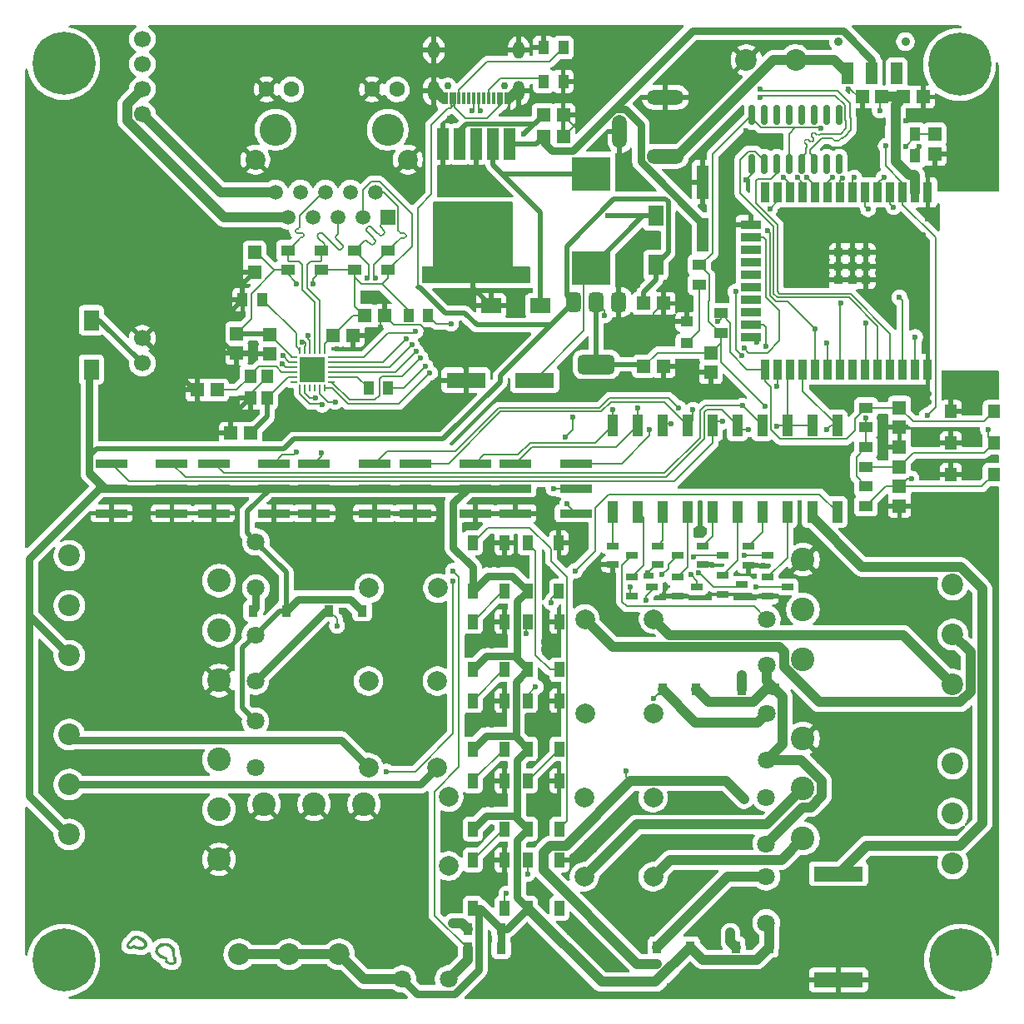
<source format=gbr>
%TF.GenerationSoftware,KiCad,Pcbnew,9.0.2*%
%TF.CreationDate,2025-12-13T10:39:55-05:00*%
%TF.ProjectId,Nif-T,4e69662d-542e-46b6-9963-61645f706362,rev?*%
%TF.SameCoordinates,Original*%
%TF.FileFunction,Copper,L1,Top*%
%TF.FilePolarity,Positive*%
%FSLAX46Y46*%
G04 Gerber Fmt 4.6, Leading zero omitted, Abs format (unit mm)*
G04 Created by KiCad (PCBNEW 9.0.2) date 2025-12-13 10:39:55*
%MOMM*%
%LPD*%
G01*
G04 APERTURE LIST*
G04 Aperture macros list*
%AMRoundRect*
0 Rectangle with rounded corners*
0 $1 Rounding radius*
0 $2 $3 $4 $5 $6 $7 $8 $9 X,Y pos of 4 corners*
0 Add a 4 corners polygon primitive as box body*
4,1,4,$2,$3,$4,$5,$6,$7,$8,$9,$2,$3,0*
0 Add four circle primitives for the rounded corners*
1,1,$1+$1,$2,$3*
1,1,$1+$1,$4,$5*
1,1,$1+$1,$6,$7*
1,1,$1+$1,$8,$9*
0 Add four rect primitives between the rounded corners*
20,1,$1+$1,$2,$3,$4,$5,0*
20,1,$1+$1,$4,$5,$6,$7,0*
20,1,$1+$1,$6,$7,$8,$9,0*
20,1,$1+$1,$8,$9,$2,$3,0*%
%AMFreePoly0*
4,1,21,4.105355,5.815355,4.120000,5.780000,4.120000,-5.140000,4.105355,-5.175355,4.070000,-5.190000,2.540000,-5.190000,2.504645,-5.175355,2.490000,-5.140000,2.490000,-4.050000,-4.060000,-4.050000,-4.095355,-4.035355,-4.110000,-4.000000,-4.110000,4.000000,-4.095355,4.035355,-4.060000,4.050000,2.490000,4.050000,2.490000,5.780000,2.504645,5.815355,2.540000,5.830000,4.070000,5.830000,
4.105355,5.815355,4.105355,5.815355,$1*%
G04 Aperture macros list end*
%TA.AperFunction,EtchedComponent*%
%ADD10C,0.000000*%
%TD*%
%TA.AperFunction,ComponentPad*%
%ADD11C,1.800000*%
%TD*%
%TA.AperFunction,ComponentPad*%
%ADD12C,2.000000*%
%TD*%
%TA.AperFunction,SMDPad,CuDef*%
%ADD13R,0.950000X1.150000*%
%TD*%
%TA.AperFunction,SMDPad,CuDef*%
%ADD14R,1.410000X1.350000*%
%TD*%
%TA.AperFunction,SMDPad,CuDef*%
%ADD15R,3.300000X0.850000*%
%TD*%
%TA.AperFunction,SMDPad,CuDef*%
%ADD16R,1.540000X2.060000*%
%TD*%
%TA.AperFunction,SMDPad,CuDef*%
%ADD17RoundRect,0.375000X-0.375000X0.625000X-0.375000X-0.625000X0.375000X-0.625000X0.375000X0.625000X0*%
%TD*%
%TA.AperFunction,SMDPad,CuDef*%
%ADD18RoundRect,0.500000X-1.400000X0.500000X-1.400000X-0.500000X1.400000X-0.500000X1.400000X0.500000X0*%
%TD*%
%TA.AperFunction,SMDPad,CuDef*%
%ADD19R,1.350000X1.410000*%
%TD*%
%TA.AperFunction,ComponentPad*%
%ADD20C,2.200000*%
%TD*%
%TA.AperFunction,ComponentPad*%
%ADD21C,2.400000*%
%TD*%
%TA.AperFunction,SMDPad,CuDef*%
%ADD22R,1.100000X2.200000*%
%TD*%
%TA.AperFunction,SMDPad,CuDef*%
%ADD23RoundRect,0.150000X0.150000X-0.825000X0.150000X0.825000X-0.150000X0.825000X-0.150000X-0.825000X0*%
%TD*%
%TA.AperFunction,ComponentPad*%
%ADD24C,0.800000*%
%TD*%
%TA.AperFunction,ComponentPad*%
%ADD25C,6.400000*%
%TD*%
%TA.AperFunction,SMDPad,CuDef*%
%ADD26R,1.000000X1.500000*%
%TD*%
%TA.AperFunction,SMDPad,CuDef*%
%ADD27R,1.380000X1.130000*%
%TD*%
%TA.AperFunction,SMDPad,CuDef*%
%ADD28R,5.000000X1.500000*%
%TD*%
%TA.AperFunction,SMDPad,CuDef*%
%ADD29R,4.000000X3.500000*%
%TD*%
%TA.AperFunction,SMDPad,CuDef*%
%ADD30R,1.250000X1.000000*%
%TD*%
%TA.AperFunction,SMDPad,CuDef*%
%ADD31R,4.000000X1.600000*%
%TD*%
%TA.AperFunction,SMDPad,CuDef*%
%ADD32R,1.130000X1.380000*%
%TD*%
%TA.AperFunction,SMDPad,CuDef*%
%ADD33R,1.250000X0.700000*%
%TD*%
%TA.AperFunction,SMDPad,CuDef*%
%ADD34R,1.200000X1.400000*%
%TD*%
%TA.AperFunction,SMDPad,CuDef*%
%ADD35R,1.230000X1.360000*%
%TD*%
%TA.AperFunction,SMDPad,CuDef*%
%ADD36R,1.150000X3.200000*%
%TD*%
%TA.AperFunction,SMDPad,CuDef*%
%ADD37FreePoly0,270.000000*%
%TD*%
%TA.AperFunction,SMDPad,CuDef*%
%ADD38R,2.060000X1.540000*%
%TD*%
%TA.AperFunction,ComponentPad*%
%ADD39C,3.250000*%
%TD*%
%TA.AperFunction,ComponentPad*%
%ADD40R,1.500000X1.500000*%
%TD*%
%TA.AperFunction,ComponentPad*%
%ADD41C,1.500000*%
%TD*%
%TA.AperFunction,ComponentPad*%
%ADD42C,1.600000*%
%TD*%
%TA.AperFunction,ComponentPad*%
%ADD43C,2.030000*%
%TD*%
%TA.AperFunction,SMDPad,CuDef*%
%ADD44R,0.660000X0.280000*%
%TD*%
%TA.AperFunction,SMDPad,CuDef*%
%ADD45R,0.280000X0.660000*%
%TD*%
%TA.AperFunction,SMDPad,CuDef*%
%ADD46R,2.550000X2.550000*%
%TD*%
%TA.AperFunction,ComponentPad*%
%ADD47O,3.800000X1.500000*%
%TD*%
%TA.AperFunction,ComponentPad*%
%ADD48O,1.500000X3.400000*%
%TD*%
%TA.AperFunction,ComponentPad*%
%ADD49C,0.750000*%
%TD*%
%TA.AperFunction,SMDPad,CuDef*%
%ADD50R,0.300000X1.300000*%
%TD*%
%TA.AperFunction,ComponentPad*%
%ADD51O,1.200000X2.000000*%
%TD*%
%TA.AperFunction,ComponentPad*%
%ADD52O,1.200000X1.800000*%
%TD*%
%TA.AperFunction,ComponentPad*%
%ADD53C,0.900000*%
%TD*%
%TA.AperFunction,SMDPad,CuDef*%
%ADD54R,1.200000X2.200000*%
%TD*%
%TA.AperFunction,ComponentPad*%
%ADD55C,1.700000*%
%TD*%
%TA.AperFunction,SMDPad,CuDef*%
%ADD56R,0.950000X2.100000*%
%TD*%
%TA.AperFunction,SMDPad,CuDef*%
%ADD57R,2.100000X0.950000*%
%TD*%
%TA.AperFunction,SMDPad,CuDef*%
%ADD58R,0.900000X0.900000*%
%TD*%
%TA.AperFunction,SMDPad,CuDef*%
%ADD59R,1.200000X3.500000*%
%TD*%
%TA.AperFunction,ViaPad*%
%ADD60C,0.600000*%
%TD*%
%TA.AperFunction,Conductor*%
%ADD61C,1.000000*%
%TD*%
%TA.AperFunction,Conductor*%
%ADD62C,0.200000*%
%TD*%
%TA.AperFunction,Conductor*%
%ADD63C,0.500000*%
%TD*%
%TA.AperFunction,Conductor*%
%ADD64C,0.800000*%
%TD*%
G04 APERTURE END LIST*
D10*
%TA.AperFunction,EtchedComponent*%
%TO.C,G\u002A\u002A\u002A*%
G36*
X161910166Y-143087091D02*
G01*
X162006057Y-143116194D01*
X162329712Y-143266179D01*
X162621520Y-143470096D01*
X162838582Y-143692039D01*
X162937996Y-143896104D01*
X162938004Y-143896156D01*
X162928025Y-144144666D01*
X162797408Y-144330441D01*
X162550372Y-144477892D01*
X162318082Y-144561338D01*
X162103747Y-144560685D01*
X161837752Y-144481890D01*
X161555231Y-144401227D01*
X161390444Y-144412106D01*
X161353109Y-144440645D01*
X161207535Y-144497662D01*
X161016899Y-144454176D01*
X160846039Y-144338510D01*
X160760153Y-144181625D01*
X160770806Y-144078790D01*
X161019513Y-144078790D01*
X161109743Y-144161592D01*
X161214184Y-144165545D01*
X161375261Y-144116172D01*
X161431828Y-144066339D01*
X161513522Y-144054413D01*
X161679622Y-144119123D01*
X161708373Y-144134639D01*
X161952150Y-144220834D01*
X162213757Y-144240134D01*
X162439168Y-144197459D01*
X162574355Y-144097729D01*
X162589767Y-144054375D01*
X162541561Y-143864024D01*
X162363926Y-143667529D01*
X162091763Y-143499609D01*
X161989469Y-143457234D01*
X161769530Y-143399166D01*
X161619823Y-143439342D01*
X161516965Y-143531705D01*
X161331497Y-143702870D01*
X161180888Y-143811478D01*
X161041613Y-143944905D01*
X161019513Y-144078790D01*
X160770806Y-144078790D01*
X160778875Y-144000892D01*
X160834388Y-143869481D01*
X160857941Y-143813727D01*
X160964044Y-143680509D01*
X161050764Y-143654847D01*
X161127086Y-143604772D01*
X161202129Y-143459687D01*
X161362286Y-143186974D01*
X161595096Y-143064144D01*
X161910166Y-143087091D01*
G37*
%TD.AperFunction*%
%TA.AperFunction,EtchedComponent*%
G36*
X164914537Y-143854707D02*
G01*
X165236260Y-143959145D01*
X165258200Y-143971142D01*
X165502317Y-144182885D01*
X165669658Y-144468413D01*
X165733547Y-144769285D01*
X165705183Y-144950378D01*
X165683757Y-145108496D01*
X165725691Y-145176181D01*
X165836578Y-145295959D01*
X165886141Y-145510337D01*
X165860187Y-145751273D01*
X165851366Y-145778615D01*
X165710913Y-146003046D01*
X165486984Y-146092251D01*
X165167347Y-146049717D01*
X165043154Y-146008963D01*
X164811371Y-145916550D01*
X164707722Y-145839946D01*
X164698590Y-145744828D01*
X164719412Y-145678373D01*
X164742845Y-145534045D01*
X164643139Y-145469436D01*
X164576238Y-145456325D01*
X164266402Y-145353814D01*
X163974995Y-145171671D01*
X163768365Y-144954048D01*
X163737065Y-144897857D01*
X163694976Y-144621845D01*
X163728411Y-144508656D01*
X163973849Y-144508656D01*
X163996787Y-144666292D01*
X164131715Y-144858835D01*
X164340641Y-145042581D01*
X164534263Y-145153323D01*
X164747145Y-145247162D01*
X164895245Y-145313806D01*
X164907150Y-145319357D01*
X164971279Y-145426403D01*
X164977995Y-145534745D01*
X165029588Y-145704659D01*
X165211437Y-145783689D01*
X165410807Y-145778592D01*
X165546960Y-145730777D01*
X165574055Y-145604101D01*
X165567340Y-145542740D01*
X165529835Y-145358804D01*
X165496725Y-145273045D01*
X165458804Y-145155013D01*
X165421486Y-144945785D01*
X165417436Y-144914846D01*
X165334618Y-144539573D01*
X165190829Y-144303630D01*
X165022804Y-144199548D01*
X164765540Y-144163628D01*
X164471788Y-144203602D01*
X164201341Y-144301851D01*
X164013992Y-144440755D01*
X163973849Y-144508656D01*
X163728411Y-144508656D01*
X163752238Y-144427996D01*
X163785616Y-144315003D01*
X163979752Y-144043926D01*
X164223475Y-143900674D01*
X164556006Y-143836409D01*
X164914537Y-143854707D01*
G37*
%TD.AperFunction*%
%TD*%
D11*
%TO.P,RLY6,1,1*%
%TO.N,Net-(D19-A)*%
X173900000Y-117200000D03*
D12*
%TO.P,RLY6,2,2*%
%TO.N,RLY6+*%
X185400000Y-117200000D03*
%TO.P,RLY6,3,3*%
%TO.N,RLY6-*%
X192400000Y-117200000D03*
D11*
%TO.P,RLY6,4,4*%
%TO.N,+5V*%
X173900000Y-112500000D03*
%TD*%
D13*
%TO.P,D19,1,K*%
%TO.N,+5V*%
X184750000Y-110050000D03*
%TO.P,D19,2,A*%
%TO.N,Net-(D19-A)*%
X181370000Y-110050000D03*
%TD*%
D14*
%TO.P,C13,1*%
%TO.N,GND*%
X241800000Y-57800000D03*
%TO.P,C13,2*%
%TO.N,+3.3V*%
X239800000Y-57800000D03*
%TD*%
D13*
%TO.P,D21,1,K*%
%TO.N,+5V*%
X198890000Y-144400000D03*
%TO.P,D21,2,A*%
%TO.N,Net-(D21-A)*%
X195510000Y-144400000D03*
%TD*%
D15*
%TO.P,J3,1,Pin_1*%
%TO.N,GPIO 2*%
X159260000Y-95060000D03*
%TO.P,J3,2,Pin_2*%
%TO.N,GPIO 4*%
X165400000Y-95060000D03*
%TO.P,J3,3,Pin_3*%
%TO.N,+5V*%
X159260000Y-97600000D03*
%TO.P,J3,4,Pin_4*%
X165400000Y-97600000D03*
%TO.P,J3,5,Pin_5*%
%TO.N,GND*%
X159260000Y-100140000D03*
%TO.P,J3,6,Pin_6*%
X165400000Y-100140000D03*
%TD*%
D16*
%TO.P,D1,1,A*%
%TO.N,Net-(D1-A)*%
X157200000Y-80500000D03*
%TO.P,D1,2,K*%
%TO.N,+5V*%
X157200000Y-85500000D03*
%TD*%
D17*
%TO.P,U6,1,GND*%
%TO.N,GND*%
X210860000Y-78687500D03*
%TO.P,U6,2,VO*%
%TO.N,+3.3V*%
X208560000Y-78687500D03*
D18*
X208560000Y-84987500D03*
D17*
%TO.P,U6,3,VI*%
%TO.N,+5V*%
X206260000Y-78687500D03*
%TD*%
D19*
%TO.P,C4,1*%
%TO.N,+3.3V*%
X220200000Y-83800000D03*
%TO.P,C4,2*%
%TO.N,GND*%
X220200000Y-85800000D03*
%TD*%
D14*
%TO.P,C7,1*%
%TO.N,RX_CT*%
X181800000Y-82060000D03*
%TO.P,C7,2*%
%TO.N,GND*%
X183800000Y-82060000D03*
%TD*%
D15*
%TO.P,J5,1,Pin_1*%
%TO.N,GPIO 17*%
X179860000Y-95060000D03*
%TO.P,J5,2,Pin_2*%
%TO.N,GPIO 13*%
X186000000Y-95060000D03*
%TO.P,J5,3,Pin_3*%
%TO.N,+5V*%
X179860000Y-97600000D03*
%TO.P,J5,4,Pin_4*%
X186000000Y-97600000D03*
%TO.P,J5,5,Pin_5*%
%TO.N,GND*%
X179860000Y-100140000D03*
%TO.P,J5,6,Pin_6*%
X186000000Y-100140000D03*
%TD*%
D20*
%TO.P,U8,1,1*%
%TO.N,RLY3+*%
X244820000Y-135750000D03*
%TO.P,U8,2,2*%
%TO.N,RLY3-*%
X244820000Y-130670000D03*
%TO.P,U8,3,3*%
%TO.N,+5V*%
X244820000Y-125590000D03*
D21*
%TO.P,U8,4,4*%
%TO.N,GND*%
X229580000Y-123050000D03*
%TO.P,U8,5,5*%
%TO.N,RLY4-*%
X229580000Y-128130000D03*
%TO.P,U8,6,6*%
%TO.N,RLY4+*%
X229580000Y-133210000D03*
%TD*%
D22*
%TO.P,SW6,1,1*%
%TO.N,GPIO 32*%
X210240000Y-91200000D03*
%TO.P,SW6,2,2*%
%TO.N,RLY1CTRL*%
X210240000Y-100000000D03*
%TO.P,SW6,3,3*%
%TO.N,GPIO 33*%
X212780000Y-91200000D03*
%TO.P,SW6,4,4*%
%TO.N,RLY2CTRL*%
X212780000Y-100000000D03*
%TO.P,SW6,5,5*%
%TO.N,GPIO 13*%
X215320000Y-91200000D03*
%TO.P,SW6,6,6*%
%TO.N,RLY3CTRL*%
X215320000Y-100000000D03*
%TO.P,SW6,7,7*%
%TO.N,GPIO 14*%
X217860000Y-91200000D03*
%TO.P,SW6,8,8*%
%TO.N,RLY4CTRL*%
X217860000Y-100000000D03*
%TO.P,SW6,9,9*%
%TO.N,GPIO 2*%
X220400000Y-91200000D03*
%TO.P,SW6,10,10*%
%TO.N,RLY5CTRL*%
X220400000Y-100000000D03*
%TD*%
D19*
%TO.P,C10,1*%
%TO.N,CHIP_PU*%
X239400000Y-95400000D03*
%TO.P,C10,2*%
%TO.N,GND*%
X239400000Y-93400000D03*
%TD*%
D23*
%TO.P,U4,1,GND*%
%TO.N,GND*%
X224380000Y-64600000D03*
%TO.P,U4,2,TXD*%
%TO.N,USB_UART+*%
X225650000Y-64600000D03*
%TO.P,U4,3,RXD*%
%TO.N,USB_UART-*%
X226920000Y-64600000D03*
%TO.P,U4,4,V3*%
%TO.N,+3.3V*%
X228190000Y-64600000D03*
%TO.P,U4,5,UD+*%
%TO.N,USB_D+*%
X229460000Y-64600000D03*
%TO.P,U4,6,UD-*%
%TO.N,USB_D-*%
X230730000Y-64600000D03*
%TO.P,U4,7,NC*%
%TO.N,unconnected-(U4-NC-Pad7)*%
X232000000Y-64600000D03*
%TO.P,U4,8,NC*%
%TO.N,unconnected-(U4-NC-Pad8)*%
X233270000Y-64600000D03*
%TO.P,U4,9,~{CTS}*%
%TO.N,unconnected-(U4-~{CTS}-Pad9)*%
X233270000Y-59650000D03*
%TO.P,U4,10,~{DSR}*%
%TO.N,unconnected-(U4-~{DSR}-Pad10)*%
X232000000Y-59650000D03*
%TO.P,U4,11,~{RI}*%
%TO.N,unconnected-(U4-~{RI}-Pad11)*%
X230730000Y-59650000D03*
%TO.P,U4,12,~{DCD}*%
%TO.N,unconnected-(U4-~{DCD}-Pad12)*%
X229460000Y-59650000D03*
%TO.P,U4,13,~{DTR}*%
%TO.N,unconnected-(U4-~{DTR}-Pad13)*%
X228190000Y-59650000D03*
%TO.P,U4,14,~{RTS}*%
%TO.N,unconnected-(U4-~{RTS}-Pad14)*%
X226920000Y-59650000D03*
%TO.P,U4,15,R232*%
%TO.N,unconnected-(U4-R232-Pad15)*%
X225650000Y-59650000D03*
%TO.P,U4,16,VCC*%
%TO.N,+3.3V*%
X224380000Y-59650000D03*
%TD*%
D24*
%TO.P,H4,1*%
%TO.N,N/C*%
X243200000Y-145600000D03*
X243902944Y-143902944D03*
X243902944Y-147297056D03*
X245600000Y-143200000D03*
D25*
X245600000Y-145600000D03*
D24*
X245600000Y-148000000D03*
X247297056Y-143902944D03*
X247297056Y-147297056D03*
X248000000Y-145600000D03*
%TD*%
D19*
%TO.P,C5,1*%
%TO.N,RX_CT*%
X175340000Y-81935000D03*
%TO.P,C5,2*%
%TO.N,GND*%
X175340000Y-83935000D03*
%TD*%
D26*
%TO.P,D6,1,VSS*%
%TO.N,GND*%
X204800000Y-119200000D03*
%TO.P,D6,2,DIN*%
%TO.N,Net-(D5-DOUT)*%
X201600000Y-119200000D03*
%TO.P,D6,3,VDD*%
%TO.N,+5V*%
X201600000Y-124100000D03*
%TO.P,D6,4,DOUT*%
%TO.N,Net-(D6-DOUT)*%
X204800000Y-124100000D03*
%TD*%
D27*
%TO.P,R3,1*%
%TO.N,ETH_CLK*%
X221200000Y-79800000D03*
%TO.P,R3,2*%
%TO.N,+3.3V*%
X221200000Y-81800000D03*
%TD*%
D28*
%TO.P,BUZZER1,1,+*%
%TO.N,BUZZER_DATA*%
X233200000Y-136800000D03*
%TO.P,BUZZER1,2,2*%
%TO.N,GND*%
X233200000Y-147600000D03*
%TD*%
D29*
%TO.P,L1,1,1*%
%TO.N,Net-(D2-K)*%
X208000000Y-65600000D03*
%TO.P,L1,2,2*%
%TO.N,Net-(D22-A)*%
X208000000Y-75200000D03*
%TD*%
D27*
%TO.P,R5,1*%
%TO.N,TX-*%
X180600000Y-73400000D03*
%TO.P,R5,2*%
%TO.N,RX_CT*%
X180600000Y-75400000D03*
%TD*%
D15*
%TO.P,J6,1,Pin_1*%
%TO.N,GPIO 14*%
X190130000Y-95061609D03*
%TO.P,J6,2,Pin_2*%
%TO.N,GPIO 32*%
X196270000Y-95061609D03*
%TO.P,J6,3,Pin_3*%
%TO.N,+5V*%
X190130000Y-97601609D03*
%TO.P,J6,4,Pin_4*%
X196270000Y-97601609D03*
%TO.P,J6,5,Pin_5*%
%TO.N,GND*%
X190130000Y-100141609D03*
%TO.P,J6,6,Pin_6*%
X196270000Y-100141609D03*
%TD*%
D30*
%TO.P,D3,1,K*%
%TO.N,GND*%
X217750000Y-80652500D03*
%TO.P,D3,2,A*%
%TO.N,Net-(D3-A)*%
X217750000Y-82852500D03*
%TD*%
D31*
%TO.P,C19,1,1*%
%TO.N,Net-(D22-A)*%
X202300000Y-86600000D03*
%TO.P,C19,2,2*%
%TO.N,GND*%
X195300000Y-86600000D03*
%TD*%
D26*
%TO.P,D7,1,VSS*%
%TO.N,GND*%
X204800000Y-127350000D03*
%TO.P,D7,2,DIN*%
%TO.N,Net-(D6-DOUT)*%
X201600000Y-127350000D03*
%TO.P,D7,3,VDD*%
%TO.N,+5V*%
X201600000Y-132250000D03*
%TO.P,D7,4,DOUT*%
%TO.N,Net-(D7-DOUT)*%
X204800000Y-132250000D03*
%TD*%
D24*
%TO.P,H3,1*%
%TO.N,N/C*%
X152000000Y-145600000D03*
X152702944Y-143902944D03*
X152702944Y-147297056D03*
X154400000Y-143200000D03*
D25*
X154400000Y-145600000D03*
D24*
X154400000Y-148000000D03*
X156097056Y-143902944D03*
X156097056Y-147297056D03*
X156800000Y-145600000D03*
%TD*%
D11*
%TO.P,RLY4,1,1*%
%TO.N,Net-(D17-A)*%
X225850000Y-137100000D03*
D12*
%TO.P,RLY4,2,2*%
%TO.N,RLY4+*%
X214350000Y-137100000D03*
%TO.P,RLY4,3,3*%
%TO.N,RLY4-*%
X207350000Y-137100000D03*
D11*
%TO.P,RLY4,4,4*%
%TO.N,+5V*%
X225850000Y-141800000D03*
%TD*%
D32*
%TO.P,L2,1,1*%
%TO.N,RX_CT*%
X189460000Y-80000000D03*
%TO.P,L2,2,2*%
%TO.N,+3.3V*%
X191400000Y-80000000D03*
%TD*%
D33*
%TO.P,Q7,1,B*%
%TO.N,RLY7CTRL*%
X224000000Y-103500000D03*
%TO.P,Q7,2,E*%
%TO.N,GND*%
X224000000Y-105400000D03*
%TO.P,Q7,3,C*%
%TO.N,Net-(D20-A)*%
X226000000Y-104450000D03*
%TD*%
D11*
%TO.P,RLY5,1,1*%
%TO.N,Net-(D18-A)*%
X173950000Y-107750000D03*
D12*
%TO.P,RLY5,2,2*%
%TO.N,RLY5+*%
X185450000Y-107750000D03*
%TO.P,RLY5,3,3*%
%TO.N,RLY5-*%
X192450000Y-107750000D03*
D11*
%TO.P,RLY5,4,4*%
%TO.N,+5V*%
X173950000Y-103050000D03*
%TD*%
D26*
%TO.P,D12,1,VSS*%
%TO.N,GND*%
X199200000Y-135400000D03*
%TO.P,D12,2,DIN*%
%TO.N,Net-(D11-DOUT)*%
X196000000Y-135400000D03*
%TO.P,D12,3,VDD*%
%TO.N,+5V*%
X196000000Y-140300000D03*
%TO.P,D12,4,DOUT*%
%TO.N,Net-(D12-DOUT)*%
X199200000Y-140300000D03*
%TD*%
D11*
%TO.P,RLY1,1,1*%
%TO.N,Net-(D14-A)*%
X225900000Y-110900000D03*
D12*
%TO.P,RLY1,2,2*%
%TO.N,RLY1+*%
X214400000Y-110900000D03*
%TO.P,RLY1,3,3*%
%TO.N,RLY1-*%
X207400000Y-110900000D03*
D11*
%TO.P,RLY1,4,4*%
%TO.N,+5V*%
X225900000Y-115600000D03*
%TD*%
D15*
%TO.P,J7,1,Pin_1*%
%TO.N,GPIO 33*%
X200330000Y-95061609D03*
%TO.P,J7,2,Pin_2*%
%TO.N,GPIO 37*%
X206470000Y-95061609D03*
%TO.P,J7,3,Pin_3*%
%TO.N,+5V*%
X200330000Y-97601609D03*
%TO.P,J7,4,Pin_4*%
%TO.N,GPIO 36*%
X206470000Y-97601609D03*
%TO.P,J7,5,Pin_5*%
%TO.N,GND*%
X200330000Y-100141609D03*
%TO.P,J7,6,Pin_6*%
%TO.N,GPIO 35*%
X206470000Y-100141609D03*
%TD*%
D27*
%TO.P,R7,1*%
%TO.N,RX-*%
X184000000Y-73400000D03*
%TO.P,R7,2*%
%TO.N,RX_CT*%
X184000000Y-75400000D03*
%TD*%
%TO.P,R11,1*%
%TO.N,+3.3V*%
X236000000Y-93400000D03*
%TO.P,R11,2*%
%TO.N,CHIP_PU*%
X236000000Y-95400000D03*
%TD*%
D34*
%TO.P,X1,1,OSC1*%
%TO.N,XTAL1*%
X175090000Y-88400000D03*
%TO.P,X1,2,GND*%
%TO.N,GND*%
X175090000Y-86200000D03*
%TO.P,X1,3,OSC2*%
%TO.N,XTAL2*%
X173390000Y-86200000D03*
%TO.P,X1,4,GND*%
%TO.N,GND*%
X173390000Y-88400000D03*
%TD*%
D24*
%TO.P,H2,1*%
%TO.N,N/C*%
X243102944Y-54497056D03*
X243805888Y-52800000D03*
X243805888Y-56194112D03*
X245502944Y-52097056D03*
D25*
X245502944Y-54497056D03*
D24*
X245502944Y-56897056D03*
X247200000Y-52800000D03*
X247200000Y-56194112D03*
X247902944Y-54497056D03*
%TD*%
%TO.P,H1,1*%
%TO.N,N/C*%
X152000000Y-54400000D03*
X152702944Y-52702944D03*
X152702944Y-56097056D03*
X154400000Y-52000000D03*
D25*
X154400000Y-54400000D03*
D24*
X154400000Y-56800000D03*
X156097056Y-52702944D03*
X156097056Y-56097056D03*
X156800000Y-54400000D03*
%TD*%
D26*
%TO.P,D8,1,VSS*%
%TO.N,GND*%
X199200000Y-103150000D03*
%TO.P,D8,2,DIN*%
%TO.N,Net-(D7-DOUT)*%
X196000000Y-103150000D03*
%TO.P,D8,3,VDD*%
%TO.N,+5V*%
X196000000Y-108050000D03*
%TO.P,D8,4,DOUT*%
%TO.N,Net-(D8-DOUT)*%
X199200000Y-108050000D03*
%TD*%
D27*
%TO.P,R6,1*%
%TO.N,RX+*%
X187400000Y-73400000D03*
%TO.P,R6,2*%
%TO.N,RX_CT*%
X187400000Y-75400000D03*
%TD*%
D35*
%TO.P,SW2,1,1*%
%TO.N,CHIP_PU*%
X248980000Y-93000000D03*
%TO.P,SW2,2,2*%
%TO.N,GND*%
X244620000Y-93000000D03*
%TD*%
D11*
%TO.P,RLY8,1,1*%
%TO.N,Net-(D21-A)*%
X193550000Y-147500000D03*
D12*
%TO.P,RLY8,2,2*%
%TO.N,RLY8+*%
X193550000Y-136000000D03*
%TO.P,RLY8,3,3*%
%TO.N,RLY8-*%
X193550000Y-129000000D03*
D11*
%TO.P,RLY8,4,4*%
%TO.N,+5V*%
X188850000Y-147500000D03*
%TD*%
D14*
%TO.P,C2,1*%
%TO.N,XTAL2*%
X170000000Y-87600000D03*
%TO.P,C2,2*%
%TO.N,GND*%
X168000000Y-87600000D03*
%TD*%
D13*
%TO.P,D16,1,K*%
%TO.N,+5V*%
X226140000Y-144250000D03*
%TO.P,D16,2,A*%
%TO.N,Net-(D16-A)*%
X222760000Y-144250000D03*
%TD*%
D14*
%TO.P,C16,1*%
%TO.N,+5V*%
X213400000Y-78800000D03*
%TO.P,C16,2*%
%TO.N,GND*%
X215400000Y-78800000D03*
%TD*%
D11*
%TO.P,RLY3,1,1*%
%TO.N,Net-(D16-A)*%
X225850000Y-129050000D03*
D12*
%TO.P,RLY3,2,2*%
%TO.N,RLY3+*%
X214350000Y-129050000D03*
%TO.P,RLY3,3,3*%
%TO.N,RLY3-*%
X207350000Y-129050000D03*
D11*
%TO.P,RLY3,4,4*%
%TO.N,+5V*%
X225850000Y-133750000D03*
%TD*%
D36*
%TO.P,U5,1,VIN*%
%TO.N,REG_BATT+*%
X199760000Y-62590000D03*
%TO.P,U5,2,OUTPUT*%
%TO.N,Net-(D2-K)*%
X198060000Y-62590000D03*
%TO.P,U5,3,GND*%
%TO.N,GND*%
X196360000Y-62590000D03*
%TO.P,U5,4,FB*%
%TO.N,Net-(D22-A)*%
X194660000Y-62590000D03*
%TO.P,U5,5,~{ON}/OFF*%
%TO.N,GND*%
X192960000Y-62590000D03*
D37*
%TO.P,U5,6,GND*%
X196040000Y-72610000D03*
%TD*%
D22*
%TO.P,SW5,1,1*%
%TO.N,GPIO 4*%
X222900000Y-91200000D03*
%TO.P,SW5,2,2*%
%TO.N,RLY6CTRL*%
X222900000Y-100000000D03*
%TO.P,SW5,3,3*%
%TO.N,GPIO 15*%
X225440000Y-91200000D03*
%TO.P,SW5,4,4*%
%TO.N,RLY7CTRL*%
X225440000Y-100000000D03*
%TO.P,SW5,5,5*%
%TO.N,GPIO 16*%
X227980000Y-91200000D03*
%TO.P,SW5,6,6*%
%TO.N,RLY8CTRL*%
X227980000Y-100000000D03*
%TO.P,SW5,7,7*%
%TO.N,GPIO 16*%
X230520000Y-91200000D03*
%TO.P,SW5,8,8*%
%TO.N,BUZZER_DATA*%
X230520000Y-100000000D03*
%TO.P,SW5,9,9*%
%TO.N,GPIO 17*%
X233060000Y-91200000D03*
%TO.P,SW5,10,10*%
%TO.N,LED_DATA*%
X233060000Y-100000000D03*
%TD*%
D16*
%TO.P,D22,1,A*%
%TO.N,Net-(D22-A)*%
X214600000Y-69900000D03*
%TO.P,D22,2,K*%
%TO.N,+5V*%
X214600000Y-74900000D03*
%TD*%
D26*
%TO.P,D10,1,VSS*%
%TO.N,GND*%
X199200000Y-119200000D03*
%TO.P,D10,2,DIN*%
%TO.N,Net-(D10-DIN)*%
X196000000Y-119200000D03*
%TO.P,D10,3,VDD*%
%TO.N,+5V*%
X196000000Y-124100000D03*
%TO.P,D10,4,DOUT*%
%TO.N,Net-(D10-DOUT)*%
X199200000Y-124100000D03*
%TD*%
D20*
%TO.P,U11,1,1*%
%TO.N,+5V*%
X172250000Y-145000000D03*
%TO.P,U11,2,2*%
X177330000Y-145000000D03*
%TO.P,U11,3,3*%
X182410000Y-145000000D03*
D21*
%TO.P,U11,4,4*%
%TO.N,GND*%
X184950000Y-129760000D03*
%TO.P,U11,5,5*%
X179870000Y-129760000D03*
%TO.P,U11,6,6*%
X174790000Y-129760000D03*
%TD*%
D26*
%TO.P,D4,1,VSS*%
%TO.N,GND*%
X204800000Y-111150000D03*
%TO.P,D4,2,DIN*%
%TO.N,LED_DATA*%
X201600000Y-111150000D03*
%TO.P,D4,3,VDD*%
%TO.N,+5V*%
X201600000Y-116050000D03*
%TO.P,D4,4,DOUT*%
%TO.N,Net-(D4-DOUT)*%
X204800000Y-116050000D03*
%TD*%
D13*
%TO.P,D17,1,K*%
%TO.N,+5V*%
X218140000Y-144250000D03*
%TO.P,D17,2,A*%
%TO.N,Net-(D17-A)*%
X214760000Y-144250000D03*
%TD*%
D19*
%TO.P,C20,1*%
%TO.N,GPIO 34*%
X239400000Y-97400000D03*
%TO.P,C20,2*%
%TO.N,GND*%
X239400000Y-99400000D03*
%TD*%
D13*
%TO.P,D20,1,K*%
%TO.N,+5V*%
X198890000Y-142400000D03*
%TO.P,D20,2,A*%
%TO.N,Net-(D20-A)*%
X195510000Y-142400000D03*
%TD*%
D19*
%TO.P,C6,1*%
%TO.N,RX_CT*%
X172000000Y-81860000D03*
%TO.P,C6,2*%
%TO.N,GND*%
X172000000Y-83860000D03*
%TD*%
D27*
%TO.P,R4,1*%
%TO.N,TX+*%
X177200000Y-73400000D03*
%TO.P,R4,2*%
%TO.N,RX_CT*%
X177200000Y-75400000D03*
%TD*%
D32*
%TO.P,R8,1*%
%TO.N,GND*%
X203200000Y-52800000D03*
%TO.P,R8,2*%
%TO.N,Net-(P1-VCONN)*%
X205200000Y-52800000D03*
%TD*%
D20*
%TO.P,J2,1,Pin_1*%
%TO.N,+BATT*%
X228822500Y-54037500D03*
%TO.P,J2,2,Pin_2*%
%TO.N,GND*%
X223822500Y-54037500D03*
%TD*%
D38*
%TO.P,D2,1,A*%
%TO.N,GND*%
X197860000Y-79037500D03*
%TO.P,D2,2,K*%
%TO.N,Net-(D2-K)*%
X202860000Y-79037500D03*
%TD*%
D15*
%TO.P,J4,1,Pin_1*%
%TO.N,GPIO 15*%
X169660000Y-95060000D03*
%TO.P,J4,2,Pin_2*%
%TO.N,GPIO 16*%
X175800000Y-95060000D03*
%TO.P,J4,3,Pin_3*%
%TO.N,+5V*%
X169660000Y-97600000D03*
%TO.P,J4,4,Pin_4*%
X175800000Y-97600000D03*
%TO.P,J4,5,Pin_5*%
%TO.N,GND*%
X169660000Y-100140000D03*
%TO.P,J4,6,Pin_6*%
X175800000Y-100140000D03*
%TD*%
D11*
%TO.P,RLY2,1,1*%
%TO.N,Net-(D15-A)*%
X225900000Y-120500000D03*
D12*
%TO.P,RLY2,2,2*%
%TO.N,RLY2+*%
X214400000Y-120500000D03*
%TO.P,RLY2,3,3*%
%TO.N,RLY2-*%
X207400000Y-120500000D03*
D11*
%TO.P,RLY2,4,4*%
%TO.N,+5V*%
X225900000Y-125200000D03*
%TD*%
D35*
%TO.P,SW1,1,1*%
%TO.N,ETH_CLK*%
X248980000Y-89800000D03*
%TO.P,SW1,2,2*%
%TO.N,GND*%
X244620000Y-89800000D03*
%TD*%
D39*
%TO.P,RJ1,*%
%TO.N,*%
X187350000Y-61127500D03*
X175950000Y-61127500D03*
D40*
%TO.P,RJ1,1,1*%
%TO.N,RX-*%
X187370000Y-70017500D03*
D41*
%TO.P,RJ1,2,2*%
%TO.N,RX+*%
X186100000Y-67477500D03*
%TO.P,RJ1,3,3*%
%TO.N,RX_CT*%
X184830000Y-70017500D03*
%TO.P,RJ1,4,4*%
%TO.N,TX_CT*%
X183560000Y-67477500D03*
%TO.P,RJ1,5,5*%
%TO.N,TX-*%
X182290000Y-70017500D03*
%TO.P,RJ1,6,6*%
%TO.N,TX+*%
X181020000Y-67477500D03*
%TO.P,RJ1,7,7*%
%TO.N,unconnected-(RJ1-Pad7)*%
X179750000Y-70017500D03*
%TO.P,RJ1,8,8*%
%TO.N,unconnected-(RJ1-Pad8)*%
X178480000Y-67477500D03*
%TO.P,RJ1,9,9*%
%TO.N,RJ45_V+*%
X177210000Y-70017500D03*
%TO.P,RJ1,10,10*%
%TO.N,RJ45_V-*%
X175940000Y-67477500D03*
D42*
%TO.P,RJ1,11,11*%
%TO.N,RJ45_LED_Y*%
X188280000Y-57037500D03*
%TO.P,RJ1,12,12*%
%TO.N,GND*%
X185740000Y-57037500D03*
%TO.P,RJ1,13,13*%
%TO.N,RJ45_LED_G*%
X177560000Y-57037500D03*
%TO.P,RJ1,14,14*%
%TO.N,GND*%
X175020000Y-57037500D03*
D43*
%TO.P,RJ1,GND1,GND*%
X189400000Y-64177500D03*
%TO.P,RJ1,GND2,GND*%
X173900000Y-64177500D03*
%TD*%
D44*
%TO.P,U2,1,VDD2A*%
%TO.N,RX_CT*%
X177780000Y-84260000D03*
%TO.P,U2,2,LED2/nINTSEL*%
%TO.N,RJ45_LED_Y*%
X177780000Y-84760000D03*
%TO.P,U2,3,LED1/REGOFF*%
%TO.N,RJ45_LED_G*%
X177780000Y-85260000D03*
%TO.P,U2,4,XTAL2*%
%TO.N,XTAL2*%
X177780000Y-85760000D03*
%TO.P,U2,5,XTAL1/CLKIN*%
%TO.N,XTAL1*%
X177780000Y-86260000D03*
%TO.P,U2,6,VDDCR*%
%TO.N,VDDCR*%
X177780000Y-86760000D03*
D45*
%TO.P,U2,7,RXD1/MODE1*%
%TO.N,RXD1{slash}MODE1*%
X178440000Y-87420000D03*
%TO.P,U2,8,RXD0/MODE0*%
%TO.N,RXD0{slash}MODE0*%
X178940000Y-87420000D03*
%TO.P,U2,9,VDDIO*%
%TO.N,VDDIO*%
X179440000Y-87420000D03*
%TO.P,U2,10,RXER/PHYAD0*%
%TO.N,unconnected-(U2-RXER{slash}PHYAD0-Pad10)*%
X179940000Y-87420000D03*
%TO.P,U2,11,CRS_DV/MODE2*%
%TO.N,CRS_DV{slash}MODE2*%
X180440000Y-87420000D03*
%TO.P,U2,12,MDIO*%
%TO.N,MDIO*%
X180940000Y-87420000D03*
D44*
%TO.P,U2,13,MDC*%
%TO.N,MDC*%
X181600000Y-86760000D03*
%TO.P,U2,14,nINT/REFCLKO*%
%TO.N,Net-(U2-nINT{slash}REFCLKO)*%
X181600000Y-86260000D03*
%TO.P,U2,15,nRST*%
%TO.N,8720RST*%
X181600000Y-85760000D03*
%TO.P,U2,16,TXEN*%
%TO.N,TXEN*%
X181600000Y-85260000D03*
%TO.P,U2,17,TXD0*%
%TO.N,TXD0*%
X181600000Y-84760000D03*
%TO.P,U2,18,TXD1*%
%TO.N,TXD1*%
X181600000Y-84260000D03*
D45*
%TO.P,U2,19,VDD1A*%
%TO.N,RX_CT*%
X180940000Y-83600000D03*
%TO.P,U2,20,TXN*%
%TO.N,TX-*%
X180440000Y-83600000D03*
%TO.P,U2,21,TXP*%
%TO.N,TX+*%
X179940000Y-83600000D03*
%TO.P,U2,22,RXN*%
%TO.N,RX-*%
X179440000Y-83600000D03*
%TO.P,U2,23,RXP*%
%TO.N,RX+*%
X178940000Y-83600000D03*
%TO.P,U2,24,RBIAS*%
%TO.N,Net-(U2-RBIAS)*%
X178440000Y-83600000D03*
D46*
%TO.P,U2,25,EP*%
%TO.N,GND*%
X179690000Y-85510000D03*
%TD*%
D11*
%TO.P,RLY7,1,1*%
%TO.N,Net-(D20-A)*%
X173900000Y-126000000D03*
D12*
%TO.P,RLY7,2,2*%
%TO.N,RLY7+*%
X185400000Y-126000000D03*
%TO.P,RLY7,3,3*%
%TO.N,RLY7-*%
X192400000Y-126000000D03*
D11*
%TO.P,RLY7,4,4*%
%TO.N,+5V*%
X173900000Y-121300000D03*
%TD*%
D47*
%TO.P,J1,1*%
%TO.N,+BATT*%
X215600000Y-63837500D03*
%TO.P,J1,2*%
%TO.N,GND*%
X215600000Y-57837500D03*
D48*
%TO.P,J1,MP,MountPin*%
X210940000Y-61337500D03*
%TD*%
D49*
%TO.P,P1,*%
%TO.N,*%
X199260000Y-56700000D03*
X193460000Y-56700000D03*
D50*
%TO.P,P1,A1,GND*%
%TO.N,GND*%
X199710000Y-57960000D03*
%TO.P,P1,A4,VBUS*%
%TO.N,+5V*%
X198910000Y-57960000D03*
%TO.P,P1,A5,CC*%
%TO.N,Net-(P1-CC)*%
X197610000Y-57960000D03*
%TO.P,P1,A6,D+*%
%TO.N,USB_D+*%
X196610000Y-57960000D03*
%TO.P,P1,A7,D-*%
%TO.N,USB_D-*%
X196110000Y-57960000D03*
%TO.P,P1,A8,SBU1*%
%TO.N,unconnected-(P1-SBU1-PadA8)*%
X195110000Y-57960000D03*
%TO.P,P1,A9,VBUS*%
%TO.N,+5V*%
X193810000Y-57960000D03*
%TO.P,P1,A12,GND*%
%TO.N,GND*%
X193010000Y-57960000D03*
%TO.P,P1,B1,GND*%
X193310000Y-57960000D03*
%TO.P,P1,B4,VBUS*%
%TO.N,+5V*%
X194110000Y-57960000D03*
%TO.P,P1,B5,VCONN*%
%TO.N,Net-(P1-VCONN)*%
X194610000Y-57960000D03*
%TO.P,P1,B6*%
%TO.N,N/C*%
X195610000Y-57960000D03*
%TO.P,P1,B7*%
X197110000Y-57960000D03*
%TO.P,P1,B8,SBU2*%
%TO.N,unconnected-(P1-SBU2-PadB8)*%
X198110000Y-57960000D03*
%TO.P,P1,B9,VBUS*%
%TO.N,+5V*%
X198610000Y-57960000D03*
%TO.P,P1,B12,GND*%
%TO.N,GND*%
X199410000Y-57960000D03*
D51*
%TO.P,P1,S1,SHIELD*%
X200690000Y-57200000D03*
D52*
X200690000Y-53020000D03*
D51*
X192030000Y-57200000D03*
D52*
X192030000Y-53020000D03*
%TD*%
D33*
%TO.P,Q3,1,B*%
%TO.N,RLY3CTRL*%
X214800000Y-103450000D03*
%TO.P,Q3,2,E*%
%TO.N,GND*%
X214800000Y-105350000D03*
%TO.P,Q3,3,C*%
%TO.N,Net-(D16-A)*%
X216800000Y-104400000D03*
%TD*%
D53*
%TO.P,SW4,*%
%TO.N,*%
X240000000Y-52187500D03*
X233200000Y-52187500D03*
D54*
%TO.P,SW4,1,A*%
%TO.N,unconnected-(SW4-A-Pad1)*%
X239100000Y-55387500D03*
%TO.P,SW4,2,B*%
%TO.N,REG_BATT+*%
X236600000Y-55387500D03*
%TO.P,SW4,3,C*%
%TO.N,+BATT*%
X234100000Y-55387500D03*
%TD*%
D19*
%TO.P,C1,1*%
%TO.N,RX_CT*%
X173800000Y-73600000D03*
%TO.P,C1,2*%
%TO.N,GND*%
X173800000Y-75600000D03*
%TD*%
D14*
%TO.P,C12,1*%
%TO.N,GND*%
X235600000Y-57800000D03*
%TO.P,C12,2*%
%TO.N,+3.3V*%
X237600000Y-57800000D03*
%TD*%
%TO.P,C14,1*%
%TO.N,GND*%
X205200000Y-61800000D03*
%TO.P,C14,2*%
%TO.N,REG_BATT+*%
X203200000Y-61800000D03*
%TD*%
D32*
%TO.P,R9,1*%
%TO.N,Net-(P1-CC)*%
X203200000Y-56200000D03*
%TO.P,R9,2*%
%TO.N,GND*%
X205200000Y-56200000D03*
%TD*%
D13*
%TO.P,D15,1,K*%
%TO.N,+5V*%
X218670000Y-118050000D03*
%TO.P,D15,2,A*%
%TO.N,Net-(D15-A)*%
X215290000Y-118050000D03*
%TD*%
D32*
%TO.P,R1,1*%
%TO.N,Net-(U2-RBIAS)*%
X174600000Y-78400000D03*
%TO.P,R1,2*%
%TO.N,GND*%
X172600000Y-78400000D03*
%TD*%
D33*
%TO.P,Q1,1,B*%
%TO.N,RLY1CTRL*%
X210200000Y-103450000D03*
%TO.P,Q1,2,E*%
%TO.N,GND*%
X210200000Y-105350000D03*
%TO.P,Q1,3,C*%
%TO.N,Net-(D14-A)*%
X212200000Y-104400000D03*
%TD*%
D14*
%TO.P,C3,1*%
%TO.N,GND*%
X171400000Y-92000000D03*
%TO.P,C3,2*%
%TO.N,XTAL1*%
X173400000Y-92000000D03*
%TD*%
D33*
%TO.P,Q8,1,B*%
%TO.N,RLY8CTRL*%
X226000000Y-106650000D03*
%TO.P,Q8,2,E*%
%TO.N,GND*%
X226000000Y-108550000D03*
%TO.P,Q8,3,C*%
%TO.N,Net-(D21-A)*%
X228000000Y-107600000D03*
%TD*%
D32*
%TO.P,R2,1*%
%TO.N,Net-(U2-nINT{slash}REFCLKO)*%
X185400000Y-87400000D03*
%TO.P,R2,2*%
%TO.N,ETH_CLK*%
X187400000Y-87400000D03*
%TD*%
D14*
%TO.P,C17,1*%
%TO.N,Net-(D22-A)*%
X203200000Y-59600000D03*
%TO.P,C17,2*%
%TO.N,GND*%
X205200000Y-59600000D03*
%TD*%
D27*
%TO.P,R15,1*%
%TO.N,+3.3V*%
X236000000Y-97400000D03*
%TO.P,R15,2*%
%TO.N,GPIO 34*%
X236000000Y-99400000D03*
%TD*%
D55*
%TO.P,U3,1,VA1*%
%TO.N,unconnected-(U3-VA1-Pad1)*%
X162400000Y-51920000D03*
%TO.P,U3,2,VA2*%
%TO.N,unconnected-(U3-VA2-Pad2)*%
X162400000Y-54460000D03*
%TO.P,U3,3,VB1*%
%TO.N,RJ45_V+*%
X162400000Y-57000000D03*
%TO.P,U3,4,VB2*%
%TO.N,RJ45_V-*%
X162400000Y-59540000D03*
%TO.P,U3,5,GND*%
%TO.N,GND*%
X162400000Y-82340000D03*
%TO.P,U3,6,+5V*%
%TO.N,Net-(D1-A)*%
X162400000Y-84880000D03*
%TD*%
D19*
%TO.P,C9,1*%
%TO.N,ETH_CLK*%
X239400000Y-89400000D03*
%TO.P,C9,2*%
%TO.N,GND*%
X239400000Y-91400000D03*
%TD*%
D33*
%TO.P,Q5,1,B*%
%TO.N,RLY5CTRL*%
X219400000Y-103450000D03*
%TO.P,Q5,2,E*%
%TO.N,GND*%
X219400000Y-105350000D03*
%TO.P,Q5,3,C*%
%TO.N,Net-(D18-A)*%
X221400000Y-104400000D03*
%TD*%
D14*
%TO.P,C18,1*%
%TO.N,+3.3V*%
X213400000Y-85200000D03*
%TO.P,C18,2*%
%TO.N,GND*%
X215400000Y-85200000D03*
%TD*%
D20*
%TO.P,U7,1,1*%
%TO.N,RLY1+*%
X244820000Y-117550000D03*
%TO.P,U7,2,2*%
%TO.N,RLY1-*%
X244820000Y-112470000D03*
%TO.P,U7,3,3*%
%TO.N,+5V*%
X244820000Y-107390000D03*
D21*
%TO.P,U7,4,4*%
%TO.N,GND*%
X229580000Y-104850000D03*
%TO.P,U7,5,5*%
%TO.N,RLY2-*%
X229580000Y-109930000D03*
%TO.P,U7,6,6*%
%TO.N,RLY2+*%
X229580000Y-115010000D03*
%TD*%
D14*
%TO.P,C8,1*%
%TO.N,RX_CT*%
X185000000Y-80060000D03*
%TO.P,C8,2*%
%TO.N,GND*%
X187000000Y-80060000D03*
%TD*%
D26*
%TO.P,D5,1,VSS*%
%TO.N,GND*%
X204760000Y-103150000D03*
%TO.P,D5,2,DIN*%
%TO.N,Net-(D4-DOUT)*%
X201560000Y-103150000D03*
%TO.P,D5,3,VDD*%
%TO.N,+5V*%
X201560000Y-108050000D03*
%TO.P,D5,4,DOUT*%
%TO.N,Net-(D5-DOUT)*%
X204760000Y-108050000D03*
%TD*%
D33*
%TO.P,Q2,1,B*%
%TO.N,RLY2CTRL*%
X212200000Y-106650000D03*
%TO.P,Q2,2,E*%
%TO.N,GND*%
X212200000Y-108550000D03*
%TO.P,Q2,3,C*%
%TO.N,Net-(D15-A)*%
X214200000Y-107600000D03*
%TD*%
%TO.P,Q4,1,B*%
%TO.N,RLY4CTRL*%
X216800000Y-106650000D03*
%TO.P,Q4,2,E*%
%TO.N,GND*%
X216800000Y-108550000D03*
%TO.P,Q4,3,C*%
%TO.N,Net-(D17-A)*%
X218800000Y-107600000D03*
%TD*%
D32*
%TO.P,R13,1*%
%TO.N,8720RST*%
X241000000Y-63800000D03*
%TO.P,R13,2*%
%TO.N,+3.3V*%
X239000000Y-63800000D03*
%TD*%
%TO.P,R12,1*%
%TO.N,+3.3V*%
X239000000Y-61610000D03*
%TO.P,R12,2*%
%TO.N,CHIP_PU*%
X241000000Y-61610000D03*
%TD*%
D26*
%TO.P,D13,1,VSS*%
%TO.N,GND*%
X204800000Y-135400000D03*
%TO.P,D13,2,DIN*%
%TO.N,Net-(D12-DOUT)*%
X201600000Y-135400000D03*
%TO.P,D13,3,VDD*%
%TO.N,+5V*%
X201600000Y-140300000D03*
%TO.P,D13,4,DOUT*%
%TO.N,unconnected-(D13-DOUT-Pad4)*%
X204800000Y-140300000D03*
%TD*%
D27*
%TO.P,R10,1*%
%TO.N,+3.3V*%
X236000000Y-91400000D03*
%TO.P,R10,2*%
%TO.N,ETH_CLK*%
X236000000Y-89400000D03*
%TD*%
D26*
%TO.P,D11,1,VSS*%
%TO.N,GND*%
X199200000Y-127350000D03*
%TO.P,D11,2,DIN*%
%TO.N,Net-(D10-DOUT)*%
X196000000Y-127350000D03*
%TO.P,D11,3,VDD*%
%TO.N,+5V*%
X196000000Y-132250000D03*
%TO.P,D11,4,DOUT*%
%TO.N,Net-(D11-DOUT)*%
X199200000Y-132250000D03*
%TD*%
D35*
%TO.P,SW3,1,1*%
%TO.N,GPIO 34*%
X248980000Y-96200000D03*
%TO.P,SW3,2,2*%
%TO.N,GND*%
X244620000Y-96200000D03*
%TD*%
D56*
%TO.P,U1,1,GND*%
%TO.N,GND*%
X242280000Y-67500000D03*
%TO.P,U1,2,3V3*%
%TO.N,+3.3V*%
X241010000Y-67500000D03*
%TO.P,U1,3,EN*%
%TO.N,CHIP_PU*%
X239740000Y-67500000D03*
%TO.P,U1,4,SENSOR_VP*%
%TO.N,GPIO 36*%
X238470000Y-67500000D03*
%TO.P,U1,5,SENSOR_VN*%
%TO.N,GPIO 37*%
X237200000Y-67500000D03*
%TO.P,U1,6,IO34*%
%TO.N,GPIO 34*%
X235930000Y-67500000D03*
%TO.P,U1,7,IO35*%
%TO.N,GPIO 35*%
X234660000Y-67500000D03*
%TO.P,U1,8,IO32*%
%TO.N,GPIO 32*%
X233390000Y-67500000D03*
%TO.P,U1,9,IO33*%
%TO.N,GPIO 33*%
X232120000Y-67500000D03*
%TO.P,U1,10,IO25*%
%TO.N,RXD0{slash}MODE0*%
X230850000Y-67500000D03*
%TO.P,U1,11,IO26*%
%TO.N,RXD1{slash}MODE1*%
X229580000Y-67500000D03*
%TO.P,U1,12,IO27*%
%TO.N,CRS_DV{slash}MODE2*%
X228310000Y-67500000D03*
%TO.P,U1,13,IO14*%
%TO.N,GPIO 14*%
X227040000Y-67500000D03*
%TO.P,U1,14,IO12*%
%TO.N,unconnected-(U1-IO12-Pad14)*%
X225770000Y-67500000D03*
D57*
%TO.P,U1,15,GND*%
%TO.N,GND*%
X224280000Y-70790000D03*
%TO.P,U1,16,IO13*%
%TO.N,GPIO 13*%
X224280000Y-72060000D03*
%TO.P,U1,17,NC*%
%TO.N,unconnected-(U1-NC-Pad17)*%
X224280000Y-73330000D03*
%TO.P,U1,18,NC*%
%TO.N,unconnected-(U1-NC-Pad18)*%
X224280000Y-74600000D03*
%TO.P,U1,19,NC*%
%TO.N,unconnected-(U1-NC-Pad19)*%
X224280000Y-75870000D03*
%TO.P,U1,20,NC*%
%TO.N,unconnected-(U1-NC-Pad20)*%
X224280000Y-77140000D03*
%TO.P,U1,21,NC*%
%TO.N,unconnected-(U1-NC-Pad21)*%
X224280000Y-78410000D03*
%TO.P,U1,22,NC*%
%TO.N,unconnected-(U1-NC-Pad22)*%
X224280000Y-79680000D03*
%TO.P,U1,23,IO15*%
%TO.N,GPIO 15*%
X224280000Y-80950000D03*
%TO.P,U1,24,IO2*%
%TO.N,GPIO 2*%
X224280000Y-82220000D03*
D56*
%TO.P,U1,25,IO0*%
%TO.N,ETH_CLK*%
X225770000Y-85500000D03*
%TO.P,U1,26,IO4*%
%TO.N,GPIO 4*%
X227040000Y-85500000D03*
%TO.P,U1,27,IO16*%
%TO.N,GPIO 16*%
X228310000Y-85500000D03*
%TO.P,U1,28,IO17*%
%TO.N,GPIO 17*%
X229580000Y-85500000D03*
%TO.P,U1,29,IO5*%
%TO.N,8720RST*%
X230850000Y-85500000D03*
%TO.P,U1,30,IO18*%
%TO.N,MDIO*%
X232120000Y-85500000D03*
%TO.P,U1,31,IO19*%
%TO.N,TXD0*%
X233390000Y-85500000D03*
%TO.P,U1,32,NC*%
%TO.N,unconnected-(U1-NC-Pad32)*%
X234660000Y-85500000D03*
%TO.P,U1,33,IO21*%
%TO.N,TXEN*%
X235930000Y-85500000D03*
%TO.P,U1,34,RXD0*%
%TO.N,USB_UART+*%
X237200000Y-85500000D03*
%TO.P,U1,35,TXD0*%
%TO.N,USB_UART-*%
X238470000Y-85500000D03*
%TO.P,U1,36,IO22*%
%TO.N,TXD1*%
X239740000Y-85500000D03*
%TO.P,U1,37,IO23*%
%TO.N,MDC*%
X241010000Y-85500000D03*
%TO.P,U1,38,GND*%
%TO.N,GND*%
X242280000Y-85500000D03*
D58*
%TO.P,U1,39,GND*%
X236000000Y-76400000D03*
X236000000Y-75000000D03*
X236000000Y-73600000D03*
X234600000Y-76400000D03*
X234600000Y-75000000D03*
X234600000Y-73600000D03*
X233200000Y-76400000D03*
X233200000Y-75000000D03*
X233200000Y-73600000D03*
%TD*%
D33*
%TO.P,Q6,1,B*%
%TO.N,RLY6CTRL*%
X221400000Y-106450000D03*
%TO.P,Q6,2,E*%
%TO.N,GND*%
X221400000Y-108350000D03*
%TO.P,Q6,3,C*%
%TO.N,Net-(D19-A)*%
X223400000Y-107400000D03*
%TD*%
D27*
%TO.P,R14,1*%
%TO.N,+3.3V*%
X219040000Y-74892500D03*
%TO.P,R14,2*%
%TO.N,Net-(D3-A)*%
X219040000Y-76892500D03*
%TD*%
D59*
%TO.P,C15,1,1*%
%TO.N,REG_BATT+*%
X219400000Y-71800000D03*
%TO.P,C15,2,2*%
%TO.N,GND*%
X219400000Y-66460000D03*
%TD*%
D26*
%TO.P,D9,1,VSS*%
%TO.N,GND*%
X199200000Y-111150000D03*
%TO.P,D9,2,DIN*%
%TO.N,Net-(D8-DOUT)*%
X196000000Y-111150000D03*
%TO.P,D9,3,VDD*%
%TO.N,+5V*%
X196000000Y-116050000D03*
%TO.P,D9,4,DOUT*%
%TO.N,Net-(D10-DIN)*%
X199200000Y-116050000D03*
%TD*%
D20*
%TO.P,U10,1,1*%
%TO.N,RLY7+*%
X154960000Y-122650000D03*
%TO.P,U10,2,2*%
%TO.N,RLY7-*%
X154960000Y-127730000D03*
%TO.P,U10,3,3*%
%TO.N,+5V*%
X154960000Y-132810000D03*
D21*
%TO.P,U10,4,4*%
%TO.N,GND*%
X170200000Y-135350000D03*
%TO.P,U10,5,5*%
%TO.N,RLY8-*%
X170200000Y-130270000D03*
%TO.P,U10,6,6*%
%TO.N,RLY8+*%
X170200000Y-125190000D03*
%TD*%
D13*
%TO.P,D18,1,K*%
%TO.N,+5V*%
X177040000Y-110050000D03*
%TO.P,D18,2,A*%
%TO.N,Net-(D18-A)*%
X173660000Y-110050000D03*
%TD*%
%TO.P,D14,1,K*%
%TO.N,+5V*%
X226780000Y-118050000D03*
%TO.P,D14,2,A*%
%TO.N,Net-(D14-A)*%
X223400000Y-118050000D03*
%TD*%
D19*
%TO.P,C11,1*%
%TO.N,CHIP_PU*%
X243000000Y-61600000D03*
%TO.P,C11,2*%
%TO.N,GND*%
X243000000Y-63600000D03*
%TD*%
D20*
%TO.P,U9,1,1*%
%TO.N,RLY5+*%
X154960000Y-104450000D03*
%TO.P,U9,2,2*%
%TO.N,RLY5-*%
X154960000Y-109530000D03*
%TO.P,U9,3,3*%
%TO.N,+5V*%
X154960000Y-114610000D03*
D21*
%TO.P,U9,4,4*%
%TO.N,GND*%
X170200000Y-117150000D03*
%TO.P,U9,5,5*%
%TO.N,RLY6-*%
X170200000Y-112070000D03*
%TO.P,U9,6,6*%
%TO.N,RLY6+*%
X170200000Y-106990000D03*
%TD*%
D60*
%TO.N,GND*%
X188600000Y-108000000D03*
X223800000Y-61200000D03*
X220400000Y-105400000D03*
X186600000Y-81200000D03*
X242400000Y-88000000D03*
X203600000Y-130200000D03*
X202400000Y-137800000D03*
X203600000Y-106600000D03*
X202800000Y-130200000D03*
X191600000Y-104200000D03*
X246400000Y-92200000D03*
X236800000Y-60200000D03*
X197200000Y-113600000D03*
X192000000Y-59000000D03*
X203600000Y-129400000D03*
X216800000Y-77600000D03*
X191600000Y-110600000D03*
X198000000Y-112800000D03*
X206800000Y-60600000D03*
X203200000Y-138600000D03*
X202800000Y-129400000D03*
X197800000Y-105400000D03*
X202400000Y-138600000D03*
X165800000Y-88600000D03*
X170800000Y-77600000D03*
X234200000Y-56987502D03*
X205800000Y-142800000D03*
X198000000Y-113600000D03*
X215200000Y-108600000D03*
X241000000Y-71800000D03*
X207600000Y-134400000D03*
X246400000Y-93000000D03*
X209200000Y-139800000D03*
X209400000Y-106400000D03*
X198000000Y-129000000D03*
X214000000Y-87400000D03*
X192400000Y-109800000D03*
X182200000Y-83400000D03*
X213800000Y-106200000D03*
X203200000Y-114000000D03*
X242200000Y-70200000D03*
X193600000Y-60000000D03*
X223800000Y-66200000D03*
X210200000Y-107200000D03*
X214800000Y-86600000D03*
X197200000Y-129000000D03*
X203600000Y-122000000D03*
X241800000Y-72600000D03*
X203600000Y-105800000D03*
X242200000Y-92600000D03*
X203200000Y-113200000D03*
X188600000Y-107200000D03*
X203600000Y-121200000D03*
X241600000Y-88800000D03*
X167800000Y-77600000D03*
X236800000Y-61000000D03*
X202800000Y-122000000D03*
X242400000Y-88800000D03*
X209400000Y-107200000D03*
X247200000Y-92200000D03*
X205800000Y-142000000D03*
X246400000Y-95600000D03*
X192400000Y-86600000D03*
X204000000Y-113200000D03*
X204000000Y-114000000D03*
X243000000Y-70200000D03*
X237600000Y-61000000D03*
X214000000Y-86600000D03*
X241600000Y-88000000D03*
X198000000Y-120850000D03*
X195800000Y-101600000D03*
X206600000Y-142000000D03*
X246400000Y-89800000D03*
X209200000Y-139000000D03*
X192400000Y-104200000D03*
X198000000Y-137400000D03*
X223400000Y-59200000D03*
X242200000Y-95800000D03*
X198600000Y-105400000D03*
X192400000Y-110600000D03*
X189400000Y-108000000D03*
X197200000Y-121650000D03*
X241800000Y-71800000D03*
X220000000Y-108600000D03*
X197200000Y-138200000D03*
X210000000Y-139800000D03*
X191600000Y-103400000D03*
X197200000Y-137400000D03*
X197200000Y-120850000D03*
X198000000Y-138200000D03*
X237600000Y-60200000D03*
X247200000Y-95600000D03*
X202800000Y-121200000D03*
X207600000Y-133600000D03*
X246400000Y-89000000D03*
X247200000Y-89000000D03*
X214800000Y-87400000D03*
X212000000Y-107600000D03*
X197200000Y-112800000D03*
X206600000Y-142800000D03*
X212800000Y-77000000D03*
X246400000Y-96400000D03*
X216000000Y-148200000D03*
X200400000Y-79000000D03*
X219000000Y-102400000D03*
X216800000Y-149000000D03*
X210000000Y-139000000D03*
X242200000Y-69400000D03*
X247200000Y-89800000D03*
X210200000Y-106400000D03*
X198000000Y-121650000D03*
X214400000Y-80200000D03*
X247200000Y-93000000D03*
X225600000Y-105400000D03*
X198000000Y-129800000D03*
X208400000Y-134400000D03*
X216800000Y-148200000D03*
X216000000Y-149000000D03*
X240000000Y-60200000D03*
X208400000Y-133600000D03*
X189400000Y-107200000D03*
X243000000Y-69400000D03*
X191600000Y-109800000D03*
X192400000Y-103400000D03*
X241000000Y-72600000D03*
X247200000Y-96400000D03*
X179690000Y-85510000D03*
X197200000Y-129800000D03*
X212000000Y-80200000D03*
%TO.N,+3.3V*%
X236000000Y-90465002D03*
X237400000Y-59200000D03*
X225691000Y-89230884D03*
X209400000Y-80000000D03*
X231402799Y-60975000D03*
X193800000Y-80858500D03*
%TO.N,ETH_CLK*%
X220891764Y-80643234D03*
X191200000Y-85200000D03*
%TO.N,CHIP_PU*%
X240000000Y-62800000D03*
X242200000Y-90181000D03*
X238000000Y-62799000D03*
X248400000Y-91600000D03*
%TO.N,GPIO 34*%
X240600000Y-96600000D03*
X236200000Y-69200000D03*
%TO.N,GPIO 17*%
X232000000Y-91600000D03*
X180600000Y-94000000D03*
%TO.N,Net-(D5-DOUT)*%
X202400000Y-117800000D03*
X204000000Y-109200000D03*
%TO.N,Net-(D12-DOUT)*%
X201600000Y-136800000D03*
X199400000Y-138800000D03*
%TO.N,Net-(D14-A)*%
X223400000Y-116600000D03*
%TO.N,Net-(D15-A)*%
X213600000Y-108999000D03*
X214400000Y-119000000D03*
%TO.N,Net-(D16-A)*%
X214745765Y-145945765D03*
X223600000Y-129200000D03*
X211600000Y-126349000D03*
X222200000Y-142800000D03*
X215200000Y-106400000D03*
%TO.N,Net-(D17-A)*%
X218200000Y-106400000D03*
%TO.N,Net-(D18-A)*%
X218460000Y-104600000D03*
%TO.N,Net-(D19-A)*%
X218974598Y-106200002D03*
X182200000Y-111600000D03*
%TO.N,Net-(D20-A)*%
X194000000Y-141800000D03*
X223600000Y-104400000D03*
X194000000Y-107000000D03*
X187200000Y-126400000D03*
%TO.N,Net-(D21-A)*%
X194000000Y-106000000D03*
X224800000Y-107600000D03*
%TO.N,GPIO 2*%
X221400000Y-90800000D03*
X224886963Y-82706787D03*
%TO.N,GPIO 4*%
X226885247Y-87188109D03*
X224000000Y-91600000D03*
%TO.N,GPIO 15*%
X223439000Y-89199000D03*
X225775735Y-83175735D03*
%TO.N,GPIO 16*%
X178100000Y-93900000D03*
X226891000Y-91330235D03*
%TO.N,GPIO 13*%
X216200000Y-91000000D03*
X223574796Y-83306787D03*
X216954265Y-89445735D03*
%TO.N,GPIO 32*%
X210240000Y-89600000D03*
X233610031Y-66048694D03*
%TO.N,GPIO 14*%
X226216315Y-69183685D03*
X223324265Y-84075735D03*
X222729998Y-77600000D03*
X218400000Y-89600000D03*
%TO.N,GPIO 36*%
X238800000Y-69000000D03*
X204200000Y-97600000D03*
%TO.N,GPIO 33*%
X212780000Y-89400000D03*
X232600000Y-66000000D03*
%TO.N,GPIO 37*%
X214000000Y-91601000D03*
X237796196Y-65991221D03*
%TO.N,GPIO 35*%
X206200000Y-90400000D03*
X234800000Y-66000000D03*
X205600000Y-99200000D03*
X205400000Y-92399000D03*
%TO.N,USB_D+*%
X196785000Y-59200000D03*
X225183440Y-57841560D03*
%TO.N,USB_D-*%
X225183440Y-56991560D03*
X195935000Y-59200000D03*
%TO.N,RX+*%
X186112855Y-76246094D03*
X178641021Y-82700521D03*
%TO.N,RX-*%
X185262855Y-76246094D03*
X179242063Y-82099479D03*
%TO.N,8720RST*%
X190256460Y-83681265D03*
X241400000Y-62800002D03*
X226000000Y-71415999D03*
X230800000Y-81400000D03*
%TO.N,RJ45_LED_G*%
X176586562Y-84916497D03*
%TO.N,RX_CT*%
X178075000Y-76800000D03*
X179725000Y-76800000D03*
%TO.N,RJ45_LED_Y*%
X176678235Y-84121765D03*
%TO.N,RXD1{slash}MODE1*%
X180699735Y-89100265D03*
X229000551Y-65998847D03*
%TO.N,Net-(D22-A)*%
X201200000Y-61600000D03*
X209708662Y-69900000D03*
%TO.N,TXEN*%
X236000000Y-80800000D03*
X189800000Y-83024265D03*
%TO.N,MDIO*%
X191643761Y-85865642D03*
X232000000Y-82800000D03*
%TO.N,RXD0{slash}MODE0*%
X180000074Y-88400000D03*
X230000000Y-65949998D03*
%TO.N,TXD0*%
X233400000Y-78800000D03*
X189224265Y-82424265D03*
%TO.N,MDC*%
X190698187Y-84348259D03*
X241000000Y-82200000D03*
%TO.N,TXD1*%
X190200000Y-81600000D03*
X239400000Y-78200000D03*
%TO.N,CRS_DV{slash}MODE2*%
X227607804Y-65958687D03*
X182000000Y-88800000D03*
%TO.N,LED_DATA*%
X206400000Y-106000000D03*
X201400000Y-112400000D03*
%TD*%
D61*
%TO.N,BUZZER_DATA*%
X230520000Y-100550000D02*
X235559000Y-105589000D01*
X245565999Y-133949000D02*
X236051000Y-133949000D01*
X235559000Y-105589000D02*
X245589000Y-105589000D01*
X247821999Y-107821999D02*
X247821999Y-131693000D01*
X247821999Y-131693000D02*
X245565999Y-133949000D01*
X236051000Y-133949000D02*
X233200000Y-136800000D01*
X230520000Y-100000000D02*
X230520000Y-100550000D01*
X245589000Y-105589000D02*
X247821999Y-107821999D01*
D62*
%TO.N,GND*%
X205200000Y-61800000D02*
X206400000Y-60600000D01*
D63*
X196040000Y-77217500D02*
X197860000Y-79037500D01*
D62*
X224380000Y-64600000D02*
X224380000Y-65620000D01*
X214400000Y-80200000D02*
X214400000Y-79800000D01*
D63*
X172600000Y-78400000D02*
X170400000Y-80600000D01*
X168000000Y-88775000D02*
X168000000Y-87600000D01*
D62*
X206200000Y-60600000D02*
X206800000Y-60600000D01*
X234387502Y-56987502D02*
X235200000Y-57800000D01*
X195300000Y-86600000D02*
X195300000Y-85600000D01*
D63*
X172600000Y-76800000D02*
X172600000Y-78400000D01*
X173800000Y-75600000D02*
X172600000Y-76800000D01*
X171400000Y-90390000D02*
X171400000Y-92000000D01*
D62*
X175090000Y-86200000D02*
X175090000Y-86300000D01*
X187939000Y-80999000D02*
X187000000Y-80060000D01*
X214800000Y-105350000D02*
X214650000Y-105350000D01*
D61*
X200690000Y-57200000D02*
X200470000Y-57200000D01*
D63*
X175340000Y-83935000D02*
X172075000Y-83935000D01*
X196040000Y-72610000D02*
X196040000Y-77217500D01*
D61*
X192030000Y-57200000D02*
X192250000Y-57200000D01*
D63*
X167660000Y-87600000D02*
X162400000Y-82340000D01*
D62*
X235200000Y-57800000D02*
X235600000Y-57800000D01*
D63*
X168000000Y-87600000D02*
X167660000Y-87600000D01*
D62*
X212000000Y-108350000D02*
X212200000Y-108550000D01*
D61*
X192250000Y-57200000D02*
X192959000Y-57909000D01*
D63*
X170400000Y-82600000D02*
X171660000Y-83860000D01*
X172075000Y-83935000D02*
X172000000Y-83860000D01*
D62*
X212000000Y-107600000D02*
X212000000Y-108350000D01*
X214650000Y-105350000D02*
X213800000Y-106200000D01*
X205200000Y-59600000D02*
X206200000Y-60600000D01*
D61*
X192959000Y-57909000D02*
X192959000Y-57960000D01*
D63*
X170400000Y-80600000D02*
X170400000Y-82600000D01*
D61*
X199761000Y-57909000D02*
X199761000Y-57960000D01*
D63*
X171660000Y-83860000D02*
X172000000Y-83860000D01*
D62*
X186600000Y-80460000D02*
X187000000Y-80060000D01*
D63*
X171400000Y-90390000D02*
X169615000Y-90390000D01*
D62*
X190699000Y-80999000D02*
X187939000Y-80999000D01*
X186600000Y-81200000D02*
X186600000Y-80460000D01*
D63*
X169615000Y-90390000D02*
X168000000Y-88775000D01*
D62*
X175090000Y-86300000D02*
X173390000Y-88000000D01*
X173390000Y-88000000D02*
X173390000Y-88400000D01*
D61*
X200470000Y-57200000D02*
X199761000Y-57909000D01*
D62*
X224380000Y-65620000D02*
X223800000Y-66200000D01*
X214400000Y-79800000D02*
X215400000Y-78800000D01*
X234200000Y-56987502D02*
X234387502Y-56987502D01*
D63*
X173390000Y-88400000D02*
X171400000Y-90390000D01*
X173390000Y-88400000D02*
X173390000Y-88902000D01*
D62*
X206400000Y-60600000D02*
X206800000Y-60600000D01*
X195300000Y-85600000D02*
X190699000Y-80999000D01*
%TO.N,XTAL2*%
X177780000Y-85760000D02*
X176560000Y-85760000D01*
X176560000Y-85760000D02*
X175999000Y-85199000D01*
X171990000Y-87600000D02*
X173390000Y-86200000D01*
X175999000Y-85199000D02*
X174291000Y-85199000D01*
X174291000Y-85199000D02*
X173390000Y-86100000D01*
X173390000Y-86100000D02*
X173390000Y-86200000D01*
X170000000Y-87600000D02*
X171990000Y-87600000D01*
D63*
%TO.N,XTAL1*%
X175090000Y-90310000D02*
X175090000Y-88400000D01*
D62*
X177230000Y-86260000D02*
X175090000Y-88400000D01*
D63*
X173400000Y-92000000D02*
X175090000Y-90310000D01*
D62*
X177780000Y-86260000D02*
X177230000Y-86260000D01*
%TO.N,+3.3V*%
X236000000Y-90465002D02*
X236000000Y-91400000D01*
D61*
X239000000Y-63800000D02*
X239000000Y-64400000D01*
D62*
X228190000Y-64600000D02*
X228190000Y-61536000D01*
D61*
X239800000Y-57800000D02*
X239000000Y-58600000D01*
D62*
X220031000Y-75883500D02*
X220031000Y-78519057D01*
X224380000Y-59650000D02*
X220400000Y-63630000D01*
X235000000Y-94400000D02*
X236000000Y-93400000D01*
D63*
X213187500Y-84987500D02*
X213400000Y-85200000D01*
D62*
X219999000Y-80599000D02*
X221200000Y-81800000D01*
D63*
X208560000Y-84987500D02*
X213187500Y-84987500D01*
D62*
X221200000Y-82800000D02*
X220200000Y-83800000D01*
X191400000Y-80000000D02*
X192258500Y-80858500D01*
X225049000Y-60649000D02*
X224380000Y-59980000D01*
X237400000Y-59200000D02*
X237400000Y-58000000D01*
X219165000Y-74892500D02*
X219040000Y-74892500D01*
X192258500Y-80858500D02*
X193800000Y-80858500D01*
X236000000Y-93400000D02*
X236000000Y-91400000D01*
X228190000Y-61536000D02*
X228800000Y-60926000D01*
X209400000Y-79527500D02*
X208560000Y-78687500D01*
D61*
X241010000Y-65843000D02*
X241010000Y-67500000D01*
X240349000Y-65749000D02*
X240916000Y-65749000D01*
X239000000Y-58600000D02*
X239000000Y-63800000D01*
D62*
X237400000Y-58000000D02*
X237600000Y-57800000D01*
X231353799Y-60926000D02*
X231402799Y-60975000D01*
X220400000Y-73657500D02*
X219165000Y-74892500D01*
X228800000Y-60926000D02*
X231353799Y-60926000D01*
X221200000Y-81800000D02*
X221200000Y-84739884D01*
X220031000Y-78519057D02*
X219999000Y-78551057D01*
X214800000Y-83800000D02*
X213400000Y-85200000D01*
X224380000Y-59980000D02*
X224380000Y-59650000D01*
X228190000Y-60926000D02*
X228800000Y-60926000D01*
X220200000Y-83800000D02*
X214800000Y-83800000D01*
D63*
X208560000Y-84987500D02*
X208560000Y-78687500D01*
D62*
X209400000Y-80000000D02*
X209400000Y-79527500D01*
X221200000Y-84739884D02*
X225691000Y-89230884D01*
X228190000Y-60926000D02*
X225309032Y-60926000D01*
X236000000Y-97400000D02*
X235000000Y-96400000D01*
X225049000Y-60665968D02*
X225049000Y-60649000D01*
X219040000Y-74892500D02*
X220031000Y-75883500D01*
X219999000Y-78551057D02*
X219999000Y-80599000D01*
X235000000Y-96400000D02*
X235000000Y-94400000D01*
D61*
X237600000Y-57800000D02*
X239800000Y-57800000D01*
X239000000Y-64400000D02*
X240349000Y-65749000D01*
D62*
X221200000Y-81800000D02*
X221200000Y-82800000D01*
X220400000Y-63630000D02*
X220400000Y-73657500D01*
D63*
X208400000Y-84827500D02*
X208560000Y-84987500D01*
D62*
X225309032Y-60926000D02*
X225049000Y-60665968D01*
D61*
X240916000Y-65749000D02*
X241010000Y-65843000D01*
D62*
%TO.N,ETH_CLK*%
X225770000Y-85500000D02*
X223900000Y-85500000D01*
X222191000Y-80791000D02*
X221200000Y-79800000D01*
X223900000Y-85500000D02*
X222191000Y-83791000D01*
X247999000Y-90781000D02*
X240781000Y-90781000D01*
X234907923Y-91692077D02*
X234000000Y-92600000D01*
X226291000Y-91600000D02*
X226291000Y-87271000D01*
X240781000Y-90781000D02*
X239400000Y-89400000D01*
X233800000Y-92600000D02*
X233799000Y-92601000D01*
X234907923Y-90492077D02*
X234907923Y-91692077D01*
X233799000Y-92601000D02*
X227292000Y-92601000D01*
X221200000Y-79800000D02*
X221200000Y-80334998D01*
X239400000Y-89400000D02*
X236000000Y-89400000D01*
X234000000Y-92600000D02*
X233800000Y-92600000D01*
X236000000Y-89400000D02*
X234907923Y-90492077D01*
X222191000Y-83791000D02*
X222191000Y-80791000D01*
X225770000Y-86750000D02*
X225770000Y-85500000D01*
X227292000Y-92601000D02*
X226291000Y-91600000D01*
X248980000Y-89800000D02*
X247999000Y-90781000D01*
X221200000Y-79800000D02*
X221200000Y-79400000D01*
X189000000Y-87400000D02*
X187400000Y-87400000D01*
X191200000Y-85200000D02*
X189000000Y-87400000D01*
X226291000Y-87271000D02*
X225770000Y-86750000D01*
X221200000Y-80334998D02*
X220891764Y-80643234D01*
%TO.N,CHIP_PU*%
X248980000Y-93000000D02*
X247999000Y-93981000D01*
X247999000Y-93981000D02*
X240819000Y-93981000D01*
X239740000Y-67500000D02*
X239740000Y-68750000D01*
X248400000Y-92420000D02*
X248980000Y-93000000D01*
X243000000Y-61600000D02*
X242600000Y-61600000D01*
X248400000Y-91600000D02*
X248400000Y-92420000D01*
X242590000Y-61610000D02*
X241000000Y-61610000D01*
X241000000Y-61610000D02*
X241000000Y-61800000D01*
X239740000Y-68750000D02*
X243056000Y-72066000D01*
X240819000Y-93981000D02*
X239400000Y-95400000D01*
X236000000Y-95400000D02*
X239400000Y-95400000D01*
X239740000Y-66554214D02*
X239740000Y-67500000D01*
X243056000Y-72066000D02*
X243056000Y-89325000D01*
X241000000Y-61800000D02*
X240000000Y-62800000D01*
X238000000Y-62799000D02*
X238000000Y-64814214D01*
X238000000Y-64814214D02*
X239740000Y-66554214D01*
X243056000Y-89325000D02*
X242200000Y-90181000D01*
X242600000Y-61600000D02*
X242590000Y-61610000D01*
D64*
%TO.N,REG_BATT+*%
X219400000Y-70698103D02*
X219400000Y-71800000D01*
D63*
X202410000Y-62590000D02*
X203200000Y-61800000D01*
D64*
X213099000Y-60635897D02*
X213099000Y-64397103D01*
X236600000Y-54030451D02*
X233656049Y-51086500D01*
X236600000Y-55387500D02*
X236600000Y-54030451D01*
X210380397Y-59036500D02*
X211499603Y-59036500D01*
X233656049Y-51086500D02*
X218330397Y-51086500D01*
X211499603Y-59036500D02*
X213099000Y-60635897D01*
X203200000Y-62382000D02*
X203200000Y-61800000D01*
X206167897Y-63249000D02*
X204067000Y-63249000D01*
X206167897Y-63249000D02*
X210380397Y-59036500D01*
X213099000Y-64397103D02*
X219400000Y-70698103D01*
X204067000Y-63249000D02*
X203200000Y-62382000D01*
X218330397Y-51086500D02*
X206167897Y-63249000D01*
D63*
X199760000Y-62590000D02*
X202410000Y-62590000D01*
D62*
%TO.N,+5V*%
X193761000Y-58911000D02*
X193810000Y-58862000D01*
D63*
X210348000Y-68200000D02*
X205549000Y-72999000D01*
X215870000Y-68468000D02*
X215602000Y-68200000D01*
D62*
X193810000Y-57960000D02*
X194110000Y-57960000D01*
D63*
X206260000Y-78687500D02*
X202473750Y-82473750D01*
D61*
X226140000Y-144250000D02*
X226140000Y-142090000D01*
D64*
X200249000Y-114699000D02*
X197351000Y-114699000D01*
D61*
X226140000Y-142090000D02*
X225850000Y-141800000D01*
D62*
X191800000Y-60600000D02*
X191800000Y-67705374D01*
D64*
X201600000Y-124100000D02*
X200400000Y-122900000D01*
D61*
X225852000Y-118050000D02*
X224576000Y-119326000D01*
X226780000Y-118050000D02*
X225852000Y-118050000D01*
D62*
X198910000Y-57960000D02*
X198910000Y-58490000D01*
D64*
X200499000Y-114949000D02*
X200249000Y-114699000D01*
X200499000Y-139199000D02*
X200499000Y-133351000D01*
X200400000Y-122900000D02*
X200249000Y-122749000D01*
X201560000Y-108050000D02*
X200011000Y-106501000D01*
D61*
X184910000Y-147500000D02*
X182410000Y-145000000D01*
D63*
X177040000Y-110050000D02*
X176350000Y-110050000D01*
D64*
X196611000Y-146561735D02*
X194171735Y-149001000D01*
X197351000Y-130899000D02*
X196000000Y-132250000D01*
X196000000Y-108050000D02*
X196000000Y-105602000D01*
D62*
X193810000Y-58190000D02*
X193761000Y-58239000D01*
D63*
X193002000Y-92600000D02*
X177800000Y-92600000D01*
X173050000Y-102150000D02*
X173950000Y-103050000D01*
X196400000Y-81000000D02*
X195200000Y-79800000D01*
D64*
X150901000Y-110551000D02*
X150901000Y-107800000D01*
X200249000Y-122749000D02*
X197351000Y-122749000D01*
D61*
X229338420Y-125200000D02*
X225900000Y-125200000D01*
D62*
X191800000Y-67705374D02*
X190389000Y-69116374D01*
D64*
X178216000Y-108874000D02*
X177040000Y-110050000D01*
D61*
X188850000Y-147500000D02*
X184910000Y-147500000D01*
D64*
X190130000Y-97601609D02*
X159261609Y-97601609D01*
D62*
X193761000Y-58911000D02*
X193489000Y-58911000D01*
D64*
X159261609Y-97601609D02*
X159260000Y-97600000D01*
D62*
X194110000Y-57960000D02*
X194110000Y-58562000D01*
D64*
X197351000Y-122749000D02*
X196000000Y-124100000D01*
X194171735Y-149001000D02*
X190351000Y-149001000D01*
D63*
X172549000Y-119949000D02*
X173900000Y-121300000D01*
X202473750Y-82473750D02*
X203947500Y-81000000D01*
X177040000Y-106140000D02*
X177040000Y-110050000D01*
D64*
X154960000Y-114610000D02*
X150901000Y-110551000D01*
X196000000Y-140300000D02*
X196611000Y-140911000D01*
D63*
X215870000Y-73630000D02*
X215870000Y-68468000D01*
X203947500Y-81000000D02*
X196400000Y-81000000D01*
D62*
X198910000Y-58490000D02*
X198400000Y-59000000D01*
D63*
X214600000Y-74640000D02*
X214600000Y-74900000D01*
D62*
X198610000Y-57960000D02*
X198610000Y-58790000D01*
D63*
X157159000Y-95936000D02*
X158823000Y-97600000D01*
X214600000Y-76430000D02*
X213400000Y-77630000D01*
D62*
X195236000Y-59988000D02*
X194110000Y-58862000D01*
D64*
X190351000Y-149001000D02*
X188850000Y-147500000D01*
D63*
X202473750Y-82473750D02*
X198800000Y-86147500D01*
X195200000Y-79800000D02*
X193200000Y-79800000D01*
D64*
X196611000Y-140911000D02*
X196611000Y-146561735D01*
X198890000Y-142400000D02*
X198890000Y-144400000D01*
D63*
X205549000Y-77976500D02*
X206260000Y-78687500D01*
D62*
X198400000Y-59000000D02*
X197412000Y-59988000D01*
D64*
X154810000Y-132810000D02*
X154960000Y-132810000D01*
D63*
X175800000Y-97600000D02*
X175400000Y-97600000D01*
D62*
X198910000Y-57960000D02*
X198610000Y-57960000D01*
X194110000Y-58562000D02*
X193761000Y-58911000D01*
D61*
X230367420Y-130031000D02*
X231481000Y-128917420D01*
D63*
X173950000Y-103050000D02*
X177040000Y-106140000D01*
D64*
X200499000Y-114949000D02*
X200499000Y-110800000D01*
D63*
X158823000Y-97600000D02*
X175800000Y-97600000D01*
D61*
X209100000Y-147800000D02*
X201600000Y-140300000D01*
D63*
X176800000Y-93600000D02*
X157743000Y-93600000D01*
X214600000Y-74900000D02*
X214600000Y-76430000D01*
D61*
X227501000Y-118771000D02*
X226780000Y-118050000D01*
D64*
X201600000Y-140300000D02*
X200499000Y-139199000D01*
D63*
X205771000Y-78687500D02*
X206260000Y-78687500D01*
X173050000Y-99950000D02*
X173050000Y-102150000D01*
D64*
X190130000Y-97601609D02*
X200330000Y-97601609D01*
X200400000Y-117250000D02*
X201600000Y-116050000D01*
X157009000Y-85691000D02*
X157200000Y-85500000D01*
D61*
X218140000Y-144250000D02*
X214590000Y-147800000D01*
X226140000Y-144250000D02*
X224864000Y-145526000D01*
D64*
X196790000Y-140300000D02*
X198890000Y-142400000D01*
X150901000Y-107800000D02*
X150901000Y-128901000D01*
X200499000Y-131149000D02*
X200249000Y-130899000D01*
D61*
X227501000Y-123599000D02*
X227501000Y-118771000D01*
D64*
X194019000Y-103621000D02*
X194019000Y-99115609D01*
X200499000Y-125201000D02*
X201600000Y-124100000D01*
D61*
X224864000Y-145526000D02*
X219416000Y-145526000D01*
D64*
X183574000Y-108874000D02*
X178216000Y-108874000D01*
D63*
X175400000Y-97600000D02*
X173050000Y-99950000D01*
D64*
X201600000Y-116050000D02*
X200499000Y-114949000D01*
D62*
X190389000Y-69116374D02*
X190389000Y-77189000D01*
D63*
X198800000Y-86147500D02*
X198800000Y-86802000D01*
D61*
X225900000Y-117170000D02*
X226780000Y-118050000D01*
D63*
X213400000Y-77630000D02*
X213400000Y-78800000D01*
D61*
X231481000Y-127342580D02*
X229338420Y-125200000D01*
X219946000Y-119326000D02*
X218670000Y-118050000D01*
D64*
X201600000Y-140300000D02*
X199500000Y-142400000D01*
D61*
X219416000Y-145526000D02*
X218140000Y-144250000D01*
D63*
X205549000Y-72999000D02*
X205549000Y-77976500D01*
X193200000Y-79800000D02*
X190589000Y-77189000D01*
D62*
X193810000Y-57960000D02*
X193810000Y-58190000D01*
D64*
X150901000Y-128901000D02*
X154810000Y-132810000D01*
X201600000Y-132250000D02*
X200499000Y-131149000D01*
D61*
X225850000Y-133750000D02*
X229569000Y-130031000D01*
D64*
X196000000Y-140300000D02*
X196790000Y-140300000D01*
X200499000Y-110800000D02*
X200499000Y-109111000D01*
D62*
X194110000Y-58862000D02*
X194110000Y-57960000D01*
D64*
X199500000Y-142400000D02*
X198890000Y-142400000D01*
D61*
X231481000Y-128917420D02*
X231481000Y-127342580D01*
D62*
X198610000Y-58790000D02*
X198400000Y-59000000D01*
D64*
X196000000Y-105602000D02*
X194019000Y-103621000D01*
X157009000Y-96086000D02*
X157009000Y-85691000D01*
D61*
X225900000Y-125200000D02*
X227501000Y-123599000D01*
D63*
X172549000Y-113851000D02*
X172549000Y-119949000D01*
D61*
X214590000Y-147800000D02*
X209100000Y-147800000D01*
D64*
X158035000Y-97600000D02*
X150901000Y-104734000D01*
D63*
X198800000Y-86802000D02*
X193002000Y-92600000D01*
D64*
X200499000Y-133351000D02*
X201600000Y-132250000D01*
X184750000Y-110050000D02*
X183574000Y-108874000D01*
X200499000Y-109111000D02*
X201560000Y-108050000D01*
X150901000Y-104734000D02*
X150901000Y-107800000D01*
X197351000Y-114699000D02*
X196000000Y-116050000D01*
D63*
X215602000Y-68200000D02*
X210348000Y-68200000D01*
X157159000Y-94184000D02*
X157159000Y-95936000D01*
X190589000Y-77189000D02*
X190389000Y-77189000D01*
D61*
X225900000Y-115600000D02*
X225900000Y-117170000D01*
D64*
X194019000Y-99115609D02*
X195533000Y-97601609D01*
D63*
X177800000Y-92600000D02*
X176800000Y-93600000D01*
X176350000Y-110050000D02*
X173900000Y-112500000D01*
X173900000Y-112500000D02*
X172549000Y-113851000D01*
D61*
X224576000Y-119326000D02*
X219946000Y-119326000D01*
X182410000Y-145000000D02*
X172250000Y-145000000D01*
D62*
X193489000Y-58911000D02*
X191800000Y-60600000D01*
D64*
X200249000Y-130899000D02*
X197351000Y-130899000D01*
D63*
X157743000Y-93600000D02*
X157159000Y-94184000D01*
D64*
X200011000Y-106501000D02*
X197549000Y-106501000D01*
X197549000Y-106501000D02*
X196000000Y-108050000D01*
X200400000Y-122900000D02*
X200400000Y-117250000D01*
X195533000Y-97601609D02*
X196270000Y-97601609D01*
D63*
X214600000Y-74900000D02*
X215870000Y-73630000D01*
D62*
X197412000Y-59988000D02*
X195236000Y-59988000D01*
X193810000Y-58862000D02*
X193810000Y-57960000D01*
D64*
X200499000Y-131149000D02*
X200499000Y-125201000D01*
X159260000Y-97600000D02*
X158523000Y-97600000D01*
X159260000Y-97600000D02*
X158035000Y-97600000D01*
D61*
X229569000Y-130031000D02*
X230367420Y-130031000D01*
D64*
X158523000Y-97600000D02*
X157009000Y-96086000D01*
D62*
%TO.N,GPIO 34*%
X239400000Y-97400000D02*
X247780000Y-97400000D01*
X238000000Y-97400000D02*
X236000000Y-99400000D01*
X240200000Y-96600000D02*
X239400000Y-97400000D01*
X247780000Y-97400000D02*
X248980000Y-96200000D01*
X235930000Y-68930000D02*
X236200000Y-69200000D01*
X235930000Y-67500000D02*
X235930000Y-68930000D01*
X239400000Y-97400000D02*
X238000000Y-97400000D01*
X240600000Y-96600000D02*
X240200000Y-96600000D01*
D63*
%TO.N,Net-(D1-A)*%
X158020000Y-80500000D02*
X157200000Y-80500000D01*
X162400000Y-84880000D02*
X158020000Y-80500000D01*
%TO.N,Net-(D2-K)*%
X202860000Y-69490000D02*
X198060000Y-64690000D01*
X198060000Y-62590000D02*
X198060000Y-64690000D01*
X198060000Y-64690000D02*
X198970000Y-65600000D01*
X198970000Y-65600000D02*
X208000000Y-65600000D01*
X202860000Y-79037500D02*
X202860000Y-69490000D01*
D62*
%TO.N,Net-(D3-A)*%
X219040000Y-81562500D02*
X217750000Y-82852500D01*
X219040000Y-76892500D02*
X219040000Y-81562500D01*
%TO.N,GPIO 17*%
X180600000Y-94000000D02*
X180600000Y-94320000D01*
X233060000Y-91200000D02*
X229580000Y-87720000D01*
X229580000Y-87720000D02*
X229580000Y-85500000D01*
X232400000Y-91200000D02*
X232000000Y-91600000D01*
X180600000Y-94320000D02*
X179860000Y-95060000D01*
X233060000Y-91200000D02*
X232400000Y-91200000D01*
%TO.N,Net-(D4-DOUT)*%
X202401000Y-114601000D02*
X202401000Y-103991000D01*
X204800000Y-116050000D02*
X203850000Y-116050000D01*
X202401000Y-103991000D02*
X201560000Y-103150000D01*
X203850000Y-116050000D02*
X202401000Y-114601000D01*
%TO.N,Net-(D5-DOUT)*%
X201600000Y-118600000D02*
X202400000Y-117800000D01*
X204000000Y-109200000D02*
X204000000Y-108810000D01*
X201600000Y-119200000D02*
X201600000Y-118600000D01*
X204000000Y-108810000D02*
X204760000Y-108050000D01*
%TO.N,Net-(D6-DOUT)*%
X204800000Y-124100000D02*
X204800000Y-124150000D01*
X204800000Y-124150000D02*
X201600000Y-127350000D01*
%TO.N,Net-(D7-DOUT)*%
X203959000Y-104981900D02*
X203959000Y-103759000D01*
X205601000Y-131449000D02*
X205601000Y-106623900D01*
X205601000Y-106623900D02*
X203959000Y-104981900D01*
X203959000Y-103759000D02*
X201800000Y-101600000D01*
X204800000Y-132250000D02*
X205601000Y-131449000D01*
X197550000Y-101600000D02*
X196000000Y-103150000D01*
X201800000Y-101600000D02*
X197550000Y-101600000D01*
%TO.N,Net-(D8-DOUT)*%
X199200000Y-108050000D02*
X199100000Y-108050000D01*
X199100000Y-108050000D02*
X196000000Y-111150000D01*
%TO.N,Net-(D10-DIN)*%
X196000000Y-119200000D02*
X199150000Y-116050000D01*
X199150000Y-116050000D02*
X199200000Y-116050000D01*
%TO.N,Net-(D10-DOUT)*%
X196000000Y-127300000D02*
X199200000Y-124100000D01*
X196000000Y-127350000D02*
X196000000Y-127300000D01*
%TO.N,Net-(D11-DOUT)*%
X196000000Y-135400000D02*
X199150000Y-132250000D01*
X199150000Y-132250000D02*
X199200000Y-132250000D01*
%TO.N,Net-(D12-DOUT)*%
X199200000Y-139000000D02*
X199400000Y-138800000D01*
X201600000Y-136800000D02*
X201600000Y-135400000D01*
X199200000Y-140300000D02*
X199200000Y-139000000D01*
%TO.N,Net-(D14-A)*%
X211200000Y-105400000D02*
X211200000Y-109127000D01*
X224599000Y-109599000D02*
X225900000Y-110900000D01*
D61*
X223400000Y-116600000D02*
X223400000Y-118050000D01*
D62*
X212200000Y-104400000D02*
X211200000Y-105400000D01*
X211672000Y-109599000D02*
X224599000Y-109599000D01*
X223600000Y-117850000D02*
X223400000Y-118050000D01*
X211200000Y-109127000D02*
X211672000Y-109599000D01*
D61*
%TO.N,Net-(D15-A)*%
X218640000Y-121400000D02*
X225000000Y-121400000D01*
X215290000Y-118050000D02*
X218640000Y-121400000D01*
D62*
X214400000Y-119000000D02*
X214400000Y-118940000D01*
D61*
X225000000Y-121400000D02*
X225900000Y-120500000D01*
D62*
X213600000Y-108600000D02*
X214200000Y-108000000D01*
X214400000Y-118940000D02*
X215290000Y-118050000D01*
X213600000Y-108999000D02*
X213600000Y-108600000D01*
X214200000Y-108000000D02*
X214200000Y-107600000D01*
D61*
%TO.N,Net-(D16-A)*%
X223600000Y-129200000D02*
X221749000Y-127349000D01*
D62*
X211600000Y-126349000D02*
X211600000Y-126898000D01*
X211600000Y-126898000D02*
X212051000Y-127349000D01*
X215200000Y-106400000D02*
X215874000Y-105726000D01*
D61*
X212693765Y-145945765D02*
X214745765Y-145945765D01*
X205451000Y-133949000D02*
X203851000Y-133949000D01*
X222200000Y-142800000D02*
X222200000Y-143690000D01*
X203200000Y-136452000D02*
X212693765Y-145945765D01*
X212051000Y-127349000D02*
X205451000Y-133949000D01*
D62*
X215874000Y-105726000D02*
X215874000Y-105326000D01*
D61*
X203200000Y-134600000D02*
X203200000Y-136452000D01*
X221749000Y-127349000D02*
X212051000Y-127349000D01*
X203851000Y-133949000D02*
X203200000Y-134600000D01*
D62*
X215874000Y-105326000D02*
X216800000Y-104400000D01*
D61*
X222200000Y-143690000D02*
X222760000Y-144250000D01*
D62*
%TO.N,Net-(D17-A)*%
X218800000Y-107600000D02*
X218800000Y-107000000D01*
D61*
X221910000Y-137100000D02*
X225850000Y-137100000D01*
D62*
X218800000Y-107000000D02*
X218200000Y-106400000D01*
D61*
X214760000Y-144250000D02*
X221910000Y-137100000D01*
D64*
%TO.N,Net-(D18-A)*%
X173950000Y-107750000D02*
X173950000Y-109760000D01*
X173950000Y-109760000D02*
X173660000Y-110050000D01*
D62*
X218660000Y-104400000D02*
X218460000Y-104600000D01*
X221400000Y-104400000D02*
X218660000Y-104400000D01*
%TO.N,Net-(D19-A)*%
X218974598Y-106200002D02*
X219071352Y-106200002D01*
X182200000Y-110880000D02*
X181370000Y-110050000D01*
D64*
X173900000Y-117200000D02*
X181050000Y-110050000D01*
D62*
X182200000Y-111600000D02*
X182200000Y-110880000D01*
X219071352Y-106200002D02*
X220471350Y-107600000D01*
D64*
X181050000Y-110050000D02*
X181370000Y-110050000D01*
D62*
X223200000Y-107600000D02*
X223400000Y-107400000D01*
X220471350Y-107600000D02*
X223200000Y-107600000D01*
D61*
%TO.N,Net-(D20-A)*%
X194910000Y-141800000D02*
X195510000Y-142400000D01*
X194000000Y-141800000D02*
X194910000Y-141800000D01*
D62*
X194000000Y-122560108D02*
X190160108Y-126400000D01*
X190160108Y-126400000D02*
X187200000Y-126400000D01*
X225950000Y-104400000D02*
X223600000Y-104400000D01*
X194000000Y-107000000D02*
X194000000Y-122560108D01*
X226000000Y-104450000D02*
X225950000Y-104400000D01*
%TO.N,Net-(D21-A)*%
X192099000Y-128461108D02*
X192099000Y-141031785D01*
D61*
X195510000Y-144400000D02*
X195510000Y-145540000D01*
D62*
X194600000Y-106600000D02*
X194600000Y-125960108D01*
X194600000Y-125960108D02*
X192099000Y-128461108D01*
X195467215Y-144400000D02*
X195510000Y-144400000D01*
X228000000Y-107600000D02*
X224800000Y-107600000D01*
X194000000Y-106000000D02*
X194600000Y-106600000D01*
D61*
X195510000Y-145540000D02*
X193550000Y-147500000D01*
D62*
X192099000Y-141031785D02*
X195467215Y-144400000D01*
D61*
%TO.N,+BATT*%
X232750000Y-54037500D02*
X234100000Y-55387500D01*
X216762500Y-63837500D02*
X226562500Y-54037500D01*
X228822500Y-54037500D02*
X232750000Y-54037500D01*
X215600000Y-63837500D02*
X216762500Y-63837500D01*
X226562500Y-54037500D02*
X228822500Y-54037500D01*
D62*
%TO.N,GPIO 2*%
X224400176Y-82220000D02*
X224886963Y-82706787D01*
X221400000Y-90800000D02*
X220800000Y-90800000D01*
X159260000Y-95060000D02*
X161074000Y-96874000D01*
X161074000Y-96874000D02*
X216526000Y-96874000D01*
X224280000Y-82220000D02*
X224400176Y-82220000D01*
X220400000Y-93000000D02*
X220400000Y-91200000D01*
X220800000Y-90800000D02*
X220400000Y-91200000D01*
X216526000Y-96874000D02*
X220400000Y-93000000D01*
%TO.N,GPIO 4*%
X165400000Y-95060000D02*
X166813000Y-96473000D01*
X166813000Y-96473000D02*
X215677000Y-96473000D01*
X215677000Y-96473000D02*
X219549000Y-92601000D01*
X219549000Y-89851000D02*
X219800000Y-89600000D01*
X219549000Y-92601000D02*
X219549000Y-89851000D01*
X219800000Y-89600000D02*
X221300000Y-89600000D01*
X227040000Y-85500000D02*
X227040000Y-87033356D01*
X227040000Y-87033356D02*
X226885247Y-87188109D01*
X223300000Y-91600000D02*
X222900000Y-91200000D01*
X221300000Y-89600000D02*
X222900000Y-91200000D01*
X224000000Y-91600000D02*
X223300000Y-91600000D01*
%TO.N,GPIO 15*%
X219633900Y-89199000D02*
X223439000Y-89199000D01*
X224280000Y-80950000D02*
X225530000Y-80950000D01*
X219148000Y-89684900D02*
X219633900Y-89199000D01*
X225530000Y-80950000D02*
X225775735Y-81195735D01*
X223439000Y-89199000D02*
X225440000Y-91200000D01*
X215510900Y-96072000D02*
X219148000Y-92434900D01*
X170672000Y-96072000D02*
X215510900Y-96072000D01*
X169660000Y-95060000D02*
X170672000Y-96072000D01*
X225775735Y-81195735D02*
X225775735Y-83175735D01*
X219148000Y-92434900D02*
X219148000Y-89684900D01*
%TO.N,GPIO 16*%
X178100000Y-93900000D02*
X177800000Y-94200000D01*
X227980000Y-85830000D02*
X228310000Y-85500000D01*
X227980000Y-91200000D02*
X227021235Y-91200000D01*
X227021235Y-91200000D02*
X226891000Y-91330235D01*
X230520000Y-91200000D02*
X227980000Y-91200000D01*
X176660000Y-94200000D02*
X175800000Y-95060000D01*
X227980000Y-91200000D02*
X227980000Y-85830000D01*
X177800000Y-94200000D02*
X176660000Y-94200000D01*
%TO.N,GPIO 13*%
X227200000Y-79534200D02*
X225798000Y-78132200D01*
X187260000Y-93800000D02*
X186000000Y-95060000D01*
X194232900Y-93800000D02*
X187260000Y-93800000D01*
X215907530Y-88399000D02*
X209887440Y-88399000D01*
X224068009Y-83800000D02*
X226000000Y-83800000D01*
X209887440Y-88399000D02*
X208887440Y-89399000D01*
X225798000Y-72328000D02*
X225530000Y-72060000D01*
X226000000Y-83800000D02*
X227200000Y-82600000D01*
X198633900Y-89399000D02*
X194232900Y-93800000D01*
X225798000Y-78132200D02*
X225798000Y-72328000D01*
X216200000Y-91000000D02*
X215520000Y-91000000D01*
X225530000Y-72060000D02*
X224280000Y-72060000D01*
X215520000Y-91000000D02*
X215320000Y-91200000D01*
X223574796Y-83306787D02*
X224068009Y-83800000D01*
X216954265Y-89445735D02*
X215907530Y-88399000D01*
X208887440Y-89399000D02*
X198633900Y-89399000D01*
X227200000Y-82600000D02*
X227200000Y-79534200D01*
%TO.N,GPIO 32*%
X233390000Y-67500000D02*
X233390000Y-66268725D01*
X210240000Y-89600000D02*
X210240000Y-91200000D01*
X210240000Y-91200000D02*
X208441000Y-92999000D01*
X208441000Y-92999000D02*
X201825509Y-92999000D01*
X200624509Y-94200000D02*
X197131609Y-94200000D01*
X233390000Y-66268725D02*
X233610031Y-66048694D01*
X201825509Y-92999000D02*
X200624509Y-94200000D01*
X197131609Y-94200000D02*
X196270000Y-95061609D01*
%TO.N,GPIO 14*%
X227040000Y-67500000D02*
X227040000Y-68360000D01*
X190130000Y-95061609D02*
X193538391Y-95061609D01*
X209053540Y-89800000D02*
X210053540Y-88800000D01*
X223324265Y-84075735D02*
X222729998Y-83481468D01*
X227040000Y-68360000D02*
X226216315Y-69183685D01*
X193538391Y-95061609D02*
X198800000Y-89800000D01*
X210053540Y-88800000D02*
X215460000Y-88800000D01*
X198800000Y-89800000D02*
X209053540Y-89800000D01*
X222729998Y-83481468D02*
X222729998Y-77600000D01*
X215460000Y-88800000D02*
X217860000Y-91200000D01*
X218400000Y-90660000D02*
X217860000Y-91200000D01*
X218400000Y-89600000D02*
X218400000Y-90660000D01*
%TO.N,GPIO 36*%
X238470000Y-68670000D02*
X238800000Y-69000000D01*
X238470000Y-67500000D02*
X238470000Y-68670000D01*
X204201609Y-97601609D02*
X206470000Y-97601609D01*
X204200000Y-97600000D02*
X204201609Y-97601609D01*
%TO.N,GPIO 33*%
X232120000Y-66480000D02*
X232600000Y-66000000D01*
X200330000Y-95061609D02*
X201991609Y-93400000D01*
X210580000Y-93400000D02*
X212780000Y-91200000D01*
X212780000Y-89400000D02*
X212780000Y-91200000D01*
X232120000Y-67500000D02*
X232120000Y-66480000D01*
X201991609Y-93400000D02*
X210580000Y-93400000D01*
%TO.N,GPIO 37*%
X214000000Y-92200000D02*
X211138391Y-95061609D01*
X211138391Y-95061609D02*
X206470000Y-95061609D01*
X214000000Y-91601000D02*
X214000000Y-92200000D01*
X237200000Y-67500000D02*
X237200000Y-66587417D01*
X237200000Y-66587417D02*
X237796196Y-65991221D01*
%TO.N,GPIO 35*%
X206200000Y-91599000D02*
X205400000Y-92399000D01*
X205600000Y-99200000D02*
X205600000Y-99271609D01*
X205600000Y-99271609D02*
X206470000Y-100141609D01*
X234660000Y-66140000D02*
X234800000Y-66000000D01*
X206200000Y-90400000D02*
X206200000Y-91599000D01*
X234660000Y-67500000D02*
X234660000Y-66140000D01*
%TO.N,USB_D+*%
X233871000Y-58634032D02*
X233871000Y-60094198D01*
X230633744Y-62248054D02*
X230565864Y-62315937D01*
X196585001Y-57984999D02*
X196585001Y-59000001D01*
X230973157Y-61637115D02*
X230792137Y-61456095D01*
X233975000Y-61003889D02*
X233403889Y-61575000D01*
X196610000Y-57960000D02*
X196585001Y-57984999D01*
X233975000Y-60198198D02*
X233975000Y-61003889D01*
X230565864Y-62315937D02*
X230565864Y-62315938D01*
X225183440Y-57841560D02*
X225383439Y-57641561D01*
X231306802Y-61575000D02*
X231244687Y-61637115D01*
X196585001Y-59000001D02*
X196785000Y-59200000D01*
X229870000Y-63011802D02*
X229870000Y-63515000D01*
X230452725Y-61795506D02*
X230633744Y-61976525D01*
X233403889Y-61575000D02*
X231306802Y-61575000D01*
X229870000Y-63515000D02*
X229460000Y-63925000D01*
X229841785Y-62134918D02*
X229773902Y-62202800D01*
X229773902Y-62474329D02*
X229954921Y-62655348D01*
X230294334Y-62315938D02*
X230113314Y-62134918D01*
X230520608Y-61456095D02*
X230452725Y-61523977D01*
X232878529Y-57641561D02*
X233871000Y-58634032D01*
X229887041Y-62994760D02*
X229880735Y-63001067D01*
X229880735Y-63001067D02*
X229870000Y-63011802D01*
X233871000Y-60094198D02*
X233975000Y-60198198D01*
X229954921Y-62926877D02*
X229887041Y-62994760D01*
X225383439Y-57641561D02*
X232878529Y-57641561D01*
X229460000Y-63925000D02*
X229460000Y-64600000D01*
X230113314Y-62134918D02*
G75*
G03*
X229841786Y-62134918I-135764J-135763D01*
G01*
X230792137Y-61456095D02*
G75*
G03*
X230520607Y-61456094I-135765J-135763D01*
G01*
X229773902Y-62202800D02*
G75*
G03*
X229773866Y-62474364I135798J-135800D01*
G01*
X230452725Y-61523977D02*
G75*
G03*
X230452766Y-61795464I135775J-135723D01*
G01*
X230633744Y-61976525D02*
G75*
G02*
X230633755Y-62248065I-135744J-135775D01*
G01*
X230565864Y-62315938D02*
G75*
G02*
X230294334Y-62315938I-135765J135764D01*
G01*
X229954921Y-62655348D02*
G75*
G02*
X229954909Y-62926864I-135721J-135752D01*
G01*
X231244687Y-61637115D02*
G75*
G02*
X230973157Y-61637115I-135765J135764D01*
G01*
%TO.N,Net-(P1-CC)*%
X197610000Y-57058000D02*
X197610000Y-57960000D01*
X202899000Y-55899000D02*
X198769000Y-55899000D01*
X198769000Y-55899000D02*
X197610000Y-57058000D01*
X203200000Y-56200000D02*
X202899000Y-55899000D01*
%TO.N,USB_D-*%
X234369748Y-61245537D02*
X233910128Y-61705156D01*
X231493198Y-62025000D02*
X230320000Y-63198198D01*
X234425000Y-59942921D02*
X234425000Y-61190285D01*
X232224272Y-62025000D02*
X231785651Y-62025000D01*
X234322980Y-59840901D02*
X234425000Y-59942921D01*
X196110000Y-57960000D02*
X196134999Y-57984999D01*
X196134999Y-59000001D02*
X195935000Y-59200000D01*
X233065745Y-57189581D02*
X234322980Y-58446816D01*
X233590347Y-62024938D02*
X233590285Y-62025000D01*
X233910128Y-61705156D02*
X233590347Y-62024938D01*
X231785651Y-62025000D02*
X231493198Y-62025000D01*
X232604272Y-62025000D02*
X232224272Y-62025000D01*
X233204272Y-62245000D02*
X232824272Y-62245000D01*
X225381461Y-57189581D02*
X233065745Y-57189581D01*
X230730000Y-63925000D02*
X230730000Y-64600000D01*
X230320000Y-63515000D02*
X230730000Y-63925000D01*
X196134999Y-57984999D02*
X196134999Y-59000001D01*
X225183440Y-56991560D02*
X225381461Y-57189581D01*
X233590285Y-62025000D02*
X233424272Y-62025000D01*
X234425000Y-61190285D02*
X234369748Y-61245537D01*
X234322980Y-58446816D02*
X234322980Y-59840901D01*
X230320000Y-63198198D02*
X230320000Y-63515000D01*
X232824272Y-62245000D02*
G75*
G02*
X232714300Y-62135000I28J110000D01*
G01*
X232714272Y-62135000D02*
G75*
G03*
X232604272Y-62025028I-109972J0D01*
G01*
X233314272Y-62135000D02*
G75*
G02*
X233204272Y-62244972I-109972J0D01*
G01*
X233424272Y-62025000D02*
G75*
G03*
X233314300Y-62135000I28J-110000D01*
G01*
%TO.N,Net-(P1-VCONN)*%
X194610000Y-57960000D02*
X194610000Y-57058000D01*
X197447000Y-54221000D02*
X203779000Y-54221000D01*
X194610000Y-57058000D02*
X197447000Y-54221000D01*
X203779000Y-54221000D02*
X205200000Y-52800000D01*
%TO.N,RLY1CTRL*%
X210240000Y-103410000D02*
X210200000Y-103450000D01*
X210240000Y-100000000D02*
X210240000Y-103410000D01*
%TO.N,RLY2CTRL*%
X212780000Y-100000000D02*
X213400000Y-100620000D01*
X213400000Y-105450000D02*
X212200000Y-106650000D01*
X213400000Y-100620000D02*
X213400000Y-105450000D01*
%TO.N,RLY3CTRL*%
X215320000Y-102930000D02*
X214800000Y-103450000D01*
X215320000Y-100000000D02*
X215320000Y-102930000D01*
%TO.N,RLY4CTRL*%
X217860000Y-105590000D02*
X216800000Y-106650000D01*
X217860000Y-100000000D02*
X217860000Y-105590000D01*
%TO.N,RLY5CTRL*%
X220400000Y-100000000D02*
X220400000Y-102450000D01*
X220400000Y-102450000D02*
X219400000Y-103450000D01*
%TO.N,RLY6CTRL*%
X222900000Y-100000000D02*
X222900000Y-104950000D01*
X222900000Y-104950000D02*
X221400000Y-106450000D01*
%TO.N,RLY7CTRL*%
X225440000Y-100000000D02*
X225440000Y-102060000D01*
X225440000Y-102060000D02*
X224000000Y-103500000D01*
%TO.N,RLY8CTRL*%
X227980000Y-100000000D02*
X227980000Y-104670000D01*
X227980000Y-104670000D02*
X226000000Y-106650000D01*
%TO.N,Net-(U2-RBIAS)*%
X178040021Y-83200021D02*
X178040021Y-81840021D01*
X178040021Y-81840021D02*
X174600000Y-78400000D01*
X178440000Y-83600000D02*
X178040021Y-83200021D01*
%TO.N,Net-(U2-nINT{slash}REFCLKO)*%
X184260000Y-86260000D02*
X181600000Y-86260000D01*
X185400000Y-87400000D02*
X184260000Y-86260000D01*
%TO.N,TX-*%
X180900000Y-72749276D02*
X180267847Y-72117123D01*
X180706255Y-71678716D02*
X181338409Y-72310870D01*
X179125000Y-74875000D02*
X179466000Y-74534000D01*
X180415000Y-78496802D02*
X179125000Y-77206802D01*
X180440000Y-83104999D02*
X180415000Y-83079999D01*
X180440000Y-83600000D02*
X180440000Y-83104999D01*
X180267848Y-71766397D02*
X180355529Y-71678717D01*
X182672010Y-73293745D02*
X182759691Y-73206063D01*
X180415000Y-83079999D02*
X180415000Y-78496802D01*
X182127537Y-71872459D02*
X182215219Y-71784780D01*
X182759691Y-72855338D02*
X182127537Y-72223184D01*
X181513771Y-72486232D02*
X181513770Y-72486230D01*
X181689132Y-72661592D02*
X182321285Y-73293745D01*
X182290000Y-71200000D02*
X182290000Y-70017500D01*
X179466000Y-74534000D02*
X180501001Y-74534000D01*
X182215219Y-71784780D02*
X182290000Y-71710000D01*
X182290000Y-71710000D02*
X182290000Y-71200000D01*
X181338409Y-72310870D02*
X181513771Y-72486232D01*
X181513770Y-72486230D02*
X181689132Y-72661592D01*
X179125000Y-77206802D02*
X179125000Y-74875000D01*
X180501001Y-74534000D02*
X180600000Y-74435001D01*
X180600000Y-74435001D02*
X180600000Y-73400000D01*
X180600000Y-73400000D02*
X180900000Y-73100000D01*
X182759691Y-73206063D02*
G75*
G03*
X182759692Y-72855338I-175391J175363D01*
G01*
X180900000Y-73100000D02*
G75*
G03*
X180900038Y-72749238I-175400J175400D01*
G01*
X180267847Y-72117123D02*
G75*
G02*
X180267887Y-71766437I175353J175323D01*
G01*
X182321285Y-73293745D02*
G75*
G03*
X182672010Y-73293746I175363J175364D01*
G01*
X180355529Y-71678717D02*
G75*
G02*
X180706262Y-71678708I175371J-175383D01*
G01*
X182127537Y-72223184D02*
G75*
G02*
X182127515Y-71872438I175363J175384D01*
G01*
%TO.N,TX+*%
X177940000Y-71462000D02*
X177940000Y-71380000D01*
X178400000Y-70970000D02*
X178400000Y-70866611D01*
X179965000Y-78683198D02*
X178675000Y-77393198D01*
X178236000Y-71626000D02*
X178104000Y-71626000D01*
X178104000Y-71216000D02*
X178236000Y-71216000D01*
X178696000Y-71626000D02*
X178564000Y-71626000D01*
X178564000Y-71626000D02*
X178236000Y-71626000D01*
X179940000Y-83600000D02*
X179940000Y-83104999D01*
X179940000Y-83104999D02*
X179965000Y-83079999D01*
X178400000Y-71052000D02*
X178400000Y-70970000D01*
X178400000Y-70866611D02*
X178400000Y-69881161D01*
X179965000Y-83079999D02*
X179965000Y-78683198D01*
X178400000Y-69881161D02*
X180803661Y-67477500D01*
X177200000Y-73400000D02*
X178400000Y-72200000D01*
X178334000Y-74534000D02*
X177298999Y-74534000D01*
X177298999Y-74534000D02*
X177200000Y-74435001D01*
X178675000Y-74875000D02*
X178334000Y-74534000D01*
X178860000Y-71872000D02*
X178860000Y-71790000D01*
X177200000Y-74435001D02*
X177200000Y-73400000D01*
X178564000Y-72036000D02*
X178696000Y-72036000D01*
X180803661Y-67477500D02*
X181020000Y-67477500D01*
X178675000Y-77393198D02*
X178675000Y-74875000D01*
X178236000Y-71216000D02*
G75*
G03*
X178400000Y-71052000I0J164000D01*
G01*
X178400000Y-72200000D02*
G75*
G02*
X178564000Y-72036000I164000J0D01*
G01*
X178104000Y-71626000D02*
G75*
G02*
X177940000Y-71462000I0J164000D01*
G01*
X178696000Y-72036000D02*
G75*
G03*
X178860000Y-71872000I0J164000D01*
G01*
X177940000Y-71380000D02*
G75*
G02*
X178104000Y-71216000I164000J0D01*
G01*
X178860000Y-71790000D02*
G75*
G03*
X178696000Y-71626000I-164000J0D01*
G01*
%TO.N,RX+*%
X188421000Y-71407000D02*
X188421000Y-71299000D01*
X189231000Y-71947000D02*
X189231000Y-71839000D01*
X188421000Y-71299000D02*
X188421000Y-71000000D01*
X189015000Y-71623000D02*
X188637000Y-71623000D01*
X178923864Y-82700521D02*
X178641021Y-82700521D01*
X178940000Y-83104999D02*
X178965000Y-83079999D01*
X186112855Y-76246094D02*
X185912855Y-76046094D01*
X185912855Y-74887145D02*
X187400000Y-73400000D01*
X185912855Y-76046094D02*
X185912855Y-74887145D01*
X178965000Y-82741657D02*
X178923864Y-82700521D01*
X188637000Y-72163000D02*
X189015000Y-72163000D01*
X188421000Y-71000000D02*
X188421000Y-68966500D01*
X186932000Y-67477500D02*
X186100000Y-67477500D01*
X188421000Y-68966500D02*
X186932000Y-67477500D01*
X187400000Y-73400000D02*
X188421000Y-72379000D01*
X178940000Y-83600000D02*
X178940000Y-83104999D01*
X178965000Y-83079999D02*
X178965000Y-82741657D01*
X189231000Y-71839000D02*
G75*
G03*
X189015000Y-71623000I-216000J0D01*
G01*
X189015000Y-72163000D02*
G75*
G03*
X189231000Y-71947000I0J216000D01*
G01*
X188421000Y-72379000D02*
G75*
G02*
X188637000Y-72163000I216000J0D01*
G01*
X188637000Y-71623000D02*
G75*
G02*
X188421000Y-71407000I0J216000D01*
G01*
%TO.N,RX-*%
X187370000Y-70017500D02*
X187370000Y-70030000D01*
X186217221Y-71550478D02*
X186033371Y-71366629D01*
X179415000Y-82555259D02*
X179242063Y-82382322D01*
X186952612Y-71734324D02*
X186860688Y-71826249D01*
X185312122Y-71013075D02*
X185220198Y-71104998D01*
X184600000Y-72800000D02*
X184000000Y-73400000D01*
X184838360Y-72561641D02*
X184600000Y-72800000D01*
X179440000Y-83104999D02*
X179415000Y-83079999D01*
X185220198Y-71472694D02*
X185573751Y-71826247D01*
X187370000Y-70030000D02*
X186676840Y-70723160D01*
X185262855Y-76246094D02*
X185462855Y-76046094D01*
X185462855Y-76046094D02*
X185462855Y-74862855D01*
X184930286Y-72469716D02*
X184838360Y-72561641D01*
X185573753Y-72745487D02*
X185297982Y-72469716D01*
X185462855Y-74862855D02*
X184000000Y-73400000D01*
X179440000Y-83600000D02*
X179440000Y-83104999D01*
X186492992Y-71826249D02*
X186217221Y-71550478D01*
X186676840Y-71090856D02*
X186952612Y-71366628D01*
X186033371Y-72653564D02*
X185941449Y-72745487D01*
X185573751Y-71826247D02*
X185757600Y-72010096D01*
X179415000Y-83079999D02*
X179415000Y-82555259D01*
X186033371Y-71366629D02*
X185679817Y-71013075D01*
X179242063Y-82382322D02*
X179242063Y-82099479D01*
X185757600Y-72010096D02*
X186033372Y-72285868D01*
X185941449Y-72745487D02*
G75*
G02*
X185573753Y-72745487I-183848J183849D01*
G01*
X186860688Y-71826249D02*
G75*
G02*
X186492992Y-71826249I-183848J183849D01*
G01*
X186033372Y-72285868D02*
G75*
G02*
X186033356Y-72653549I-183872J-183832D01*
G01*
X185297982Y-72469716D02*
G75*
G03*
X184930286Y-72469716I-183848J-183849D01*
G01*
X185220198Y-71104998D02*
G75*
G03*
X185220244Y-71472648I183802J-183802D01*
G01*
X185679817Y-71013075D02*
G75*
G03*
X185312123Y-71013075I-183847J-183845D01*
G01*
X186952612Y-71366628D02*
G75*
G02*
X186952636Y-71734348I-183812J-183872D01*
G01*
X186676840Y-70723160D02*
G75*
G03*
X186676848Y-71090848I183860J-183840D01*
G01*
%TO.N,8720RST*%
X226833900Y-78601000D02*
X228001000Y-78601000D01*
X230800000Y-85450000D02*
X230850000Y-85500000D01*
X181600000Y-85760000D02*
X188177725Y-85760000D01*
X230800000Y-81400000D02*
X230800000Y-85450000D01*
X241000000Y-63200002D02*
X241400000Y-62800002D01*
X226199000Y-71614999D02*
X226199000Y-77966100D01*
X226199000Y-77966100D02*
X226833900Y-78601000D01*
X241000000Y-63800000D02*
X241000000Y-63200002D01*
X226000000Y-71415999D02*
X226199000Y-71614999D01*
X228001000Y-78601000D02*
X230800000Y-81400000D01*
X188177725Y-85760000D02*
X190256460Y-83681265D01*
D61*
%TO.N,RJ45_V-*%
X175940000Y-67477500D02*
X170337500Y-67477500D01*
X170337500Y-67477500D02*
X162400000Y-59540000D01*
D62*
%TO.N,RJ45_LED_G*%
X176930065Y-85260000D02*
X176586562Y-84916497D01*
X177780000Y-85260000D02*
X176930065Y-85260000D01*
D61*
%TO.N,RJ45_V+*%
X160849000Y-60182446D02*
X160849000Y-58551000D01*
X160849000Y-58551000D02*
X162400000Y-57000000D01*
X170684054Y-70017500D02*
X160849000Y-60182446D01*
X177210000Y-70017500D02*
X170684054Y-70017500D01*
D62*
%TO.N,RX_CT*%
X178000000Y-76600000D02*
X177200000Y-75800000D01*
X187400000Y-75400000D02*
X189800000Y-73000000D01*
X189460000Y-80000000D02*
X189460000Y-79554188D01*
X179725000Y-76275000D02*
X180600000Y-75400000D01*
X180940000Y-82920000D02*
X181800000Y-82060000D01*
X179725000Y-76800000D02*
X179725000Y-76275000D01*
X178000000Y-76787500D02*
X178000000Y-76600000D01*
X189800000Y-69691161D02*
X186535339Y-66426500D01*
X175800000Y-75400000D02*
X177200000Y-75400000D01*
X185664661Y-66426500D02*
X184830000Y-67261161D01*
X173466000Y-80394000D02*
X172000000Y-81860000D01*
X186535339Y-66426500D02*
X185664661Y-66426500D01*
X189460000Y-79554188D02*
X186752906Y-76847094D01*
X180940000Y-83600000D02*
X180940000Y-82920000D01*
X184000000Y-76165000D02*
X184682094Y-76847094D01*
X177200000Y-75800000D02*
X177200000Y-75400000D01*
X175866000Y-75400000D02*
X173466000Y-77800000D01*
X177665000Y-84260000D02*
X175340000Y-81935000D01*
X184000000Y-75400000D02*
X184000000Y-76165000D01*
X181800000Y-82060000D02*
X183800000Y-80060000D01*
X186752906Y-76847094D02*
X187400000Y-76200000D01*
X173466000Y-77800000D02*
X173466000Y-80394000D01*
X178075000Y-76800000D02*
X178012500Y-76800000D01*
X177200000Y-75400000D02*
X175866000Y-75400000D01*
X178012500Y-76800000D02*
X178000000Y-76787500D01*
X185000000Y-80060000D02*
X184000000Y-79060000D01*
D63*
X175265000Y-81860000D02*
X175340000Y-81935000D01*
D62*
X184000000Y-75400000D02*
X180600000Y-75400000D01*
X184682094Y-76847094D02*
X186752906Y-76847094D01*
X187400000Y-76200000D02*
X187400000Y-75400000D01*
X177780000Y-84260000D02*
X177665000Y-84260000D01*
X184000000Y-79060000D02*
X184000000Y-75400000D01*
D63*
X172000000Y-81860000D02*
X175265000Y-81860000D01*
D62*
X184830000Y-67261161D02*
X184830000Y-70017500D01*
X174000000Y-73600000D02*
X175800000Y-75400000D01*
X183800000Y-80060000D02*
X185000000Y-80060000D01*
X189800000Y-73000000D02*
X189800000Y-69691161D01*
X173800000Y-73600000D02*
X174000000Y-73600000D01*
%TO.N,RJ45_LED_Y*%
X177780000Y-84760000D02*
X177316470Y-84760000D01*
X177316470Y-84760000D02*
X176678235Y-84121765D01*
D61*
%TO.N,RLY1+*%
X216001000Y-112501000D02*
X239771000Y-112501000D01*
X214400000Y-110900000D02*
X216001000Y-112501000D01*
X239771000Y-112501000D02*
X244820000Y-117550000D01*
%TO.N,RLY1-*%
X246621000Y-118295999D02*
X246621000Y-114271000D01*
X231232580Y-119351000D02*
X245565999Y-119351000D01*
X227679000Y-114222580D02*
X227679000Y-115797420D01*
X207400000Y-110900000D02*
X210202000Y-113702000D01*
X210202000Y-113702000D02*
X227158420Y-113702000D01*
X246621000Y-114271000D02*
X244820000Y-112470000D01*
X245565999Y-119351000D02*
X246621000Y-118295999D01*
X227679000Y-115797420D02*
X231232580Y-119351000D01*
X227158420Y-113702000D02*
X227679000Y-114222580D01*
%TO.N,RLY4-*%
X212650000Y-131800000D02*
X207350000Y-137100000D01*
X229580000Y-128130000D02*
X225910000Y-131800000D01*
X225910000Y-131800000D02*
X212650000Y-131800000D01*
%TO.N,RLY4+*%
X216050000Y-135400000D02*
X214350000Y-137100000D01*
X227390000Y-135400000D02*
X216050000Y-135400000D01*
X229580000Y-133210000D02*
X227390000Y-135400000D01*
D64*
%TO.N,RLY7+*%
X182600000Y-123200000D02*
X155510000Y-123200000D01*
X155510000Y-123200000D02*
X154960000Y-122650000D01*
X185400000Y-126000000D02*
X182600000Y-123200000D01*
%TO.N,RLY7-*%
X190670000Y-127730000D02*
X154960000Y-127730000D01*
X192400000Y-126000000D02*
X190670000Y-127730000D01*
D62*
%TO.N,RXD1{slash}MODE1*%
X180699735Y-89100265D02*
X180599470Y-89000000D01*
X180599470Y-89000000D02*
X179448000Y-89000000D01*
X229580000Y-66578296D02*
X229580000Y-67500000D01*
X178440000Y-87992000D02*
X178440000Y-87420000D01*
X229000551Y-65998847D02*
X229580000Y-66578296D01*
X179448000Y-89000000D02*
X178440000Y-87992000D01*
D63*
%TO.N,Net-(D22-A)*%
X213300000Y-69900000D02*
X214600000Y-69900000D01*
D62*
X207311000Y-75889000D02*
X208000000Y-75200000D01*
X202300000Y-86600000D02*
X207311000Y-81589000D01*
D63*
X201200000Y-61600000D02*
X203200000Y-59600000D01*
X208000000Y-75200000D02*
X213300000Y-69900000D01*
D62*
X207311000Y-81589000D02*
X207311000Y-75889000D01*
D63*
X194660000Y-61213000D02*
X194660000Y-62590000D01*
X202261000Y-60539000D02*
X195334000Y-60539000D01*
X209708662Y-69900000D02*
X213300000Y-69900000D01*
X195334000Y-60539000D02*
X194660000Y-61213000D01*
X203200000Y-59600000D02*
X202261000Y-60539000D01*
D62*
%TO.N,TXEN*%
X236000000Y-85430000D02*
X235930000Y-85500000D01*
X187564265Y-85260000D02*
X189800000Y-83024265D01*
X236000000Y-80800000D02*
X236000000Y-85430000D01*
X181600000Y-85260000D02*
X187564265Y-85260000D01*
%TO.N,MDIO*%
X181692900Y-87420000D02*
X183273900Y-89001000D01*
X232000000Y-82800000D02*
X232120000Y-82920000D01*
X232120000Y-82920000D02*
X232120000Y-85500000D01*
X183273900Y-89001000D02*
X188508403Y-89001000D01*
X180940000Y-87420000D02*
X181692900Y-87420000D01*
X188508403Y-89001000D02*
X191643761Y-85865642D01*
%TO.N,RXD0{slash}MODE0*%
X230850000Y-66799998D02*
X230850000Y-67500000D01*
X179415100Y-88400000D02*
X180000074Y-88400000D01*
X178940000Y-87420000D02*
X178940000Y-87924900D01*
X230000000Y-65949998D02*
X230850000Y-66799998D01*
X178940000Y-87924900D02*
X179415100Y-88400000D01*
%TO.N,TXD0*%
X233400000Y-78800000D02*
X233390000Y-78810000D01*
X181600000Y-84760000D02*
X186888530Y-84760000D01*
X233390000Y-78810000D02*
X233390000Y-85500000D01*
X186888530Y-84760000D02*
X189224265Y-82424265D01*
%TO.N,MDC*%
X241010000Y-82610000D02*
X241010000Y-85500000D01*
X186534000Y-88123000D02*
X186534000Y-86466000D01*
X186057000Y-88600000D02*
X186534000Y-88123000D01*
X188846446Y-86200000D02*
X190698187Y-84348259D01*
X183440000Y-88600000D02*
X185800000Y-88600000D01*
X186800000Y-86200000D02*
X188846446Y-86200000D01*
X241000000Y-82200000D02*
X241000000Y-82600000D01*
X185800000Y-88600000D02*
X186057000Y-88600000D01*
X186534000Y-86466000D02*
X186800000Y-86200000D01*
X241000000Y-82600000D02*
X241010000Y-82610000D01*
X181600000Y-86760000D02*
X183440000Y-88600000D01*
%TO.N,TXD1*%
X239740000Y-78540000D02*
X239740000Y-85500000D01*
X187400000Y-81800000D02*
X190000000Y-81800000D01*
X190000000Y-81800000D02*
X190200000Y-81600000D01*
X181600000Y-84260000D02*
X184940000Y-84260000D01*
X239400000Y-78200000D02*
X239740000Y-78540000D01*
X184940000Y-84260000D02*
X187400000Y-81800000D01*
%TO.N,CRS_DV{slash}MODE2*%
X180440000Y-87992000D02*
X180440000Y-87420000D01*
X181248000Y-88800000D02*
X180440000Y-87992000D01*
X228310000Y-66660883D02*
X228310000Y-67500000D01*
X227607804Y-65958687D02*
X228310000Y-66660883D01*
X182000000Y-88800000D02*
X181248000Y-88800000D01*
%TO.N,USB_UART+*%
X225650000Y-65150000D02*
X225650000Y-64600000D01*
X226600000Y-77800000D02*
X226600000Y-70983000D01*
X224039032Y-63324000D02*
X224720968Y-63324000D01*
X237200000Y-85500000D02*
X237200000Y-81150057D01*
X225650000Y-64253032D02*
X225650000Y-64600000D01*
X226600000Y-70983000D02*
X223200000Y-67583000D01*
X227000000Y-78200000D02*
X226600000Y-77800000D01*
X234249943Y-78200000D02*
X227000000Y-78200000D01*
X223200000Y-64163032D02*
X224039032Y-63324000D01*
X224720968Y-63324000D02*
X225650000Y-64253032D01*
X223200000Y-67583000D02*
X223200000Y-64163032D01*
X237200000Y-81150057D02*
X234249943Y-78200000D01*
%TO.N,USB_UART-*%
X224800000Y-68615900D02*
X227001000Y-70816900D01*
X227200000Y-77799000D02*
X234416043Y-77799000D01*
X227001000Y-77600000D02*
X227200000Y-77799000D01*
X226920000Y-64600000D02*
X226920000Y-65574999D01*
X234416043Y-77799000D02*
X238470000Y-81852957D01*
X226345999Y-66149000D02*
X224994000Y-66149000D01*
X224994000Y-66149000D02*
X224800000Y-66343000D01*
X224800000Y-66343000D02*
X224800000Y-68615900D01*
X226920000Y-65574999D02*
X226345999Y-66149000D01*
X227001000Y-70816900D02*
X227001000Y-77600000D01*
X238470000Y-81852957D02*
X238470000Y-85500000D01*
%TO.N,LED_DATA*%
X201400000Y-111350000D02*
X201600000Y-111150000D01*
X208421000Y-99579000D02*
X209800000Y-98200000D01*
X206400000Y-106000000D02*
X208421000Y-103979000D01*
X208421000Y-103979000D02*
X208421000Y-99579000D01*
X201400000Y-112400000D02*
X201400000Y-111350000D01*
X209800000Y-98200000D02*
X231260000Y-98200000D01*
X231260000Y-98200000D02*
X233060000Y-100000000D01*
%TD*%
%TA.AperFunction,Conductor*%
%TO.N,GND*%
G36*
X163617946Y-98509926D02*
G01*
X163642517Y-98519091D01*
X163702127Y-98525500D01*
X167097872Y-98525499D01*
X167157483Y-98519091D01*
X167182053Y-98509926D01*
X167225386Y-98502109D01*
X167834614Y-98502109D01*
X167877946Y-98509926D01*
X167902517Y-98519091D01*
X167962127Y-98525500D01*
X171357872Y-98525499D01*
X171417483Y-98519091D01*
X171442053Y-98509926D01*
X171485386Y-98502109D01*
X173137161Y-98502109D01*
X173204200Y-98521794D01*
X173249955Y-98574598D01*
X173259899Y-98643756D01*
X173230874Y-98707312D01*
X173224842Y-98713790D01*
X172467047Y-99471584D01*
X172467045Y-99471586D01*
X172435048Y-99519477D01*
X172435046Y-99519480D01*
X172384919Y-99594498D01*
X172384912Y-99594511D01*
X172328343Y-99731082D01*
X172328340Y-99731092D01*
X172299500Y-99876079D01*
X172299500Y-99876082D01*
X172299500Y-102223918D01*
X172299500Y-102223920D01*
X172299499Y-102223920D01*
X172328340Y-102368907D01*
X172328343Y-102368917D01*
X172384914Y-102505492D01*
X172400659Y-102529057D01*
X172416254Y-102552396D01*
X172467048Y-102628416D01*
X172540305Y-102701673D01*
X172544067Y-102706230D01*
X172555581Y-102733127D01*
X172569607Y-102758812D01*
X172569823Y-102766393D01*
X172571565Y-102770461D01*
X172570175Y-102778719D01*
X172570914Y-102804569D01*
X172549500Y-102939772D01*
X172549500Y-102939778D01*
X172549500Y-103160222D01*
X172552488Y-103179085D01*
X172583985Y-103377952D01*
X172652103Y-103587603D01*
X172652104Y-103587606D01*
X172714314Y-103709696D01*
X172743299Y-103766583D01*
X172752187Y-103784025D01*
X172881752Y-103962358D01*
X172881756Y-103962363D01*
X173037636Y-104118243D01*
X173037641Y-104118247D01*
X173143336Y-104195038D01*
X173215978Y-104247815D01*
X173306799Y-104294091D01*
X173412393Y-104347895D01*
X173412396Y-104347896D01*
X173498595Y-104375903D01*
X173622049Y-104416015D01*
X173839778Y-104450500D01*
X173839779Y-104450500D01*
X174060220Y-104450500D01*
X174060222Y-104450500D01*
X174195431Y-104429084D01*
X174264722Y-104438038D01*
X174302508Y-104463876D01*
X176253181Y-106414549D01*
X176286666Y-106475872D01*
X176289500Y-106502230D01*
X176289500Y-108993964D01*
X176269815Y-109061003D01*
X176239812Y-109093230D01*
X176207457Y-109117450D01*
X176207451Y-109117457D01*
X176121205Y-109232665D01*
X176121204Y-109232667D01*
X176096055Y-109300094D01*
X176054183Y-109356027D01*
X176027328Y-109371320D01*
X175994505Y-109384916D01*
X175994498Y-109384919D01*
X175871584Y-109467048D01*
X175871580Y-109467051D01*
X174847180Y-110491451D01*
X174827743Y-110502063D01*
X174811010Y-110516564D01*
X174797678Y-110518480D01*
X174785857Y-110524936D01*
X174763770Y-110523356D01*
X174741852Y-110526508D01*
X174729600Y-110520912D01*
X174716165Y-110519952D01*
X174698438Y-110506681D01*
X174678296Y-110497483D01*
X174671013Y-110486151D01*
X174660232Y-110478080D01*
X174652494Y-110457334D01*
X174640522Y-110438705D01*
X174637370Y-110416786D01*
X174635815Y-110412616D01*
X174635499Y-110403770D01*
X174635499Y-110392551D01*
X174655184Y-110325512D01*
X174656397Y-110323661D01*
X174697444Y-110262228D01*
X174697444Y-110262227D01*
X174697450Y-110262219D01*
X174748013Y-110186547D01*
X174808111Y-110041457D01*
X174815895Y-110022666D01*
X174850500Y-109848692D01*
X174850500Y-109671308D01*
X174850500Y-108881469D01*
X174870185Y-108814430D01*
X174886819Y-108793788D01*
X174950652Y-108729955D01*
X175018242Y-108662365D01*
X175147815Y-108484022D01*
X175247895Y-108287606D01*
X175316015Y-108077951D01*
X175350500Y-107860222D01*
X175350500Y-107639778D01*
X175316015Y-107422049D01*
X175264675Y-107264038D01*
X175247896Y-107212396D01*
X175247895Y-107212393D01*
X175206247Y-107130657D01*
X175147815Y-107015978D01*
X175131260Y-106993192D01*
X175018247Y-106837641D01*
X175018243Y-106837636D01*
X174862363Y-106681756D01*
X174862358Y-106681752D01*
X174684025Y-106552187D01*
X174684024Y-106552186D01*
X174684022Y-106552185D01*
X174621096Y-106520122D01*
X174487606Y-106452104D01*
X174487603Y-106452103D01*
X174277952Y-106383985D01*
X174122930Y-106359432D01*
X174060222Y-106349500D01*
X173839778Y-106349500D01*
X173777070Y-106359432D01*
X173622047Y-106383985D01*
X173412396Y-106452103D01*
X173412393Y-106452104D01*
X173215974Y-106552187D01*
X173037641Y-106681752D01*
X173037636Y-106681756D01*
X172881756Y-106837636D01*
X172881752Y-106837641D01*
X172752187Y-107015974D01*
X172652104Y-107212393D01*
X172652103Y-107212396D01*
X172583985Y-107422047D01*
X172566861Y-107530163D01*
X172549500Y-107639778D01*
X172549500Y-107860222D01*
X172550747Y-107868097D01*
X172583985Y-108077952D01*
X172652103Y-108287603D01*
X172652104Y-108287606D01*
X172709627Y-108400499D01*
X172750401Y-108480521D01*
X172752187Y-108484025D01*
X172881752Y-108662358D01*
X172881756Y-108662363D01*
X173013181Y-108793788D01*
X173027884Y-108820715D01*
X173044477Y-108846534D01*
X173045368Y-108852734D01*
X173046666Y-108855111D01*
X173049500Y-108881469D01*
X173049500Y-108905263D01*
X173029815Y-108972302D01*
X172977011Y-109018057D01*
X172968836Y-109021444D01*
X172942665Y-109031205D01*
X172827455Y-109117452D01*
X172827452Y-109117455D01*
X172741206Y-109232664D01*
X172741202Y-109232671D01*
X172690908Y-109367517D01*
X172684501Y-109427116D01*
X172684501Y-109427123D01*
X172684500Y-109427135D01*
X172684500Y-110672870D01*
X172684501Y-110672876D01*
X172690908Y-110732483D01*
X172741202Y-110867328D01*
X172741206Y-110867335D01*
X172827452Y-110982544D01*
X172827455Y-110982547D01*
X172942664Y-111068793D01*
X172942671Y-111068797D01*
X173084785Y-111121802D01*
X173083717Y-111124663D01*
X173132093Y-111152177D01*
X173164511Y-111214070D01*
X173158321Y-111283665D01*
X173115793Y-111338645D01*
X172987636Y-111431756D01*
X172831756Y-111587636D01*
X172831752Y-111587641D01*
X172702187Y-111765974D01*
X172602104Y-111962393D01*
X172602103Y-111962396D01*
X172533985Y-112172047D01*
X172499500Y-112389778D01*
X172499500Y-112610227D01*
X172520914Y-112745429D01*
X172511959Y-112814722D01*
X172486122Y-112852508D01*
X171966048Y-113372583D01*
X171954941Y-113389207D01*
X171917368Y-113445441D01*
X171883914Y-113495507D01*
X171883913Y-113495509D01*
X171827343Y-113632082D01*
X171827340Y-113632092D01*
X171798500Y-113777079D01*
X171798500Y-116075358D01*
X171778815Y-116142397D01*
X171726011Y-116188152D01*
X171656853Y-116198096D01*
X171593297Y-116169071D01*
X171576126Y-116150846D01*
X171565958Y-116137595D01*
X171565955Y-116137595D01*
X170915845Y-116787705D01*
X170908950Y-116771058D01*
X170821400Y-116640030D01*
X170709970Y-116528600D01*
X170578942Y-116441050D01*
X170562292Y-116434153D01*
X171212403Y-115784043D01*
X171212403Y-115784040D01*
X171146504Y-115733473D01*
X171146491Y-115733464D01*
X170953520Y-115622054D01*
X170953502Y-115622045D01*
X170747618Y-115536763D01*
X170532367Y-115479088D01*
X170532354Y-115479085D01*
X170311425Y-115450000D01*
X170088575Y-115450000D01*
X169867645Y-115479085D01*
X169867632Y-115479088D01*
X169652381Y-115536763D01*
X169446497Y-115622045D01*
X169446479Y-115622054D01*
X169253511Y-115733462D01*
X169187595Y-115784042D01*
X169837707Y-116434153D01*
X169821058Y-116441050D01*
X169690030Y-116528600D01*
X169578600Y-116640030D01*
X169491050Y-116771058D01*
X169484153Y-116787706D01*
X168834042Y-116137595D01*
X168783462Y-116203511D01*
X168672054Y-116396479D01*
X168672045Y-116396497D01*
X168586763Y-116602381D01*
X168529088Y-116817632D01*
X168529085Y-116817645D01*
X168500000Y-117038575D01*
X168500000Y-117261424D01*
X168529085Y-117482354D01*
X168529088Y-117482367D01*
X168586763Y-117697618D01*
X168672045Y-117903502D01*
X168672054Y-117903520D01*
X168783464Y-118096491D01*
X168783473Y-118096504D01*
X168834040Y-118162403D01*
X168834043Y-118162403D01*
X169484153Y-117512292D01*
X169491050Y-117528942D01*
X169578600Y-117659970D01*
X169690030Y-117771400D01*
X169821058Y-117858950D01*
X169837706Y-117865845D01*
X169187595Y-118515955D01*
X169187595Y-118515956D01*
X169253507Y-118566533D01*
X169446485Y-118677949D01*
X169446497Y-118677954D01*
X169652381Y-118763236D01*
X169867632Y-118820911D01*
X169867645Y-118820914D01*
X170088575Y-118850000D01*
X170311425Y-118850000D01*
X170532354Y-118820914D01*
X170532367Y-118820911D01*
X170747618Y-118763236D01*
X170953502Y-118677954D01*
X170953514Y-118677949D01*
X171146498Y-118566530D01*
X171212403Y-118515957D01*
X171212404Y-118515956D01*
X170562293Y-117865846D01*
X170578942Y-117858950D01*
X170709970Y-117771400D01*
X170821400Y-117659970D01*
X170908950Y-117528942D01*
X170915846Y-117512293D01*
X171565956Y-118162404D01*
X171576125Y-118149152D01*
X171632554Y-118107950D01*
X171702300Y-118103796D01*
X171763220Y-118138010D01*
X171795972Y-118199727D01*
X171798500Y-118224640D01*
X171798500Y-120022918D01*
X171798500Y-120022920D01*
X171798499Y-120022920D01*
X171827340Y-120167907D01*
X171827343Y-120167917D01*
X171883912Y-120304488D01*
X171883918Y-120304499D01*
X171898617Y-120326496D01*
X171898619Y-120326501D01*
X171966046Y-120427414D01*
X171966052Y-120427421D01*
X172486122Y-120947490D01*
X172519607Y-121008813D01*
X172520914Y-121054569D01*
X172499500Y-121189772D01*
X172499500Y-121410221D01*
X172533985Y-121627952D01*
X172602103Y-121837603D01*
X172602104Y-121837606D01*
X172659876Y-121950987D01*
X172700499Y-122030714D01*
X172702187Y-122034025D01*
X172752020Y-122102615D01*
X172775500Y-122168421D01*
X172759674Y-122236475D01*
X172709569Y-122285170D01*
X172651702Y-122299500D01*
X156619072Y-122299500D01*
X156552033Y-122279815D01*
X156506278Y-122227011D01*
X156501141Y-122213818D01*
X156486390Y-122168421D01*
X156443241Y-122035621D01*
X156328870Y-121811155D01*
X156207799Y-121644514D01*
X156180798Y-121607350D01*
X156180794Y-121607345D01*
X156002654Y-121429205D01*
X156002649Y-121429201D01*
X155798848Y-121281132D01*
X155798847Y-121281131D01*
X155798845Y-121281130D01*
X155728747Y-121245413D01*
X155574383Y-121166760D01*
X155334785Y-121088910D01*
X155253250Y-121075996D01*
X155085962Y-121049500D01*
X154834038Y-121049500D01*
X154709626Y-121069205D01*
X154585214Y-121088910D01*
X154345616Y-121166760D01*
X154121151Y-121281132D01*
X153917350Y-121429201D01*
X153917345Y-121429205D01*
X153739205Y-121607345D01*
X153739201Y-121607350D01*
X153591132Y-121811151D01*
X153476760Y-122035616D01*
X153398910Y-122275214D01*
X153385156Y-122362051D01*
X153359500Y-122524038D01*
X153359500Y-122775962D01*
X153380129Y-122906206D01*
X153398910Y-123024785D01*
X153476760Y-123264383D01*
X153591132Y-123488848D01*
X153739201Y-123692649D01*
X153739205Y-123692654D01*
X153917345Y-123870794D01*
X153917350Y-123870798D01*
X154095117Y-123999952D01*
X154121155Y-124018870D01*
X154264184Y-124091747D01*
X154345616Y-124133239D01*
X154345618Y-124133239D01*
X154345621Y-124133241D01*
X154585215Y-124211090D01*
X154834038Y-124250500D01*
X154834039Y-124250500D01*
X155085961Y-124250500D01*
X155085962Y-124250500D01*
X155334785Y-124211090D01*
X155574379Y-124133241D01*
X155577294Y-124131756D01*
X155612112Y-124114015D01*
X155668407Y-124100500D01*
X168650680Y-124100500D01*
X168717719Y-124120185D01*
X168763474Y-124172989D01*
X168773418Y-124242147D01*
X168758067Y-124286500D01*
X168671598Y-124436266D01*
X168671593Y-124436277D01*
X168586293Y-124642209D01*
X168586290Y-124642219D01*
X168529147Y-124855483D01*
X168528597Y-124857534D01*
X168528594Y-124857547D01*
X168499501Y-125078533D01*
X168499500Y-125078549D01*
X168499500Y-125301450D01*
X168499501Y-125301466D01*
X168528594Y-125522452D01*
X168528595Y-125522457D01*
X168528596Y-125522463D01*
X168586243Y-125737606D01*
X168586290Y-125737780D01*
X168586293Y-125737790D01*
X168671593Y-125943722D01*
X168671595Y-125943726D01*
X168783052Y-126136774D01*
X168783057Y-126136780D01*
X168783058Y-126136782D01*
X168918751Y-126313622D01*
X168918757Y-126313629D01*
X169076370Y-126471242D01*
X169076377Y-126471248D01*
X169253455Y-126607124D01*
X169294658Y-126663552D01*
X169298813Y-126733298D01*
X169264601Y-126794218D01*
X169202884Y-126826971D01*
X169177969Y-126829500D01*
X156347256Y-126829500D01*
X156280217Y-126809815D01*
X156246939Y-126778387D01*
X156180793Y-126687344D01*
X156002656Y-126509207D01*
X156002654Y-126509205D01*
X156002649Y-126509201D01*
X155798848Y-126361132D01*
X155798847Y-126361131D01*
X155798845Y-126361130D01*
X155705605Y-126313622D01*
X155574383Y-126246760D01*
X155334785Y-126168910D01*
X155085962Y-126129500D01*
X154834038Y-126129500D01*
X154788062Y-126136782D01*
X154585214Y-126168910D01*
X154345616Y-126246760D01*
X154121151Y-126361132D01*
X153917350Y-126509201D01*
X153917345Y-126509205D01*
X153739205Y-126687345D01*
X153739201Y-126687350D01*
X153591132Y-126891151D01*
X153476760Y-127115616D01*
X153398910Y-127355214D01*
X153395574Y-127376277D01*
X153359500Y-127604038D01*
X153359500Y-127855962D01*
X153367344Y-127905485D01*
X153398910Y-128104785D01*
X153476760Y-128344383D01*
X153544148Y-128476638D01*
X153587753Y-128562218D01*
X153591132Y-128568848D01*
X153739201Y-128772649D01*
X153739205Y-128772654D01*
X153917345Y-128950794D01*
X153917350Y-128950798D01*
X154095117Y-129079952D01*
X154121155Y-129098870D01*
X154257011Y-129168092D01*
X154345616Y-129213239D01*
X154345618Y-129213239D01*
X154345621Y-129213241D01*
X154585215Y-129291090D01*
X154834038Y-129330500D01*
X154834039Y-129330500D01*
X155085961Y-129330500D01*
X155085962Y-129330500D01*
X155334785Y-129291090D01*
X155574379Y-129213241D01*
X155798845Y-129098870D01*
X156002656Y-128950793D01*
X156180793Y-128772656D01*
X156246939Y-128681613D01*
X156302267Y-128638949D01*
X156347256Y-128630500D01*
X169177969Y-128630500D01*
X169245008Y-128650185D01*
X169290763Y-128702989D01*
X169300707Y-128772147D01*
X169271682Y-128835703D01*
X169253455Y-128852876D01*
X169076377Y-128988751D01*
X169076370Y-128988757D01*
X168918757Y-129146370D01*
X168918751Y-129146377D01*
X168783058Y-129323217D01*
X168783052Y-129323226D01*
X168671595Y-129516273D01*
X168671593Y-129516277D01*
X168586293Y-129722209D01*
X168586290Y-129722219D01*
X168555326Y-129837781D01*
X168528597Y-129937534D01*
X168528594Y-129937547D01*
X168499501Y-130158533D01*
X168499500Y-130158549D01*
X168499500Y-130381450D01*
X168499501Y-130381466D01*
X168528594Y-130602452D01*
X168528595Y-130602457D01*
X168528596Y-130602463D01*
X168586127Y-130817172D01*
X168586290Y-130817780D01*
X168586290Y-130817781D01*
X168671236Y-131022861D01*
X168671595Y-131023726D01*
X168783052Y-131216774D01*
X168783057Y-131216780D01*
X168783058Y-131216782D01*
X168918751Y-131393622D01*
X168918757Y-131393629D01*
X169076370Y-131551242D01*
X169076377Y-131551248D01*
X169146928Y-131605383D01*
X169253226Y-131686948D01*
X169446274Y-131798405D01*
X169652219Y-131883710D01*
X169867537Y-131941404D01*
X170088543Y-131970500D01*
X170088550Y-131970500D01*
X170311450Y-131970500D01*
X170311457Y-131970500D01*
X170532463Y-131941404D01*
X170747781Y-131883710D01*
X170953726Y-131798405D01*
X171146774Y-131686948D01*
X171323624Y-131551247D01*
X171481247Y-131393624D01*
X171616948Y-131216774D01*
X171728405Y-131023726D01*
X171735786Y-131005908D01*
X171813710Y-130817781D01*
X171871404Y-130602463D01*
X171900500Y-130381457D01*
X171900500Y-130158543D01*
X171871404Y-129937537D01*
X171813710Y-129722219D01*
X171793701Y-129673914D01*
X171773852Y-129625992D01*
X171728405Y-129516274D01*
X171616948Y-129323226D01*
X171532554Y-129213241D01*
X171481248Y-129146377D01*
X171481242Y-129146370D01*
X171323629Y-128988757D01*
X171323622Y-128988751D01*
X171146545Y-128852876D01*
X171105342Y-128796448D01*
X171101187Y-128726702D01*
X171135399Y-128665782D01*
X171197116Y-128633029D01*
X171222031Y-128630500D01*
X173264351Y-128630500D01*
X173331390Y-128650185D01*
X173377145Y-128702989D01*
X173387089Y-128772147D01*
X173371738Y-128816499D01*
X173262054Y-129006479D01*
X173262045Y-129006497D01*
X173176763Y-129212381D01*
X173119088Y-129427632D01*
X173119085Y-129427645D01*
X173090000Y-129648575D01*
X173090000Y-129871424D01*
X173119085Y-130092354D01*
X173119088Y-130092367D01*
X173176763Y-130307618D01*
X173262045Y-130513502D01*
X173262054Y-130513520D01*
X173373464Y-130706491D01*
X173373473Y-130706504D01*
X173424040Y-130772403D01*
X173424043Y-130772403D01*
X174074153Y-130122292D01*
X174081050Y-130138942D01*
X174168600Y-130269970D01*
X174280030Y-130381400D01*
X174411058Y-130468950D01*
X174427706Y-130475845D01*
X173777595Y-131125955D01*
X173777595Y-131125956D01*
X173843507Y-131176533D01*
X174036485Y-131287949D01*
X174036497Y-131287954D01*
X174242381Y-131373236D01*
X174457632Y-131430911D01*
X174457645Y-131430914D01*
X174678575Y-131460000D01*
X174901425Y-131460000D01*
X175122354Y-131430914D01*
X175122367Y-131430911D01*
X175337618Y-131373236D01*
X175543502Y-131287954D01*
X175543514Y-131287949D01*
X175736498Y-131176530D01*
X175802403Y-131125957D01*
X175802404Y-131125956D01*
X175152293Y-130475846D01*
X175168942Y-130468950D01*
X175299970Y-130381400D01*
X175411400Y-130269970D01*
X175498950Y-130138942D01*
X175505846Y-130122293D01*
X176155956Y-130772404D01*
X176155957Y-130772403D01*
X176206530Y-130706498D01*
X176317949Y-130513514D01*
X176317954Y-130513502D01*
X176403236Y-130307618D01*
X176460911Y-130092367D01*
X176460914Y-130092354D01*
X176490000Y-129871424D01*
X176490000Y-129648575D01*
X176460914Y-129427645D01*
X176460911Y-129427632D01*
X176403236Y-129212381D01*
X176317954Y-129006497D01*
X176317945Y-129006479D01*
X176208262Y-128816499D01*
X176191789Y-128748599D01*
X176214642Y-128682572D01*
X176269563Y-128639382D01*
X176315649Y-128630500D01*
X178344351Y-128630500D01*
X178411390Y-128650185D01*
X178457145Y-128702989D01*
X178467089Y-128772147D01*
X178451738Y-128816499D01*
X178342054Y-129006479D01*
X178342045Y-129006497D01*
X178256763Y-129212381D01*
X178199088Y-129427632D01*
X178199085Y-129427645D01*
X178170000Y-129648575D01*
X178170000Y-129871424D01*
X178199085Y-130092354D01*
X178199088Y-130092367D01*
X178256763Y-130307618D01*
X178342045Y-130513502D01*
X178342054Y-130513520D01*
X178453464Y-130706491D01*
X178453473Y-130706504D01*
X178504040Y-130772403D01*
X178504043Y-130772403D01*
X179154153Y-130122292D01*
X179161050Y-130138942D01*
X179248600Y-130269970D01*
X179360030Y-130381400D01*
X179491058Y-130468950D01*
X179507706Y-130475845D01*
X178857595Y-131125955D01*
X178857595Y-131125956D01*
X178923507Y-131176533D01*
X179116485Y-131287949D01*
X179116497Y-131287954D01*
X179322381Y-131373236D01*
X179537632Y-131430911D01*
X179537645Y-131430914D01*
X179758575Y-131460000D01*
X179981425Y-131460000D01*
X180202354Y-131430914D01*
X180202367Y-131430911D01*
X180417618Y-131373236D01*
X180623502Y-131287954D01*
X180623514Y-131287949D01*
X180816498Y-131176530D01*
X180882403Y-131125957D01*
X180882404Y-131125956D01*
X180232293Y-130475846D01*
X180248942Y-130468950D01*
X180379970Y-130381400D01*
X180491400Y-130269970D01*
X180578950Y-130138942D01*
X180585846Y-130122293D01*
X181235956Y-130772404D01*
X181235957Y-130772403D01*
X181286530Y-130706498D01*
X181397949Y-130513514D01*
X181397954Y-130513502D01*
X181483236Y-130307618D01*
X181540911Y-130092367D01*
X181540914Y-130092354D01*
X181570000Y-129871424D01*
X181570000Y-129648575D01*
X181540914Y-129427645D01*
X181540911Y-129427632D01*
X181483236Y-129212381D01*
X181397954Y-129006497D01*
X181397945Y-129006479D01*
X181288262Y-128816499D01*
X181271789Y-128748599D01*
X181294642Y-128682572D01*
X181349563Y-128639382D01*
X181395649Y-128630500D01*
X183424351Y-128630500D01*
X183491390Y-128650185D01*
X183537145Y-128702989D01*
X183547089Y-128772147D01*
X183531738Y-128816499D01*
X183422054Y-129006479D01*
X183422045Y-129006497D01*
X183336763Y-129212381D01*
X183279088Y-129427632D01*
X183279085Y-129427645D01*
X183250000Y-129648575D01*
X183250000Y-129871424D01*
X183279085Y-130092354D01*
X183279088Y-130092367D01*
X183336763Y-130307618D01*
X183422045Y-130513502D01*
X183422054Y-130513520D01*
X183533464Y-130706491D01*
X183533473Y-130706504D01*
X183584040Y-130772403D01*
X183584043Y-130772403D01*
X184234153Y-130122292D01*
X184241050Y-130138942D01*
X184328600Y-130269970D01*
X184440030Y-130381400D01*
X184571058Y-130468950D01*
X184587706Y-130475845D01*
X183937595Y-131125955D01*
X183937595Y-131125956D01*
X184003507Y-131176533D01*
X184196485Y-131287949D01*
X184196497Y-131287954D01*
X184402381Y-131373236D01*
X184617632Y-131430911D01*
X184617645Y-131430914D01*
X184838575Y-131460000D01*
X185061425Y-131460000D01*
X185282354Y-131430914D01*
X185282367Y-131430911D01*
X185497618Y-131373236D01*
X185703502Y-131287954D01*
X185703514Y-131287949D01*
X185896498Y-131176530D01*
X185962403Y-131125957D01*
X185962404Y-131125956D01*
X185312293Y-130475846D01*
X185328942Y-130468950D01*
X185459970Y-130381400D01*
X185571400Y-130269970D01*
X185658950Y-130138942D01*
X185665846Y-130122293D01*
X186315956Y-130772404D01*
X186315957Y-130772403D01*
X186366530Y-130706498D01*
X186477949Y-130513514D01*
X186477954Y-130513502D01*
X186563236Y-130307618D01*
X186620911Y-130092367D01*
X186620914Y-130092354D01*
X186650000Y-129871424D01*
X186650000Y-129648575D01*
X186620914Y-129427645D01*
X186620911Y-129427632D01*
X186563236Y-129212381D01*
X186477954Y-129006497D01*
X186477945Y-129006479D01*
X186368262Y-128816499D01*
X186351789Y-128748599D01*
X186374642Y-128682572D01*
X186429563Y-128639382D01*
X186475649Y-128630500D01*
X190758693Y-128630500D01*
X190758694Y-128630499D01*
X190932666Y-128595895D01*
X191023289Y-128558357D01*
X191096547Y-128528013D01*
X191223020Y-128443506D01*
X191244036Y-128429464D01*
X191286819Y-128386680D01*
X191348140Y-128353196D01*
X191417831Y-128358180D01*
X191473765Y-128400051D01*
X191498183Y-128465515D01*
X191498499Y-128474362D01*
X191498499Y-128550154D01*
X191498500Y-128550167D01*
X191498500Y-140945115D01*
X191498499Y-140945133D01*
X191498499Y-141110839D01*
X191498498Y-141110839D01*
X191539423Y-141263571D01*
X191539424Y-141263572D01*
X191567881Y-141312861D01*
X191618480Y-141400501D01*
X191618482Y-141400503D01*
X191737349Y-141519370D01*
X191737355Y-141519375D01*
X194473181Y-144255201D01*
X194506666Y-144316524D01*
X194509500Y-144342882D01*
X194509500Y-145074217D01*
X194489815Y-145141256D01*
X194473181Y-145161898D01*
X193571899Y-146063181D01*
X193510576Y-146096666D01*
X193484218Y-146099500D01*
X193439778Y-146099500D01*
X193367201Y-146110995D01*
X193222047Y-146133985D01*
X193012396Y-146202103D01*
X193012393Y-146202104D01*
X192815974Y-146302187D01*
X192637641Y-146431752D01*
X192637636Y-146431756D01*
X192481756Y-146587636D01*
X192481752Y-146587641D01*
X192352187Y-146765974D01*
X192252104Y-146962393D01*
X192252103Y-146962396D01*
X192183985Y-147172047D01*
X192149500Y-147389778D01*
X192149500Y-147610221D01*
X192183985Y-147827954D01*
X192219800Y-147938183D01*
X192221795Y-148008024D01*
X192185714Y-148067856D01*
X192123013Y-148098684D01*
X192101869Y-148100500D01*
X190775361Y-148100500D01*
X190708322Y-148080815D01*
X190687680Y-148064181D01*
X190286819Y-147663320D01*
X190253334Y-147601997D01*
X190250500Y-147575639D01*
X190250500Y-147389778D01*
X190244200Y-147350000D01*
X190216015Y-147172049D01*
X190181955Y-147067221D01*
X190147896Y-146962396D01*
X190147895Y-146962393D01*
X190113237Y-146894375D01*
X190047815Y-146765978D01*
X189963862Y-146650426D01*
X189918247Y-146587641D01*
X189918243Y-146587636D01*
X189762363Y-146431756D01*
X189762358Y-146431752D01*
X189584025Y-146302187D01*
X189584024Y-146302186D01*
X189584022Y-146302185D01*
X189521096Y-146270122D01*
X189387606Y-146202104D01*
X189387603Y-146202103D01*
X189177952Y-146133985D01*
X189069086Y-146116742D01*
X188960222Y-146099500D01*
X188739778Y-146099500D01*
X188667201Y-146110995D01*
X188522047Y-146133985D01*
X188312396Y-146202103D01*
X188312393Y-146202104D01*
X188115974Y-146302187D01*
X187937641Y-146431752D01*
X187937636Y-146431756D01*
X187906212Y-146463181D01*
X187844889Y-146496666D01*
X187818531Y-146499500D01*
X185375782Y-146499500D01*
X185308743Y-146479815D01*
X185288101Y-146463181D01*
X184046571Y-145221651D01*
X184013086Y-145160328D01*
X184011088Y-145130834D01*
X184010500Y-145130834D01*
X184010500Y-144874038D01*
X184004518Y-144836272D01*
X183971090Y-144625215D01*
X183893241Y-144385621D01*
X183893239Y-144385618D01*
X183893239Y-144385616D01*
X183844323Y-144289614D01*
X183778870Y-144161155D01*
X183673348Y-144015916D01*
X183630798Y-143957350D01*
X183630794Y-143957345D01*
X183452654Y-143779205D01*
X183452649Y-143779201D01*
X183248848Y-143631132D01*
X183248847Y-143631131D01*
X183248845Y-143631130D01*
X183153735Y-143582669D01*
X183024383Y-143516760D01*
X182784785Y-143438910D01*
X182758924Y-143434814D01*
X182535962Y-143399500D01*
X182284038Y-143399500D01*
X182215440Y-143410365D01*
X182035214Y-143438910D01*
X181795616Y-143516760D01*
X181571151Y-143631132D01*
X181367350Y-143779201D01*
X181367345Y-143779205D01*
X181185762Y-143960789D01*
X181184687Y-143959714D01*
X181131820Y-143994225D01*
X181096038Y-143999500D01*
X178643962Y-143999500D01*
X178576923Y-143979815D01*
X178554650Y-143960376D01*
X178554238Y-143960789D01*
X178372654Y-143779205D01*
X178372649Y-143779201D01*
X178168848Y-143631132D01*
X178168847Y-143631131D01*
X178168845Y-143631130D01*
X178073735Y-143582669D01*
X177944383Y-143516760D01*
X177704785Y-143438910D01*
X177678924Y-143434814D01*
X177455962Y-143399500D01*
X177204038Y-143399500D01*
X177135440Y-143410365D01*
X176955214Y-143438910D01*
X176715616Y-143516760D01*
X176491151Y-143631132D01*
X176287350Y-143779201D01*
X176287345Y-143779205D01*
X176105762Y-143960789D01*
X176104687Y-143959714D01*
X176051820Y-143994225D01*
X176016038Y-143999500D01*
X173563962Y-143999500D01*
X173496923Y-143979815D01*
X173474650Y-143960376D01*
X173474238Y-143960789D01*
X173292654Y-143779205D01*
X173292649Y-143779201D01*
X173088848Y-143631132D01*
X173088847Y-143631131D01*
X173088845Y-143631130D01*
X172993735Y-143582669D01*
X172864383Y-143516760D01*
X172624785Y-143438910D01*
X172598924Y-143434814D01*
X172375962Y-143399500D01*
X172124038Y-143399500D01*
X172055440Y-143410365D01*
X171875214Y-143438910D01*
X171635616Y-143516760D01*
X171411151Y-143631132D01*
X171207350Y-143779201D01*
X171207345Y-143779205D01*
X171029205Y-143957345D01*
X171029201Y-143957350D01*
X170881132Y-144161151D01*
X170766760Y-144385616D01*
X170688910Y-144625214D01*
X170668019Y-144757113D01*
X170649500Y-144874038D01*
X170649500Y-145125962D01*
X170671690Y-145266062D01*
X170688910Y-145374785D01*
X170766760Y-145614383D01*
X170845413Y-145768747D01*
X170878525Y-145833733D01*
X170881132Y-145838848D01*
X171029201Y-146042649D01*
X171029205Y-146042654D01*
X171207345Y-146220794D01*
X171207350Y-146220798D01*
X171348121Y-146323073D01*
X171411155Y-146368870D01*
X171534568Y-146431752D01*
X171635616Y-146483239D01*
X171635618Y-146483239D01*
X171635621Y-146483241D01*
X171875215Y-146561090D01*
X172124038Y-146600500D01*
X172124039Y-146600500D01*
X172375961Y-146600500D01*
X172375962Y-146600500D01*
X172624785Y-146561090D01*
X172864379Y-146483241D01*
X173088845Y-146368870D01*
X173292656Y-146220793D01*
X173470793Y-146042656D01*
X173470793Y-146042655D01*
X173474238Y-146039211D01*
X173475312Y-146040285D01*
X173528180Y-146005775D01*
X173563962Y-146000500D01*
X176016038Y-146000500D01*
X176083077Y-146020185D01*
X176105349Y-146039623D01*
X176105762Y-146039211D01*
X176287345Y-146220794D01*
X176287350Y-146220798D01*
X176428121Y-146323073D01*
X176491155Y-146368870D01*
X176614568Y-146431752D01*
X176715616Y-146483239D01*
X176715618Y-146483239D01*
X176715621Y-146483241D01*
X176955215Y-146561090D01*
X177204038Y-146600500D01*
X177204039Y-146600500D01*
X177455961Y-146600500D01*
X177455962Y-146600500D01*
X177704785Y-146561090D01*
X177944379Y-146483241D01*
X178168845Y-146368870D01*
X178372656Y-146220793D01*
X178550793Y-146042656D01*
X178550793Y-146042655D01*
X178554238Y-146039211D01*
X178555312Y-146040285D01*
X178608180Y-146005775D01*
X178643962Y-146000500D01*
X181096038Y-146000500D01*
X181163077Y-146020185D01*
X181185349Y-146039623D01*
X181185762Y-146039211D01*
X181367345Y-146220794D01*
X181367350Y-146220798D01*
X181508121Y-146323073D01*
X181571155Y-146368870D01*
X181694568Y-146431752D01*
X181795616Y-146483239D01*
X181795618Y-146483239D01*
X181795621Y-146483241D01*
X182035215Y-146561090D01*
X182284038Y-146600500D01*
X182284039Y-146600500D01*
X182540834Y-146600500D01*
X182540834Y-146602030D01*
X182602577Y-146614976D01*
X182631651Y-146636571D01*
X184129735Y-148134655D01*
X184129764Y-148134686D01*
X184272217Y-148277139D01*
X184374074Y-148345197D01*
X184436086Y-148386632D01*
X184543085Y-148430952D01*
X184618164Y-148462051D01*
X184700436Y-148478416D01*
X184759118Y-148490088D01*
X184811456Y-148500500D01*
X184811459Y-148500500D01*
X184811460Y-148500500D01*
X185008540Y-148500500D01*
X187818531Y-148500500D01*
X187885570Y-148520185D01*
X187906212Y-148536819D01*
X187937636Y-148568243D01*
X187937641Y-148568247D01*
X187970463Y-148592093D01*
X188115978Y-148697815D01*
X188242047Y-148762051D01*
X188312393Y-148797895D01*
X188312396Y-148797896D01*
X188417221Y-148831955D01*
X188522049Y-148866015D01*
X188739778Y-148900500D01*
X188739779Y-148900500D01*
X188925639Y-148900500D01*
X188992678Y-148920185D01*
X189013320Y-148936819D01*
X189364320Y-149287819D01*
X189397805Y-149349142D01*
X189392821Y-149418834D01*
X189350949Y-149474767D01*
X189285485Y-149499184D01*
X189276639Y-149499500D01*
X155023019Y-149499500D01*
X154955980Y-149479815D01*
X154910225Y-149427011D01*
X154900281Y-149357853D01*
X154929306Y-149294297D01*
X154988084Y-149256523D01*
X154998828Y-149253883D01*
X155300212Y-149193935D01*
X155300223Y-149193932D01*
X155300223Y-149193931D01*
X155300233Y-149193930D01*
X155648164Y-149088386D01*
X155984076Y-148949247D01*
X156304732Y-148777853D01*
X156607044Y-148575854D01*
X156888101Y-148345197D01*
X157145197Y-148088101D01*
X157375854Y-147807044D01*
X157577853Y-147504732D01*
X157749247Y-147184076D01*
X157888386Y-146848164D01*
X157993930Y-146500233D01*
X157993932Y-146500223D01*
X157993935Y-146500212D01*
X158062884Y-146153573D01*
X158064862Y-146143631D01*
X158100500Y-145781794D01*
X158100500Y-145418206D01*
X158064862Y-145056369D01*
X158058199Y-145022870D01*
X157993935Y-144699787D01*
X157993932Y-144699776D01*
X157993931Y-144699773D01*
X157993930Y-144699767D01*
X157888386Y-144351836D01*
X157887022Y-144348542D01*
X157824505Y-144197612D01*
X157803168Y-144146101D01*
X160255902Y-144146101D01*
X160255902Y-144146116D01*
X160266321Y-144289607D01*
X160266322Y-144289614D01*
X160316745Y-144424359D01*
X160316747Y-144424365D01*
X160402636Y-144581254D01*
X160402637Y-144581255D01*
X160456204Y-144660316D01*
X160456205Y-144660317D01*
X160456206Y-144660318D01*
X160562661Y-144757111D01*
X160733521Y-144872777D01*
X160770182Y-144895380D01*
X160845012Y-144924152D01*
X160904471Y-144947014D01*
X160904472Y-144947014D01*
X160904477Y-144947016D01*
X161095113Y-144990502D01*
X161108151Y-144993296D01*
X161251813Y-145001219D01*
X161251817Y-145001218D01*
X161251819Y-145001218D01*
X161334227Y-144981878D01*
X161391888Y-144968347D01*
X161482928Y-144932688D01*
X161505514Y-144930702D01*
X161527221Y-144924152D01*
X161547936Y-144926972D01*
X161552528Y-144926569D01*
X161562193Y-144928914D01*
X161580963Y-144934273D01*
X161695938Y-144967099D01*
X161696962Y-144967397D01*
X161960171Y-145045367D01*
X161960176Y-145045367D01*
X161960183Y-145045369D01*
X162102198Y-145066182D01*
X162102201Y-145066182D01*
X162102207Y-145066183D01*
X162173652Y-145066400D01*
X162316526Y-145066836D01*
X162316527Y-145066835D01*
X162316542Y-145066836D01*
X162348029Y-145065950D01*
X162488981Y-145037073D01*
X162721271Y-144953627D01*
X162809453Y-144911951D01*
X162936244Y-144836272D01*
X163034626Y-144777550D01*
X163102280Y-144760093D01*
X163168631Y-144781984D01*
X163212615Y-144836272D01*
X163220762Y-144865332D01*
X163237341Y-144974057D01*
X163244040Y-145009470D01*
X163244041Y-145009471D01*
X163295455Y-145143848D01*
X163326748Y-145200026D01*
X163326760Y-145200045D01*
X163401773Y-145302098D01*
X163401777Y-145302103D01*
X163401784Y-145302112D01*
X163608414Y-145519735D01*
X163608418Y-145519739D01*
X163663196Y-145564487D01*
X163707066Y-145600325D01*
X163905091Y-145724100D01*
X163998474Y-145782469D01*
X164047328Y-145805413D01*
X164107619Y-145833729D01*
X164107621Y-145833729D01*
X164107624Y-145833731D01*
X164107629Y-145833733D01*
X164132855Y-145842079D01*
X164190319Y-145881824D01*
X164214658Y-145931603D01*
X164235184Y-146019495D01*
X164235184Y-146019497D01*
X164235184Y-146019498D01*
X164235185Y-146019499D01*
X164296269Y-146129752D01*
X164304912Y-146145353D01*
X164304914Y-146145356D01*
X164407267Y-146246463D01*
X164407274Y-146246470D01*
X164510917Y-146323070D01*
X164510920Y-146323072D01*
X164510922Y-146323073D01*
X164624157Y-146386104D01*
X164690695Y-146412633D01*
X164855936Y-146478516D01*
X164868952Y-146483241D01*
X164885543Y-146489264D01*
X165009736Y-146530018D01*
X165009738Y-146530018D01*
X165009743Y-146530020D01*
X165084608Y-146547129D01*
X165100668Y-146550800D01*
X165420305Y-146593334D01*
X165534177Y-146595543D01*
X165674059Y-146561861D01*
X165753994Y-146530018D01*
X165897977Y-146472661D01*
X165926408Y-146460312D01*
X165926413Y-146460310D01*
X166046510Y-146381074D01*
X166139418Y-146271213D01*
X166279871Y-146046782D01*
X166332450Y-145933821D01*
X166341271Y-145906479D01*
X166362779Y-145805413D01*
X166388733Y-145564477D01*
X166390779Y-145539840D01*
X166378650Y-145396472D01*
X166362897Y-145328333D01*
X166329090Y-145182104D01*
X166329084Y-145182086D01*
X166289248Y-145070969D01*
X166289245Y-145070964D01*
X166242952Y-145003886D01*
X166221074Y-144937530D01*
X166222501Y-144914265D01*
X166222863Y-144911956D01*
X166232958Y-144847506D01*
X166237574Y-144807848D01*
X166234198Y-144757113D01*
X166231495Y-144716489D01*
X166228022Y-144664285D01*
X166164133Y-144363413D01*
X166160121Y-144346037D01*
X166154643Y-144332609D01*
X166105777Y-144212815D01*
X166105777Y-144212814D01*
X165938436Y-143927286D01*
X165938430Y-143927276D01*
X165927710Y-143909807D01*
X165927706Y-143909802D01*
X165833543Y-143801022D01*
X165808393Y-143779207D01*
X165589424Y-143589277D01*
X165500723Y-143527619D01*
X165478783Y-143515622D01*
X165453940Y-143504909D01*
X165392338Y-143478344D01*
X165392325Y-143478339D01*
X165070622Y-143373908D01*
X165070621Y-143373907D01*
X164940306Y-143349864D01*
X164581771Y-143331566D01*
X164460088Y-143340093D01*
X164460086Y-143340093D01*
X164460077Y-143340094D01*
X164127578Y-143404353D01*
X164100481Y-143410365D01*
X163967327Y-143464877D01*
X163967326Y-143464878D01*
X163723594Y-143608135D01*
X163723592Y-143608136D01*
X163668349Y-143645731D01*
X163668345Y-143645735D01*
X163598665Y-143718420D01*
X163538062Y-143753191D01*
X163468281Y-143749678D01*
X163411476Y-143708996D01*
X163394087Y-143678822D01*
X163392437Y-143674714D01*
X163293030Y-143470663D01*
X163284918Y-143454732D01*
X163284912Y-143454721D01*
X163219714Y-143365580D01*
X163199976Y-143338593D01*
X162982914Y-143116650D01*
X162982913Y-143116649D01*
X162982910Y-143116646D01*
X162911072Y-143055741D01*
X162642758Y-142868242D01*
X162619265Y-142851825D01*
X162619263Y-142851824D01*
X162619259Y-142851821D01*
X162542252Y-142807532D01*
X162359844Y-142723003D01*
X162218598Y-142657548D01*
X162218585Y-142657543D01*
X162152889Y-142632490D01*
X162152877Y-142632486D01*
X162152864Y-142632481D01*
X162102031Y-142617053D01*
X162056988Y-142603382D01*
X162056977Y-142603379D01*
X162056973Y-142603378D01*
X162033131Y-142598948D01*
X161946894Y-142582927D01*
X161946881Y-142582925D01*
X161631823Y-142559979D01*
X161631800Y-142559979D01*
X161494731Y-142568707D01*
X161494726Y-142568707D01*
X161359213Y-142617053D01*
X161126411Y-142739878D01*
X161126392Y-142739890D01*
X161016176Y-142818548D01*
X161016171Y-142818553D01*
X160926395Y-142930986D01*
X160926393Y-142930990D01*
X160771174Y-143195295D01*
X160720389Y-143243064D01*
X160673378Y-143266934D01*
X160673375Y-143266936D01*
X160568634Y-143365578D01*
X160462531Y-143498795D01*
X160462526Y-143498803D01*
X160392290Y-143617008D01*
X160392282Y-143617024D01*
X160368929Y-143672300D01*
X160368930Y-143672301D01*
X160368914Y-143672339D01*
X160368857Y-143672473D01*
X160313272Y-143804054D01*
X160311104Y-143809265D01*
X160276067Y-143948796D01*
X160276064Y-143948813D01*
X160257341Y-144129557D01*
X160255902Y-144146101D01*
X157803168Y-144146101D01*
X157793456Y-144122655D01*
X157749247Y-144015924D01*
X157747981Y-144013556D01*
X157577859Y-143695279D01*
X157577858Y-143695277D01*
X157577853Y-143695268D01*
X157375854Y-143392956D01*
X157145197Y-143111899D01*
X157145196Y-143111898D01*
X157145192Y-143111893D01*
X156888106Y-142854807D01*
X156607049Y-142624150D01*
X156607048Y-142624149D01*
X156607044Y-142624146D01*
X156304732Y-142422147D01*
X156304727Y-142422144D01*
X156304720Y-142422140D01*
X155984083Y-142250756D01*
X155984078Y-142250754D01*
X155648165Y-142111614D01*
X155300223Y-142006067D01*
X155300212Y-142006064D01*
X154943630Y-141935137D01*
X154671111Y-141908296D01*
X154581794Y-141899500D01*
X154218206Y-141899500D01*
X154135679Y-141907628D01*
X153856369Y-141935137D01*
X153499787Y-142006064D01*
X153499776Y-142006067D01*
X153151834Y-142111614D01*
X152815921Y-142250754D01*
X152815916Y-142250756D01*
X152495279Y-142422140D01*
X152495261Y-142422151D01*
X152192964Y-142624140D01*
X152192950Y-142624150D01*
X151911893Y-142854807D01*
X151654807Y-143111893D01*
X151424150Y-143392950D01*
X151424140Y-143392964D01*
X151222151Y-143695261D01*
X151222140Y-143695279D01*
X151050756Y-144015916D01*
X151050754Y-144015921D01*
X150911614Y-144351834D01*
X150806067Y-144699776D01*
X150806064Y-144699787D01*
X150746117Y-145001171D01*
X150713733Y-145063082D01*
X150653017Y-145097656D01*
X150583247Y-145093917D01*
X150526575Y-145053051D01*
X150500994Y-144988033D01*
X150500500Y-144976980D01*
X150500500Y-135238575D01*
X168500000Y-135238575D01*
X168500000Y-135461424D01*
X168529085Y-135682354D01*
X168529088Y-135682367D01*
X168586763Y-135897618D01*
X168672045Y-136103502D01*
X168672054Y-136103520D01*
X168783464Y-136296491D01*
X168783473Y-136296504D01*
X168834040Y-136362403D01*
X168834043Y-136362403D01*
X169484153Y-135712292D01*
X169491050Y-135728942D01*
X169578600Y-135859970D01*
X169690030Y-135971400D01*
X169821058Y-136058950D01*
X169837706Y-136065845D01*
X169187595Y-136715955D01*
X169187595Y-136715956D01*
X169253507Y-136766533D01*
X169446485Y-136877949D01*
X169446497Y-136877954D01*
X169652381Y-136963236D01*
X169867632Y-137020911D01*
X169867645Y-137020914D01*
X170088575Y-137050000D01*
X170311425Y-137050000D01*
X170532354Y-137020914D01*
X170532367Y-137020911D01*
X170747618Y-136963236D01*
X170953502Y-136877954D01*
X170953514Y-136877949D01*
X171146498Y-136766530D01*
X171212403Y-136715957D01*
X171212404Y-136715956D01*
X170562293Y-136065846D01*
X170578942Y-136058950D01*
X170709970Y-135971400D01*
X170821400Y-135859970D01*
X170908950Y-135728942D01*
X170915846Y-135712293D01*
X171565956Y-136362404D01*
X171565957Y-136362403D01*
X171616530Y-136296498D01*
X171727949Y-136103514D01*
X171727954Y-136103502D01*
X171813236Y-135897618D01*
X171870911Y-135682367D01*
X171870914Y-135682354D01*
X171900000Y-135461424D01*
X171900000Y-135238575D01*
X171870914Y-135017645D01*
X171870911Y-135017632D01*
X171813236Y-134802381D01*
X171727954Y-134596497D01*
X171727949Y-134596485D01*
X171616533Y-134403507D01*
X171565956Y-134337595D01*
X171565955Y-134337595D01*
X170915845Y-134987705D01*
X170908950Y-134971058D01*
X170821400Y-134840030D01*
X170709970Y-134728600D01*
X170578942Y-134641050D01*
X170562292Y-134634153D01*
X171212403Y-133984043D01*
X171212403Y-133984040D01*
X171146504Y-133933473D01*
X171146491Y-133933464D01*
X170953520Y-133822054D01*
X170953502Y-133822045D01*
X170747618Y-133736763D01*
X170532367Y-133679088D01*
X170532354Y-133679085D01*
X170311425Y-133650000D01*
X170088575Y-133650000D01*
X169867645Y-133679085D01*
X169867632Y-133679088D01*
X169652381Y-133736763D01*
X169446497Y-133822045D01*
X169446479Y-133822054D01*
X169253511Y-133933462D01*
X169187595Y-133984042D01*
X169837707Y-134634153D01*
X169821058Y-134641050D01*
X169690030Y-134728600D01*
X169578600Y-134840030D01*
X169491050Y-134971058D01*
X169484153Y-134987706D01*
X168834042Y-134337595D01*
X168783462Y-134403511D01*
X168672054Y-134596479D01*
X168672045Y-134596497D01*
X168586763Y-134802381D01*
X168529088Y-135017632D01*
X168529085Y-135017645D01*
X168500000Y-135238575D01*
X150500500Y-135238575D01*
X150500500Y-130073362D01*
X150520185Y-130006323D01*
X150572989Y-129960568D01*
X150642147Y-129950624D01*
X150705703Y-129979649D01*
X150712181Y-129985681D01*
X153323181Y-132596681D01*
X153356666Y-132658004D01*
X153359500Y-132684362D01*
X153359500Y-132935962D01*
X153386667Y-133107486D01*
X153398910Y-133184785D01*
X153476760Y-133424383D01*
X153536927Y-133542465D01*
X153586510Y-133639778D01*
X153591132Y-133648848D01*
X153739201Y-133852649D01*
X153739205Y-133852654D01*
X153917345Y-134030794D01*
X153917350Y-134030798D01*
X154090741Y-134156773D01*
X154121155Y-134178870D01*
X154235601Y-134237183D01*
X154345616Y-134293239D01*
X154345618Y-134293239D01*
X154345621Y-134293241D01*
X154585215Y-134371090D01*
X154834038Y-134410500D01*
X154834039Y-134410500D01*
X155085961Y-134410500D01*
X155085962Y-134410500D01*
X155334785Y-134371090D01*
X155574379Y-134293241D01*
X155798845Y-134178870D01*
X156002656Y-134030793D01*
X156180793Y-133852656D01*
X156328870Y-133648845D01*
X156443241Y-133424379D01*
X156521090Y-133184785D01*
X156560500Y-132935962D01*
X156560500Y-132684038D01*
X156521090Y-132435215D01*
X156443241Y-132195621D01*
X156443239Y-132195618D01*
X156443239Y-132195616D01*
X156363372Y-132038870D01*
X156328870Y-131971155D01*
X156298621Y-131929521D01*
X156180798Y-131767350D01*
X156180794Y-131767345D01*
X156002654Y-131589205D01*
X156002649Y-131589201D01*
X155798848Y-131441132D01*
X155798847Y-131441131D01*
X155798845Y-131441130D01*
X155705605Y-131393622D01*
X155574383Y-131326760D01*
X155334785Y-131248910D01*
X155131938Y-131216782D01*
X155085962Y-131209500D01*
X154834038Y-131209500D01*
X154788112Y-131216774D01*
X154593400Y-131247613D01*
X154524106Y-131238658D01*
X154486321Y-131212821D01*
X151837819Y-128564319D01*
X151804334Y-128502996D01*
X151801500Y-128476638D01*
X151801500Y-113024362D01*
X151821185Y-112957323D01*
X151873989Y-112911568D01*
X151943147Y-112901624D01*
X152006703Y-112930649D01*
X152013181Y-112936681D01*
X153342311Y-114265811D01*
X153375796Y-114327134D01*
X153377103Y-114372889D01*
X153359500Y-114484032D01*
X153359500Y-114484038D01*
X153359500Y-114735962D01*
X153385323Y-114899000D01*
X153398910Y-114984785D01*
X153476760Y-115224383D01*
X153591132Y-115448848D01*
X153739201Y-115652649D01*
X153739205Y-115652654D01*
X153917345Y-115830794D01*
X153917350Y-115830798D01*
X154082565Y-115950833D01*
X154121155Y-115978870D01*
X154260756Y-116050000D01*
X154345616Y-116093239D01*
X154345618Y-116093239D01*
X154345621Y-116093241D01*
X154585215Y-116171090D01*
X154834038Y-116210500D01*
X154834039Y-116210500D01*
X155085961Y-116210500D01*
X155085962Y-116210500D01*
X155334785Y-116171090D01*
X155574379Y-116093241D01*
X155798845Y-115978870D01*
X156002656Y-115830793D01*
X156180793Y-115652656D01*
X156328870Y-115448845D01*
X156443241Y-115224379D01*
X156521090Y-114984785D01*
X156560500Y-114735962D01*
X156560500Y-114484038D01*
X156521090Y-114235215D01*
X156443241Y-113995621D01*
X156443239Y-113995618D01*
X156443239Y-113995616D01*
X156384528Y-113880391D01*
X156328870Y-113771155D01*
X156275583Y-113697812D01*
X156180798Y-113567350D01*
X156180794Y-113567345D01*
X156002654Y-113389205D01*
X156002649Y-113389201D01*
X155798848Y-113241132D01*
X155798847Y-113241131D01*
X155798845Y-113241130D01*
X155711114Y-113196429D01*
X155574383Y-113126760D01*
X155334785Y-113048910D01*
X155263396Y-113037603D01*
X155085962Y-113009500D01*
X154834038Y-113009500D01*
X154834032Y-113009500D01*
X154722889Y-113027103D01*
X154653596Y-113018148D01*
X154615811Y-112992311D01*
X153582049Y-111958549D01*
X168499500Y-111958549D01*
X168499500Y-112181450D01*
X168499501Y-112181466D01*
X168528594Y-112402452D01*
X168528595Y-112402457D01*
X168528596Y-112402463D01*
X168584265Y-112610222D01*
X168586290Y-112617780D01*
X168586293Y-112617790D01*
X168665012Y-112807833D01*
X168671595Y-112823726D01*
X168783052Y-113016774D01*
X168783057Y-113016780D01*
X168783058Y-113016782D01*
X168918751Y-113193622D01*
X168918757Y-113193629D01*
X169076370Y-113351242D01*
X169076376Y-113351247D01*
X169253226Y-113486948D01*
X169446274Y-113598405D01*
X169527578Y-113632082D01*
X169643457Y-113680081D01*
X169652219Y-113683710D01*
X169867537Y-113741404D01*
X170088543Y-113770500D01*
X170088550Y-113770500D01*
X170311450Y-113770500D01*
X170311457Y-113770500D01*
X170532463Y-113741404D01*
X170747781Y-113683710D01*
X170953726Y-113598405D01*
X171146774Y-113486948D01*
X171323624Y-113351247D01*
X171481247Y-113193624D01*
X171616948Y-113016774D01*
X171728405Y-112823726D01*
X171813710Y-112617781D01*
X171871404Y-112402463D01*
X171900500Y-112181457D01*
X171900500Y-111958543D01*
X171871404Y-111737537D01*
X171813710Y-111522219D01*
X171813268Y-111521153D01*
X171746042Y-111358853D01*
X171728405Y-111316274D01*
X171616948Y-111123226D01*
X171532554Y-111013241D01*
X171481248Y-110946377D01*
X171481242Y-110946370D01*
X171323629Y-110788757D01*
X171323622Y-110788751D01*
X171146782Y-110653058D01*
X171146780Y-110653057D01*
X171146774Y-110653052D01*
X170953726Y-110541595D01*
X170953722Y-110541593D01*
X170747790Y-110456293D01*
X170747783Y-110456291D01*
X170747781Y-110456290D01*
X170532463Y-110398596D01*
X170532457Y-110398595D01*
X170532452Y-110398594D01*
X170311466Y-110369501D01*
X170311463Y-110369500D01*
X170311457Y-110369500D01*
X170088543Y-110369500D01*
X170088537Y-110369500D01*
X170088533Y-110369501D01*
X169867547Y-110398594D01*
X169867540Y-110398595D01*
X169867537Y-110398596D01*
X169652219Y-110456290D01*
X169652209Y-110456293D01*
X169446277Y-110541593D01*
X169446273Y-110541595D01*
X169253226Y-110653052D01*
X169253217Y-110653058D01*
X169076377Y-110788751D01*
X169076370Y-110788757D01*
X168918757Y-110946370D01*
X168918751Y-110946377D01*
X168783058Y-111123217D01*
X168783052Y-111123226D01*
X168671595Y-111316273D01*
X168671593Y-111316277D01*
X168586293Y-111522209D01*
X168586290Y-111522219D01*
X168532261Y-111723861D01*
X168528597Y-111737534D01*
X168528594Y-111737547D01*
X168499501Y-111958533D01*
X168499500Y-111958549D01*
X153582049Y-111958549D01*
X151837819Y-110214319D01*
X151804334Y-110152996D01*
X151801500Y-110126638D01*
X151801500Y-109404038D01*
X153359500Y-109404038D01*
X153359500Y-109655962D01*
X153392321Y-109863181D01*
X153398910Y-109904785D01*
X153476760Y-110144383D01*
X153536927Y-110262465D01*
X153587844Y-110362396D01*
X153591132Y-110368848D01*
X153739201Y-110572649D01*
X153739205Y-110572654D01*
X153917345Y-110750794D01*
X153917350Y-110750798D01*
X154090741Y-110876773D01*
X154121155Y-110898870D01*
X154242258Y-110960575D01*
X154345616Y-111013239D01*
X154345618Y-111013239D01*
X154345621Y-111013241D01*
X154585215Y-111091090D01*
X154834038Y-111130500D01*
X154834039Y-111130500D01*
X155085961Y-111130500D01*
X155085962Y-111130500D01*
X155334785Y-111091090D01*
X155574379Y-111013241D01*
X155798845Y-110898870D01*
X156002656Y-110750793D01*
X156180793Y-110572656D01*
X156328870Y-110368845D01*
X156443241Y-110144379D01*
X156521090Y-109904785D01*
X156560500Y-109655962D01*
X156560500Y-109404038D01*
X156521090Y-109155215D01*
X156443241Y-108915621D01*
X156443239Y-108915618D01*
X156443239Y-108915616D01*
X156366752Y-108765503D01*
X156328870Y-108691155D01*
X156295727Y-108645538D01*
X156180798Y-108487350D01*
X156180794Y-108487345D01*
X156002654Y-108309205D01*
X156002649Y-108309201D01*
X155798848Y-108161132D01*
X155798847Y-108161131D01*
X155798845Y-108161130D01*
X155705605Y-108113622D01*
X155574383Y-108046760D01*
X155334785Y-107968910D01*
X155131938Y-107936782D01*
X155085962Y-107929500D01*
X154834038Y-107929500D01*
X154788062Y-107936782D01*
X154585214Y-107968910D01*
X154345616Y-108046760D01*
X154121151Y-108161132D01*
X153917350Y-108309201D01*
X153917345Y-108309205D01*
X153739205Y-108487345D01*
X153739201Y-108487350D01*
X153591132Y-108691151D01*
X153476760Y-108915616D01*
X153398910Y-109155214D01*
X153367104Y-109356027D01*
X153359500Y-109404038D01*
X151801500Y-109404038D01*
X151801500Y-106878549D01*
X168499500Y-106878549D01*
X168499500Y-107101450D01*
X168499501Y-107101466D01*
X168528594Y-107322452D01*
X168528595Y-107322457D01*
X168528596Y-107322463D01*
X168584249Y-107530162D01*
X168586290Y-107537780D01*
X168586293Y-107537790D01*
X168671593Y-107743722D01*
X168671595Y-107743726D01*
X168783052Y-107936774D01*
X168783057Y-107936780D01*
X168783058Y-107936782D01*
X168918751Y-108113622D01*
X168918757Y-108113629D01*
X169076370Y-108271242D01*
X169076377Y-108271248D01*
X169152267Y-108329480D01*
X169253226Y-108406948D01*
X169446274Y-108518405D01*
X169652219Y-108603710D01*
X169867537Y-108661404D01*
X170088543Y-108690500D01*
X170088550Y-108690500D01*
X170311450Y-108690500D01*
X170311457Y-108690500D01*
X170532463Y-108661404D01*
X170747781Y-108603710D01*
X170953726Y-108518405D01*
X171146774Y-108406948D01*
X171323624Y-108271247D01*
X171481247Y-108113624D01*
X171616948Y-107936774D01*
X171728405Y-107743726D01*
X171813710Y-107537781D01*
X171871404Y-107322463D01*
X171900500Y-107101457D01*
X171900500Y-106878543D01*
X171871404Y-106657537D01*
X171813710Y-106442219D01*
X171806617Y-106425096D01*
X171763565Y-106321158D01*
X171728405Y-106236274D01*
X171616948Y-106043226D01*
X171532554Y-105933241D01*
X171481248Y-105866377D01*
X171481242Y-105866370D01*
X171323629Y-105708757D01*
X171323622Y-105708751D01*
X171146782Y-105573058D01*
X171146780Y-105573057D01*
X171146774Y-105573052D01*
X170953726Y-105461595D01*
X170953722Y-105461593D01*
X170747790Y-105376293D01*
X170747783Y-105376291D01*
X170747781Y-105376290D01*
X170532463Y-105318596D01*
X170532457Y-105318595D01*
X170532452Y-105318594D01*
X170311466Y-105289501D01*
X170311463Y-105289500D01*
X170311457Y-105289500D01*
X170088543Y-105289500D01*
X170088537Y-105289500D01*
X170088533Y-105289501D01*
X169867547Y-105318594D01*
X169867540Y-105318595D01*
X169867537Y-105318596D01*
X169702001Y-105362951D01*
X169652219Y-105376290D01*
X169652209Y-105376293D01*
X169446277Y-105461593D01*
X169446273Y-105461595D01*
X169253226Y-105573052D01*
X169253217Y-105573058D01*
X169076377Y-105708751D01*
X169076370Y-105708757D01*
X168918757Y-105866370D01*
X168918751Y-105866377D01*
X168783058Y-106043217D01*
X168783052Y-106043226D01*
X168671595Y-106236273D01*
X168671593Y-106236277D01*
X168586293Y-106442209D01*
X168586290Y-106442219D01*
X168530846Y-106649142D01*
X168528597Y-106657534D01*
X168528594Y-106657547D01*
X168499501Y-106878533D01*
X168499500Y-106878549D01*
X151801500Y-106878549D01*
X151801500Y-105158360D01*
X151821185Y-105091321D01*
X151837814Y-105070684D01*
X153342731Y-103565767D01*
X153404053Y-103532283D01*
X153473745Y-103537267D01*
X153529678Y-103579139D01*
X153554095Y-103644603D01*
X153540896Y-103709744D01*
X153476761Y-103835616D01*
X153476760Y-103835618D01*
X153476759Y-103835621D01*
X153441832Y-103943116D01*
X153398910Y-104075214D01*
X153388317Y-104142093D01*
X153359500Y-104324038D01*
X153359500Y-104575962D01*
X153370962Y-104648332D01*
X153398910Y-104824785D01*
X153476760Y-105064383D01*
X153546116Y-105200500D01*
X153590097Y-105286818D01*
X153591132Y-105288848D01*
X153739201Y-105492649D01*
X153739205Y-105492654D01*
X153917345Y-105670794D01*
X153917350Y-105670798D01*
X154090371Y-105796504D01*
X154121155Y-105818870D01*
X154264184Y-105891747D01*
X154345616Y-105933239D01*
X154345618Y-105933239D01*
X154345621Y-105933241D01*
X154585215Y-106011090D01*
X154834038Y-106050500D01*
X154834039Y-106050500D01*
X155085961Y-106050500D01*
X155085962Y-106050500D01*
X155334785Y-106011090D01*
X155574379Y-105933241D01*
X155798845Y-105818870D01*
X156002656Y-105670793D01*
X156180793Y-105492656D01*
X156328870Y-105288845D01*
X156443241Y-105064379D01*
X156521090Y-104824785D01*
X156560500Y-104575962D01*
X156560500Y-104324038D01*
X156521090Y-104075215D01*
X156443241Y-103835621D01*
X156443239Y-103835618D01*
X156443239Y-103835616D01*
X156389559Y-103730264D01*
X156328870Y-103611155D01*
X156299321Y-103570484D01*
X156180798Y-103407350D01*
X156180794Y-103407345D01*
X156002654Y-103229205D01*
X156002649Y-103229201D01*
X155798848Y-103081132D01*
X155798847Y-103081131D01*
X155798845Y-103081130D01*
X155700255Y-103030896D01*
X155574383Y-102966760D01*
X155334785Y-102888910D01*
X155085962Y-102849500D01*
X154834038Y-102849500D01*
X154782449Y-102857671D01*
X154585214Y-102888910D01*
X154474049Y-102925029D01*
X154345621Y-102966759D01*
X154345618Y-102966760D01*
X154345616Y-102966761D01*
X154219744Y-103030896D01*
X154151074Y-103043792D01*
X154086334Y-103017515D01*
X154046077Y-102960409D01*
X154043085Y-102890603D01*
X154075767Y-102832731D01*
X156295653Y-100612844D01*
X157110000Y-100612844D01*
X157116401Y-100672372D01*
X157116403Y-100672379D01*
X157166645Y-100807086D01*
X157166649Y-100807093D01*
X157252809Y-100922187D01*
X157252812Y-100922190D01*
X157367906Y-101008350D01*
X157367913Y-101008354D01*
X157502620Y-101058596D01*
X157502627Y-101058598D01*
X157562155Y-101064999D01*
X157562172Y-101065000D01*
X159010000Y-101065000D01*
X159510000Y-101065000D01*
X160957828Y-101065000D01*
X160957844Y-101064999D01*
X161017372Y-101058598D01*
X161017379Y-101058596D01*
X161152086Y-101008354D01*
X161152093Y-101008350D01*
X161267187Y-100922190D01*
X161267190Y-100922187D01*
X161353350Y-100807093D01*
X161353354Y-100807086D01*
X161403596Y-100672379D01*
X161403598Y-100672372D01*
X161409999Y-100612844D01*
X163250000Y-100612844D01*
X163256401Y-100672372D01*
X163256403Y-100672379D01*
X163306645Y-100807086D01*
X163306649Y-100807093D01*
X163392809Y-100922187D01*
X163392812Y-100922190D01*
X163507906Y-101008350D01*
X163507913Y-101008354D01*
X163642620Y-101058596D01*
X163642627Y-101058598D01*
X163702155Y-101064999D01*
X163702172Y-101065000D01*
X165150000Y-101065000D01*
X165650000Y-101065000D01*
X167097828Y-101065000D01*
X167097844Y-101064999D01*
X167157372Y-101058598D01*
X167157379Y-101058596D01*
X167292086Y-101008354D01*
X167292093Y-101008350D01*
X167407186Y-100922191D01*
X167430733Y-100890737D01*
X167486667Y-100848866D01*
X167556358Y-100843882D01*
X167617681Y-100877367D01*
X167629267Y-100890737D01*
X167652813Y-100922191D01*
X167767906Y-101008350D01*
X167767913Y-101008354D01*
X167902620Y-101058596D01*
X167902627Y-101058598D01*
X167962155Y-101064999D01*
X167962172Y-101065000D01*
X169410000Y-101065000D01*
X169910000Y-101065000D01*
X171357828Y-101065000D01*
X171357844Y-101064999D01*
X171417372Y-101058598D01*
X171417379Y-101058596D01*
X171552086Y-101008354D01*
X171552093Y-101008350D01*
X171667187Y-100922190D01*
X171667190Y-100922187D01*
X171753350Y-100807093D01*
X171753354Y-100807086D01*
X171803596Y-100672379D01*
X171803598Y-100672372D01*
X171809999Y-100612844D01*
X171810000Y-100612827D01*
X171810000Y-100390000D01*
X169910000Y-100390000D01*
X169910000Y-101065000D01*
X169410000Y-101065000D01*
X169410000Y-100390000D01*
X165650000Y-100390000D01*
X165650000Y-101065000D01*
X165150000Y-101065000D01*
X165150000Y-100390000D01*
X163250000Y-100390000D01*
X163250000Y-100612844D01*
X161409999Y-100612844D01*
X161410000Y-100612827D01*
X161410000Y-100390000D01*
X159510000Y-100390000D01*
X159510000Y-101065000D01*
X159010000Y-101065000D01*
X159010000Y-100390000D01*
X157110000Y-100390000D01*
X157110000Y-100612844D01*
X156295653Y-100612844D01*
X156982179Y-99926318D01*
X157043502Y-99892834D01*
X157069860Y-99890000D01*
X159010000Y-99890000D01*
X159510000Y-99890000D01*
X161410000Y-99890000D01*
X161410000Y-99667172D01*
X161409999Y-99667155D01*
X163250000Y-99667155D01*
X163250000Y-99890000D01*
X165150000Y-99890000D01*
X165650000Y-99890000D01*
X169410000Y-99890000D01*
X169910000Y-99890000D01*
X171810000Y-99890000D01*
X171810000Y-99667172D01*
X171809999Y-99667155D01*
X171803598Y-99607627D01*
X171803596Y-99607620D01*
X171753354Y-99472913D01*
X171753350Y-99472906D01*
X171667190Y-99357812D01*
X171667187Y-99357809D01*
X171552093Y-99271649D01*
X171552086Y-99271645D01*
X171417379Y-99221403D01*
X171417372Y-99221401D01*
X171357844Y-99215000D01*
X169910000Y-99215000D01*
X169910000Y-99890000D01*
X169410000Y-99890000D01*
X169410000Y-99215000D01*
X167962155Y-99215000D01*
X167902627Y-99221401D01*
X167902620Y-99221403D01*
X167767913Y-99271645D01*
X167767906Y-99271649D01*
X167652812Y-99357809D01*
X167629266Y-99389263D01*
X167573332Y-99431133D01*
X167503640Y-99436117D01*
X167442318Y-99402631D01*
X167430734Y-99389263D01*
X167407187Y-99357809D01*
X167292093Y-99271649D01*
X167292086Y-99271645D01*
X167157379Y-99221403D01*
X167157372Y-99221401D01*
X167097844Y-99215000D01*
X165650000Y-99215000D01*
X165650000Y-99890000D01*
X165150000Y-99890000D01*
X165150000Y-99215000D01*
X163702155Y-99215000D01*
X163642627Y-99221401D01*
X163642620Y-99221403D01*
X163507913Y-99271645D01*
X163507906Y-99271649D01*
X163392812Y-99357809D01*
X163392809Y-99357812D01*
X163306649Y-99472906D01*
X163306645Y-99472913D01*
X163256403Y-99607620D01*
X163256401Y-99607627D01*
X163250000Y-99667155D01*
X161409999Y-99667155D01*
X161403598Y-99607627D01*
X161403596Y-99607620D01*
X161353354Y-99472913D01*
X161353350Y-99472906D01*
X161267190Y-99357812D01*
X161267187Y-99357809D01*
X161152093Y-99271649D01*
X161152086Y-99271645D01*
X161017379Y-99221403D01*
X161017372Y-99221401D01*
X160957844Y-99215000D01*
X159510000Y-99215000D01*
X159510000Y-99890000D01*
X159010000Y-99890000D01*
X159010000Y-99215000D01*
X157992860Y-99215000D01*
X157925821Y-99195315D01*
X157880066Y-99142511D01*
X157870122Y-99073353D01*
X157899147Y-99009797D01*
X157905179Y-99003319D01*
X158346680Y-98561818D01*
X158408003Y-98528333D01*
X158434361Y-98525499D01*
X160957871Y-98525499D01*
X160957872Y-98525499D01*
X161017483Y-98519091D01*
X161042053Y-98509926D01*
X161085386Y-98502109D01*
X163574614Y-98502109D01*
X163617946Y-98509926D01*
G37*
%TD.AperFunction*%
%TA.AperFunction,Conductor*%
G36*
X221754396Y-91547258D02*
G01*
X221762092Y-91547366D01*
X221785203Y-91562678D01*
X221809995Y-91575088D01*
X221813922Y-91581706D01*
X221820337Y-91585957D01*
X221831500Y-91611332D01*
X221845648Y-91635177D01*
X221847109Y-91646815D01*
X221848472Y-91649912D01*
X221847929Y-91653342D01*
X221849500Y-91665844D01*
X221849500Y-92347870D01*
X221849501Y-92347876D01*
X221855908Y-92407483D01*
X221906202Y-92542328D01*
X221906206Y-92542335D01*
X221992452Y-92657544D01*
X221992455Y-92657547D01*
X222107664Y-92743793D01*
X222107671Y-92743797D01*
X222242517Y-92794091D01*
X222242516Y-92794091D01*
X222249444Y-92794835D01*
X222302127Y-92800500D01*
X223497872Y-92800499D01*
X223557483Y-92794091D01*
X223692331Y-92743796D01*
X223807546Y-92657546D01*
X223893796Y-92542331D01*
X223899886Y-92526002D01*
X223916609Y-92481167D01*
X223958480Y-92425233D01*
X224023944Y-92400816D01*
X224032791Y-92400500D01*
X224078844Y-92400500D01*
X224078845Y-92400499D01*
X224233497Y-92369737D01*
X224243253Y-92365695D01*
X224312721Y-92358226D01*
X224375201Y-92389500D01*
X224406889Y-92436923D01*
X224446202Y-92542328D01*
X224446206Y-92542335D01*
X224532452Y-92657544D01*
X224532455Y-92657547D01*
X224647664Y-92743793D01*
X224647671Y-92743797D01*
X224782517Y-92794091D01*
X224782516Y-92794091D01*
X224789444Y-92794835D01*
X224842127Y-92800500D01*
X226037872Y-92800499D01*
X226097483Y-92794091D01*
X226232331Y-92743796D01*
X226347546Y-92657546D01*
X226347547Y-92657544D01*
X226348321Y-92656965D01*
X226413786Y-92632547D01*
X226482059Y-92647398D01*
X226510314Y-92668550D01*
X226923284Y-93081520D01*
X226923286Y-93081521D01*
X226923290Y-93081524D01*
X226969833Y-93108395D01*
X227060216Y-93160577D01*
X227212943Y-93201501D01*
X227212945Y-93201501D01*
X227378654Y-93201501D01*
X227378670Y-93201500D01*
X233719939Y-93201500D01*
X233719943Y-93201501D01*
X233878057Y-93201501D01*
X233881547Y-93200565D01*
X233893106Y-93200502D01*
X233893227Y-93200536D01*
X233893789Y-93200500D01*
X233913331Y-93200500D01*
X233913347Y-93200501D01*
X233920943Y-93200501D01*
X234079054Y-93200501D01*
X234079057Y-93200501D01*
X234231785Y-93159577D01*
X234320436Y-93108394D01*
X234368716Y-93080520D01*
X234480520Y-92968716D01*
X234480520Y-92968714D01*
X234490720Y-92958515D01*
X234490724Y-92958510D01*
X234597821Y-92851412D01*
X234659142Y-92817930D01*
X234728834Y-92822914D01*
X234784767Y-92864786D01*
X234809184Y-92930251D01*
X234809500Y-92939096D01*
X234809500Y-93689901D01*
X234789815Y-93756940D01*
X234773185Y-93777577D01*
X234631286Y-93919478D01*
X234519482Y-94031281D01*
X234519480Y-94031283D01*
X234519480Y-94031284D01*
X234473986Y-94110082D01*
X234473985Y-94110082D01*
X234440424Y-94168212D01*
X234440423Y-94168213D01*
X234428591Y-94212372D01*
X234399499Y-94320943D01*
X234399499Y-94320945D01*
X234399499Y-94489046D01*
X234399500Y-94489059D01*
X234399500Y-96313330D01*
X234399499Y-96313348D01*
X234399499Y-96479054D01*
X234399498Y-96479054D01*
X234440424Y-96631789D01*
X234440425Y-96631790D01*
X234463929Y-96672499D01*
X234463930Y-96672501D01*
X234519475Y-96768709D01*
X234519481Y-96768717D01*
X234638349Y-96887585D01*
X234638355Y-96887590D01*
X234773181Y-97022416D01*
X234806666Y-97083739D01*
X234809500Y-97110097D01*
X234809500Y-98012870D01*
X234809501Y-98012876D01*
X234815908Y-98072483D01*
X234866202Y-98207328D01*
X234866203Y-98207330D01*
X234921861Y-98281679D01*
X234942608Y-98309394D01*
X234954807Y-98325689D01*
X234979224Y-98391153D01*
X234964373Y-98459426D01*
X234954807Y-98474311D01*
X234952454Y-98477453D01*
X234952454Y-98477454D01*
X234943329Y-98489642D01*
X234866203Y-98592669D01*
X234866202Y-98592671D01*
X234815908Y-98727517D01*
X234809501Y-98787116D01*
X234809500Y-98787135D01*
X234809500Y-100012870D01*
X234809501Y-100012876D01*
X234815908Y-100072483D01*
X234866202Y-100207328D01*
X234866206Y-100207335D01*
X234952452Y-100322544D01*
X234952455Y-100322547D01*
X235067664Y-100408793D01*
X235067671Y-100408797D01*
X235202517Y-100459091D01*
X235202516Y-100459091D01*
X235209444Y-100459835D01*
X235262127Y-100465500D01*
X236737872Y-100465499D01*
X236797483Y-100459091D01*
X236932331Y-100408796D01*
X237047546Y-100322546D01*
X237133796Y-100207331D01*
X237154118Y-100152844D01*
X238225000Y-100152844D01*
X238231401Y-100212372D01*
X238231403Y-100212379D01*
X238281645Y-100347086D01*
X238281649Y-100347093D01*
X238367809Y-100462187D01*
X238367812Y-100462190D01*
X238482906Y-100548350D01*
X238482913Y-100548354D01*
X238617620Y-100598596D01*
X238617627Y-100598598D01*
X238677155Y-100604999D01*
X238677172Y-100605000D01*
X239150000Y-100605000D01*
X239650000Y-100605000D01*
X240122828Y-100605000D01*
X240122844Y-100604999D01*
X240182372Y-100598598D01*
X240182379Y-100598596D01*
X240317086Y-100548354D01*
X240317093Y-100548350D01*
X240432187Y-100462190D01*
X240432190Y-100462187D01*
X240518350Y-100347093D01*
X240518354Y-100347086D01*
X240568596Y-100212379D01*
X240568598Y-100212372D01*
X240574999Y-100152844D01*
X240575000Y-100152827D01*
X240575000Y-99650000D01*
X239650000Y-99650000D01*
X239650000Y-100605000D01*
X239150000Y-100605000D01*
X239150000Y-99650000D01*
X238225000Y-99650000D01*
X238225000Y-100152844D01*
X237154118Y-100152844D01*
X237184091Y-100072483D01*
X237190500Y-100012873D01*
X237190499Y-99519480D01*
X237190499Y-99110096D01*
X237210183Y-99043057D01*
X237226813Y-99022420D01*
X238041731Y-98207502D01*
X238072251Y-98190837D01*
X238102782Y-98174078D01*
X238102925Y-98174087D01*
X238103052Y-98174019D01*
X238137835Y-98176506D01*
X238172484Y-98178907D01*
X238172598Y-98178992D01*
X238172744Y-98179003D01*
X238200627Y-98199876D01*
X238228511Y-98220653D01*
X238228601Y-98220818D01*
X238228677Y-98220875D01*
X238245495Y-98251592D01*
X238245597Y-98251866D01*
X238281204Y-98347331D01*
X238281692Y-98347982D01*
X238285053Y-98356933D01*
X238287007Y-98383434D01*
X238292650Y-98409400D01*
X238289672Y-98419558D01*
X238290193Y-98426614D01*
X238284571Y-98436964D01*
X238282570Y-98443789D01*
X238284746Y-98444601D01*
X238231403Y-98587620D01*
X238231401Y-98587627D01*
X238225000Y-98647155D01*
X238225000Y-99150000D01*
X240575000Y-99150000D01*
X240575000Y-98647172D01*
X240574999Y-98647155D01*
X240568598Y-98587627D01*
X240568597Y-98587623D01*
X240515253Y-98444602D01*
X240518585Y-98443359D01*
X240507347Y-98391659D01*
X240517711Y-98356391D01*
X240515696Y-98355640D01*
X240518794Y-98347333D01*
X240518796Y-98347331D01*
X240569091Y-98212483D01*
X240575500Y-98152873D01*
X240575500Y-98124500D01*
X240595185Y-98057461D01*
X240647989Y-98011706D01*
X240699500Y-98000500D01*
X247693331Y-98000500D01*
X247693347Y-98000501D01*
X247700943Y-98000501D01*
X247859054Y-98000501D01*
X247859057Y-98000501D01*
X248011785Y-97959577D01*
X248061904Y-97930639D01*
X248148716Y-97880520D01*
X248260520Y-97768716D01*
X248260520Y-97768714D01*
X248270728Y-97758507D01*
X248270730Y-97758504D01*
X248612416Y-97416818D01*
X248673739Y-97383333D01*
X248700097Y-97380499D01*
X249375500Y-97380499D01*
X249442539Y-97400184D01*
X249488294Y-97452988D01*
X249499500Y-97504499D01*
X249499500Y-144976980D01*
X249479815Y-145044019D01*
X249427011Y-145089774D01*
X249357853Y-145099718D01*
X249294297Y-145070693D01*
X249256523Y-145011915D01*
X249253883Y-145001171D01*
X249193935Y-144699787D01*
X249193932Y-144699776D01*
X249193931Y-144699773D01*
X249193930Y-144699767D01*
X249088386Y-144351836D01*
X248949247Y-144015924D01*
X248947981Y-144013556D01*
X248777859Y-143695279D01*
X248777858Y-143695277D01*
X248777853Y-143695268D01*
X248575854Y-143392956D01*
X248345197Y-143111899D01*
X248345196Y-143111898D01*
X248345192Y-143111893D01*
X248088106Y-142854807D01*
X247807049Y-142624150D01*
X247807048Y-142624149D01*
X247807044Y-142624146D01*
X247504732Y-142422147D01*
X247504727Y-142422144D01*
X247504720Y-142422140D01*
X247184083Y-142250756D01*
X247184078Y-142250754D01*
X246848165Y-142111614D01*
X246500223Y-142006067D01*
X246500212Y-142006064D01*
X246143630Y-141935137D01*
X245871111Y-141908296D01*
X245781794Y-141899500D01*
X245418206Y-141899500D01*
X245335679Y-141907628D01*
X245056369Y-141935137D01*
X244699787Y-142006064D01*
X244699776Y-142006067D01*
X244351834Y-142111614D01*
X244015921Y-142250754D01*
X244015916Y-142250756D01*
X243695279Y-142422140D01*
X243695261Y-142422151D01*
X243392964Y-142624140D01*
X243392950Y-142624150D01*
X243111893Y-142854807D01*
X242854807Y-143111893D01*
X242624150Y-143392950D01*
X242624140Y-143392964D01*
X242422151Y-143695261D01*
X242422140Y-143695279D01*
X242250756Y-144015916D01*
X242250754Y-144015921D01*
X242111614Y-144351834D01*
X242006067Y-144699776D01*
X242006064Y-144699787D01*
X241935137Y-145056369D01*
X241910936Y-145302098D01*
X241899500Y-145418206D01*
X241899500Y-145781794D01*
X241905438Y-145842079D01*
X241935137Y-146143630D01*
X242006064Y-146500212D01*
X242006067Y-146500223D01*
X242006069Y-146500232D01*
X242006070Y-146500233D01*
X242007006Y-146503317D01*
X242111614Y-146848165D01*
X242210000Y-147085690D01*
X242245770Y-147172047D01*
X242250754Y-147184078D01*
X242250756Y-147184083D01*
X242422140Y-147504720D01*
X242422151Y-147504738D01*
X242624140Y-147807035D01*
X242624150Y-147807049D01*
X242854807Y-148088106D01*
X243111893Y-148345192D01*
X243111898Y-148345196D01*
X243111899Y-148345197D01*
X243392956Y-148575854D01*
X243695268Y-148777853D01*
X243695277Y-148777858D01*
X243695279Y-148777859D01*
X244015916Y-148949243D01*
X244015918Y-148949243D01*
X244015924Y-148949247D01*
X244351836Y-149088386D01*
X244699767Y-149193930D01*
X244699773Y-149193931D01*
X244699776Y-149193932D01*
X244699787Y-149193935D01*
X245001172Y-149253883D01*
X245063083Y-149286267D01*
X245097657Y-149346983D01*
X245093918Y-149416753D01*
X245053052Y-149473425D01*
X244988034Y-149499006D01*
X244976981Y-149499500D01*
X195246097Y-149499500D01*
X195179058Y-149479815D01*
X195133303Y-149427011D01*
X195123359Y-149357853D01*
X195152384Y-149294297D01*
X195158416Y-149287819D01*
X197310461Y-147135773D01*
X197310460Y-147135773D01*
X197310464Y-147135770D01*
X197383753Y-147026086D01*
X197409013Y-146988282D01*
X197442343Y-146907816D01*
X197476895Y-146824401D01*
X197511500Y-146650426D01*
X197511500Y-146473043D01*
X197511500Y-142594361D01*
X197517738Y-142573115D01*
X197519318Y-142551027D01*
X197527390Y-142540243D01*
X197531185Y-142527322D01*
X197547918Y-142512822D01*
X197561190Y-142495094D01*
X197573810Y-142490386D01*
X197583989Y-142481567D01*
X197605906Y-142478415D01*
X197626654Y-142470677D01*
X197639814Y-142473539D01*
X197653147Y-142471623D01*
X197673290Y-142480822D01*
X197694927Y-142485529D01*
X197712652Y-142498797D01*
X197716703Y-142500648D01*
X197723181Y-142506680D01*
X197878181Y-142661680D01*
X197911666Y-142723003D01*
X197914500Y-142749361D01*
X197914500Y-143022869D01*
X197914501Y-143022876D01*
X197920908Y-143082483D01*
X197971203Y-143217330D01*
X197974329Y-143223054D01*
X197978015Y-143237497D01*
X197984477Y-143247551D01*
X197989500Y-143282486D01*
X197989500Y-143517513D01*
X197974333Y-143576939D01*
X197971203Y-143582670D01*
X197920908Y-143717517D01*
X197914501Y-143777116D01*
X197914501Y-143777123D01*
X197914500Y-143777135D01*
X197914500Y-145022870D01*
X197914501Y-145022876D01*
X197920908Y-145082483D01*
X197971202Y-145217328D01*
X197971206Y-145217335D01*
X198057452Y-145332544D01*
X198057455Y-145332547D01*
X198172664Y-145418793D01*
X198172671Y-145418797D01*
X198307517Y-145469091D01*
X198307516Y-145469091D01*
X198314444Y-145469835D01*
X198367127Y-145475500D01*
X199412872Y-145475499D01*
X199472483Y-145469091D01*
X199607331Y-145418796D01*
X199722546Y-145332546D01*
X199808796Y-145217331D01*
X199859091Y-145082483D01*
X199865500Y-145022873D01*
X199865499Y-143777128D01*
X199859091Y-143717517D01*
X199842401Y-143672770D01*
X199832317Y-143645731D01*
X199808796Y-143582669D01*
X199808793Y-143582666D01*
X199805667Y-143576939D01*
X199801981Y-143562496D01*
X199795523Y-143552448D01*
X199790500Y-143517513D01*
X199790500Y-143337219D01*
X199810185Y-143270180D01*
X199862989Y-143224425D01*
X199867048Y-143222658D01*
X199926547Y-143198013D01*
X200048315Y-143116650D01*
X200074036Y-143099464D01*
X201441608Y-141731889D01*
X201502931Y-141698405D01*
X201572622Y-141703389D01*
X201616969Y-141731889D01*
X208322860Y-148437781D01*
X208322861Y-148437782D01*
X208405264Y-148520185D01*
X208462219Y-148577140D01*
X208626079Y-148686628D01*
X208626081Y-148686629D01*
X208626086Y-148686632D01*
X208710647Y-148721658D01*
X208808165Y-148762052D01*
X208969389Y-148794121D01*
X209001457Y-148800499D01*
X209001458Y-148800500D01*
X209001459Y-148800500D01*
X214688543Y-148800500D01*
X214724486Y-148793350D01*
X214802394Y-148777853D01*
X214881836Y-148762051D01*
X214939093Y-148738334D01*
X215063914Y-148686632D01*
X215227782Y-148577139D01*
X215367139Y-148437782D01*
X215367140Y-148437779D01*
X215374206Y-148430714D01*
X215374209Y-148430710D01*
X215407075Y-148397844D01*
X230200000Y-148397844D01*
X230206401Y-148457372D01*
X230206403Y-148457379D01*
X230256645Y-148592086D01*
X230256649Y-148592093D01*
X230342809Y-148707187D01*
X230342812Y-148707190D01*
X230457906Y-148793350D01*
X230457913Y-148793354D01*
X230592620Y-148843596D01*
X230592627Y-148843598D01*
X230652155Y-148849999D01*
X230652172Y-148850000D01*
X232950000Y-148850000D01*
X233450000Y-148850000D01*
X235747828Y-148850000D01*
X235747844Y-148849999D01*
X235807372Y-148843598D01*
X235807379Y-148843596D01*
X235942086Y-148793354D01*
X235942093Y-148793350D01*
X236057187Y-148707190D01*
X236057190Y-148707187D01*
X236143350Y-148592093D01*
X236143354Y-148592086D01*
X236193596Y-148457379D01*
X236193598Y-148457372D01*
X236199999Y-148397844D01*
X236200000Y-148397827D01*
X236200000Y-147850000D01*
X233450000Y-147850000D01*
X233450000Y-148850000D01*
X232950000Y-148850000D01*
X232950000Y-147850000D01*
X230200000Y-147850000D01*
X230200000Y-148397844D01*
X215407075Y-148397844D01*
X217002763Y-146802155D01*
X230200000Y-146802155D01*
X230200000Y-147350000D01*
X232950000Y-147350000D01*
X233450000Y-147350000D01*
X236200000Y-147350000D01*
X236200000Y-146802172D01*
X236199999Y-146802155D01*
X236193598Y-146742627D01*
X236193596Y-146742620D01*
X236143354Y-146607913D01*
X236143350Y-146607906D01*
X236057190Y-146492812D01*
X236057187Y-146492809D01*
X235942093Y-146406649D01*
X235942086Y-146406645D01*
X235807379Y-146356403D01*
X235807372Y-146356401D01*
X235747844Y-146350000D01*
X233450000Y-146350000D01*
X233450000Y-147350000D01*
X232950000Y-147350000D01*
X232950000Y-146350000D01*
X230652155Y-146350000D01*
X230592627Y-146356401D01*
X230592620Y-146356403D01*
X230457913Y-146406645D01*
X230457906Y-146406649D01*
X230342812Y-146492809D01*
X230342809Y-146492812D01*
X230256649Y-146607906D01*
X230256645Y-146607913D01*
X230206403Y-146742620D01*
X230206401Y-146742627D01*
X230200000Y-146802155D01*
X217002763Y-146802155D01*
X218052319Y-145752599D01*
X218113640Y-145719116D01*
X218183332Y-145724100D01*
X218227679Y-145752601D01*
X218778215Y-146303137D01*
X218778219Y-146303140D01*
X218942079Y-146412628D01*
X218942085Y-146412631D01*
X218942086Y-146412632D01*
X219124165Y-146488052D01*
X219317455Y-146526500D01*
X219317458Y-146526501D01*
X219317460Y-146526501D01*
X219520655Y-146526501D01*
X219520675Y-146526500D01*
X224962543Y-146526500D01*
X224993779Y-146520286D01*
X225085453Y-146502051D01*
X225155836Y-146488051D01*
X225233083Y-146456054D01*
X225337914Y-146412632D01*
X225501782Y-146303139D01*
X225641139Y-146163782D01*
X225641139Y-146163780D01*
X225651347Y-146153573D01*
X225651348Y-146153570D01*
X226443102Y-145361818D01*
X226504425Y-145328333D01*
X226530783Y-145325499D01*
X226662871Y-145325499D01*
X226662872Y-145325499D01*
X226722483Y-145319091D01*
X226857331Y-145268796D01*
X226972546Y-145182546D01*
X227058796Y-145067331D01*
X227109091Y-144932483D01*
X227115500Y-144872873D01*
X227115499Y-144486437D01*
X227117882Y-144462248D01*
X227117883Y-144462246D01*
X227134779Y-144377307D01*
X227140501Y-144348541D01*
X227140501Y-144146349D01*
X227140500Y-144146323D01*
X227140500Y-142380007D01*
X227146569Y-142341690D01*
X227216014Y-142127954D01*
X227216013Y-142127954D01*
X227216015Y-142127951D01*
X227250500Y-141910222D01*
X227250500Y-141689778D01*
X227216015Y-141472049D01*
X227181955Y-141367221D01*
X227147896Y-141262396D01*
X227147895Y-141262393D01*
X227094441Y-141157486D01*
X227047815Y-141065978D01*
X226965532Y-140952724D01*
X226918247Y-140887641D01*
X226918243Y-140887636D01*
X226762363Y-140731756D01*
X226762358Y-140731752D01*
X226584025Y-140602187D01*
X226584024Y-140602186D01*
X226584022Y-140602185D01*
X226521096Y-140570122D01*
X226387606Y-140502104D01*
X226387603Y-140502103D01*
X226177952Y-140433985D01*
X226069086Y-140416742D01*
X225960222Y-140399500D01*
X225739778Y-140399500D01*
X225667201Y-140410995D01*
X225522047Y-140433985D01*
X225312396Y-140502103D01*
X225312393Y-140502104D01*
X225115974Y-140602187D01*
X224937641Y-140731752D01*
X224937636Y-140731756D01*
X224781756Y-140887636D01*
X224781752Y-140887641D01*
X224652187Y-141065974D01*
X224552104Y-141262393D01*
X224552103Y-141262396D01*
X224483985Y-141472047D01*
X224449500Y-141689778D01*
X224449500Y-141910221D01*
X224483985Y-142127952D01*
X224552103Y-142337603D01*
X224552104Y-142337606D01*
X224595181Y-142422147D01*
X224648771Y-142527322D01*
X224652187Y-142534025D01*
X224781752Y-142712358D01*
X224781756Y-142712363D01*
X224781758Y-142712365D01*
X224937635Y-142868242D01*
X225088386Y-142977768D01*
X225131051Y-143033097D01*
X225139500Y-143078086D01*
X225139500Y-143784217D01*
X225119815Y-143851256D01*
X225103181Y-143871898D01*
X224485899Y-144489181D01*
X224424576Y-144522666D01*
X224398218Y-144525500D01*
X223876396Y-144525500D01*
X223809357Y-144505815D01*
X223763602Y-144453011D01*
X223753658Y-144383853D01*
X223754779Y-144377307D01*
X223760501Y-144348542D01*
X223760501Y-144151457D01*
X223737882Y-144037748D01*
X223735499Y-144013556D01*
X223735499Y-143627129D01*
X223735498Y-143627123D01*
X223735497Y-143627116D01*
X223729091Y-143567517D01*
X223727218Y-143562496D01*
X223678797Y-143432671D01*
X223678793Y-143432664D01*
X223592547Y-143317455D01*
X223592544Y-143317452D01*
X223477335Y-143231206D01*
X223477328Y-143231202D01*
X223342482Y-143180908D01*
X223342484Y-143180908D01*
X223311244Y-143177550D01*
X223246693Y-143150812D01*
X223206845Y-143093419D01*
X223200500Y-143054261D01*
X223200500Y-142701456D01*
X223162052Y-142508170D01*
X223162051Y-142508169D01*
X223162051Y-142508165D01*
X223126423Y-142422151D01*
X223086635Y-142326092D01*
X223086628Y-142326079D01*
X222977139Y-142162218D01*
X222977136Y-142162214D01*
X222837785Y-142022863D01*
X222837781Y-142022860D01*
X222673920Y-141913371D01*
X222673907Y-141913364D01*
X222491839Y-141837950D01*
X222491829Y-141837947D01*
X222298543Y-141799500D01*
X222298541Y-141799500D01*
X222101459Y-141799500D01*
X222101457Y-141799500D01*
X221908170Y-141837947D01*
X221908160Y-141837950D01*
X221726092Y-141913364D01*
X221726079Y-141913371D01*
X221562218Y-142022860D01*
X221562214Y-142022863D01*
X221422863Y-142162214D01*
X221422860Y-142162218D01*
X221313371Y-142326079D01*
X221313364Y-142326092D01*
X221237950Y-142508160D01*
X221237947Y-142508170D01*
X221199500Y-142701456D01*
X221199500Y-142701459D01*
X221199500Y-143788541D01*
X221203883Y-143810579D01*
X221205606Y-143819238D01*
X221205606Y-143819239D01*
X221236236Y-143973230D01*
X221237947Y-143981830D01*
X221237951Y-143981842D01*
X221313364Y-144163907D01*
X221313371Y-144163920D01*
X221426086Y-144332609D01*
X221446964Y-144399287D01*
X221428479Y-144466667D01*
X221376501Y-144513357D01*
X221322984Y-144525500D01*
X219881783Y-144525500D01*
X219814744Y-144505815D01*
X219794102Y-144489181D01*
X219151818Y-143846897D01*
X219118333Y-143785574D01*
X219115499Y-143759216D01*
X219115499Y-143627129D01*
X219115498Y-143627123D01*
X219115497Y-143627116D01*
X219109091Y-143567517D01*
X219107218Y-143562496D01*
X219058797Y-143432671D01*
X219058793Y-143432664D01*
X218972547Y-143317455D01*
X218972544Y-143317452D01*
X218857335Y-143231206D01*
X218857328Y-143231202D01*
X218722482Y-143180908D01*
X218722483Y-143180908D01*
X218662883Y-143174501D01*
X218662881Y-143174500D01*
X218662873Y-143174500D01*
X218662864Y-143174500D01*
X217617129Y-143174500D01*
X217617120Y-143174501D01*
X217555721Y-143181101D01*
X217486962Y-143168693D01*
X217435826Y-143121082D01*
X217418548Y-143053382D01*
X217440615Y-142987088D01*
X217454781Y-142970137D01*
X222288101Y-138136819D01*
X222349424Y-138103334D01*
X222375782Y-138100500D01*
X224818531Y-138100500D01*
X224885570Y-138120185D01*
X224906212Y-138136819D01*
X224937636Y-138168243D01*
X224937641Y-138168247D01*
X225042615Y-138244514D01*
X225115978Y-138297815D01*
X225244375Y-138363237D01*
X225312393Y-138397895D01*
X225312396Y-138397896D01*
X225417221Y-138431955D01*
X225522049Y-138466015D01*
X225739778Y-138500500D01*
X225739779Y-138500500D01*
X225960221Y-138500500D01*
X225960222Y-138500500D01*
X226177951Y-138466015D01*
X226387606Y-138397895D01*
X226584022Y-138297815D01*
X226762365Y-138168242D01*
X226918242Y-138012365D01*
X227047815Y-137834022D01*
X227147895Y-137637606D01*
X227216015Y-137427951D01*
X227250500Y-137210222D01*
X227250500Y-136989778D01*
X227216015Y-136772049D01*
X227158097Y-136593793D01*
X227148033Y-136562818D01*
X227146038Y-136492976D01*
X227182119Y-136433144D01*
X227244820Y-136402316D01*
X227265964Y-136400500D01*
X227488543Y-136400500D01*
X227520577Y-136394127D01*
X227595627Y-136379199D01*
X227681836Y-136362051D01*
X227735165Y-136339961D01*
X227863914Y-136286632D01*
X228027782Y-136177139D01*
X228167139Y-136037782D01*
X228167139Y-136037780D01*
X228177347Y-136027573D01*
X228177348Y-136027570D01*
X229271439Y-134933480D01*
X229332760Y-134899997D01*
X229375299Y-134898224D01*
X229462415Y-134909693D01*
X229468527Y-134910498D01*
X229468543Y-134910500D01*
X229468550Y-134910500D01*
X229691450Y-134910500D01*
X229691457Y-134910500D01*
X229912463Y-134881404D01*
X230127781Y-134823710D01*
X230333726Y-134738405D01*
X230526774Y-134626948D01*
X230703624Y-134491247D01*
X230861247Y-134333624D01*
X230996948Y-134156774D01*
X231108405Y-133963726D01*
X231193710Y-133757781D01*
X231251404Y-133542463D01*
X231280500Y-133321457D01*
X231280500Y-133098543D01*
X231251404Y-132877537D01*
X231193710Y-132662219D01*
X231184497Y-132639978D01*
X231129550Y-132507322D01*
X231108405Y-132456274D01*
X230996948Y-132263226D01*
X230936601Y-132184580D01*
X230861248Y-132086377D01*
X230861242Y-132086370D01*
X230703629Y-131928757D01*
X230703622Y-131928751D01*
X230526782Y-131793058D01*
X230526780Y-131793057D01*
X230526774Y-131793052D01*
X230333726Y-131681595D01*
X230333722Y-131681593D01*
X230127790Y-131596293D01*
X230127783Y-131596291D01*
X230127781Y-131596290D01*
X229912463Y-131538596D01*
X229860580Y-131531765D01*
X229776357Y-131520677D01*
X229712461Y-131492410D01*
X229673990Y-131434086D01*
X229673159Y-131364221D01*
X229704860Y-131310059D01*
X229947101Y-131067819D01*
X230008424Y-131034334D01*
X230034782Y-131031500D01*
X230465962Y-131031500D01*
X230479847Y-131028737D01*
X230562608Y-131012275D01*
X230659256Y-130993051D01*
X230718573Y-130968481D01*
X230841334Y-130917632D01*
X231005202Y-130808139D01*
X231144559Y-130668782D01*
X231144560Y-130668780D01*
X231151626Y-130661714D01*
X231151629Y-130661710D01*
X232118778Y-129694561D01*
X232118782Y-129694559D01*
X232258139Y-129555202D01*
X232367632Y-129391334D01*
X232371889Y-129381058D01*
X232395847Y-129323217D01*
X232443051Y-129209255D01*
X232465009Y-129098867D01*
X232481500Y-129015963D01*
X232481500Y-127244038D01*
X232481499Y-127244037D01*
X232475121Y-127211969D01*
X232443052Y-127050745D01*
X232392526Y-126928764D01*
X232367633Y-126868668D01*
X232367628Y-126868659D01*
X232258140Y-126704799D01*
X232258137Y-126704795D01*
X231100188Y-125546847D01*
X231017379Y-125464038D01*
X243219500Y-125464038D01*
X243219500Y-125715962D01*
X243247030Y-125889778D01*
X243258910Y-125964785D01*
X243336760Y-126204383D01*
X243414864Y-126357669D01*
X243441038Y-126409039D01*
X243451132Y-126428848D01*
X243599201Y-126632649D01*
X243599205Y-126632654D01*
X243777345Y-126810794D01*
X243777350Y-126810798D01*
X243947223Y-126934217D01*
X243981155Y-126958870D01*
X244104855Y-127021898D01*
X244205616Y-127073239D01*
X244205618Y-127073239D01*
X244205621Y-127073241D01*
X244445215Y-127151090D01*
X244694038Y-127190500D01*
X244694039Y-127190500D01*
X244945961Y-127190500D01*
X244945962Y-127190500D01*
X245194785Y-127151090D01*
X245434379Y-127073241D01*
X245658845Y-126958870D01*
X245862656Y-126810793D01*
X246040793Y-126632656D01*
X246188870Y-126428845D01*
X246303241Y-126204379D01*
X246381090Y-125964785D01*
X246420500Y-125715962D01*
X246420500Y-125464038D01*
X246381090Y-125215215D01*
X246303241Y-124975621D01*
X246303239Y-124975618D01*
X246303239Y-124975616D01*
X246243074Y-124857537D01*
X246188870Y-124751155D01*
X246153233Y-124702105D01*
X246040798Y-124547350D01*
X246040794Y-124547345D01*
X245862654Y-124369205D01*
X245862649Y-124369201D01*
X245658848Y-124221132D01*
X245658847Y-124221131D01*
X245658845Y-124221130D01*
X245564363Y-124172989D01*
X245434383Y-124106760D01*
X245194785Y-124028910D01*
X245131376Y-124018867D01*
X244945962Y-123989500D01*
X244694038Y-123989500D01*
X244649855Y-123996498D01*
X244445214Y-124028910D01*
X244205616Y-124106760D01*
X243981151Y-124221132D01*
X243777350Y-124369201D01*
X243777345Y-124369205D01*
X243599205Y-124547345D01*
X243599201Y-124547350D01*
X243451132Y-124751151D01*
X243336760Y-124975616D01*
X243258910Y-125215214D01*
X243227857Y-125411275D01*
X243219500Y-125464038D01*
X231017379Y-125464038D01*
X230319577Y-124766236D01*
X230286092Y-124704913D01*
X230291076Y-124635221D01*
X230332948Y-124579288D01*
X230345259Y-124571167D01*
X230526500Y-124466528D01*
X230592403Y-124415957D01*
X230592404Y-124415956D01*
X229942293Y-123765846D01*
X229958942Y-123758950D01*
X230089970Y-123671400D01*
X230201400Y-123559970D01*
X230288950Y-123428942D01*
X230295845Y-123412293D01*
X230945956Y-124062404D01*
X230945957Y-124062403D01*
X230996530Y-123996498D01*
X231107949Y-123803514D01*
X231107954Y-123803502D01*
X231193236Y-123597618D01*
X231250911Y-123382367D01*
X231250914Y-123382354D01*
X231280000Y-123161424D01*
X231280000Y-122938575D01*
X231250914Y-122717645D01*
X231250911Y-122717632D01*
X231193236Y-122502381D01*
X231107954Y-122296497D01*
X231107949Y-122296485D01*
X230996533Y-122103507D01*
X230945956Y-122037595D01*
X230945955Y-122037595D01*
X230295845Y-122687705D01*
X230288950Y-122671058D01*
X230201400Y-122540030D01*
X230089970Y-122428600D01*
X229958942Y-122341050D01*
X229942292Y-122334153D01*
X230592403Y-121684043D01*
X230592403Y-121684040D01*
X230526504Y-121633473D01*
X230526491Y-121633464D01*
X230333520Y-121522054D01*
X230333502Y-121522045D01*
X230127618Y-121436763D01*
X229912367Y-121379088D01*
X229912354Y-121379085D01*
X229691425Y-121350000D01*
X229468575Y-121350000D01*
X229247645Y-121379085D01*
X229247632Y-121379088D01*
X229032381Y-121436763D01*
X228826497Y-121522045D01*
X228826490Y-121522048D01*
X228687499Y-121602294D01*
X228619599Y-121618766D01*
X228553572Y-121595913D01*
X228510382Y-121540991D01*
X228501500Y-121494906D01*
X228501500Y-118672456D01*
X228463052Y-118479169D01*
X228463051Y-118479167D01*
X228463051Y-118479165D01*
X228457535Y-118465848D01*
X228454908Y-118459505D01*
X228454896Y-118459478D01*
X228427998Y-118394539D01*
X228421234Y-118378210D01*
X228387632Y-118297086D01*
X228387630Y-118297084D01*
X228387630Y-118297082D01*
X228329722Y-118210417D01*
X228308844Y-118143740D01*
X228327328Y-118076359D01*
X228379307Y-118029669D01*
X228448277Y-118018493D01*
X228512341Y-118046378D01*
X228520505Y-118053845D01*
X230452315Y-119985655D01*
X230452344Y-119985686D01*
X230594794Y-120128136D01*
X230594798Y-120128139D01*
X230758659Y-120237628D01*
X230758663Y-120237630D01*
X230758666Y-120237632D01*
X230880389Y-120288051D01*
X230940744Y-120313051D01*
X231008357Y-120326500D01*
X231050441Y-120334871D01*
X231134036Y-120351500D01*
X231134039Y-120351500D01*
X245664542Y-120351500D01*
X245720271Y-120340414D01*
X245790222Y-120326500D01*
X245857835Y-120313051D01*
X245918190Y-120288051D01*
X246039913Y-120237632D01*
X246203781Y-120128139D01*
X246343138Y-119988782D01*
X246343138Y-119988780D01*
X246353346Y-119978573D01*
X246353347Y-119978570D01*
X246609819Y-119722099D01*
X246671141Y-119688615D01*
X246740833Y-119693599D01*
X246796766Y-119735471D01*
X246821183Y-119800935D01*
X246821499Y-119809781D01*
X246821499Y-131227218D01*
X246801814Y-131294257D01*
X246785180Y-131314899D01*
X246233936Y-131866142D01*
X246172613Y-131899627D01*
X246102921Y-131894643D01*
X246046988Y-131852771D01*
X246022571Y-131787307D01*
X246037423Y-131719034D01*
X246045937Y-131705576D01*
X246125335Y-131596293D01*
X246188870Y-131508845D01*
X246303241Y-131284379D01*
X246381090Y-131044785D01*
X246420500Y-130795962D01*
X246420500Y-130544038D01*
X246381090Y-130295215D01*
X246303241Y-130055621D01*
X246303239Y-130055618D01*
X246303239Y-130055616D01*
X246243074Y-129937537D01*
X246188870Y-129831155D01*
X246109724Y-129722219D01*
X246040798Y-129627350D01*
X246040794Y-129627345D01*
X245862654Y-129449205D01*
X245862649Y-129449201D01*
X245658848Y-129301132D01*
X245658847Y-129301131D01*
X245658845Y-129301130D01*
X245588747Y-129265413D01*
X245434383Y-129186760D01*
X245194785Y-129108910D01*
X245131376Y-129098867D01*
X244945962Y-129069500D01*
X244694038Y-129069500D01*
X244569626Y-129089205D01*
X244445214Y-129108910D01*
X244205616Y-129186760D01*
X243981151Y-129301132D01*
X243777350Y-129449201D01*
X243777345Y-129449205D01*
X243599205Y-129627345D01*
X243599201Y-129627350D01*
X243451132Y-129831151D01*
X243336760Y-130055616D01*
X243258910Y-130295214D01*
X243245249Y-130381466D01*
X243219500Y-130544038D01*
X243219500Y-130795962D01*
X243238096Y-130913371D01*
X243258910Y-131044785D01*
X243336760Y-131284383D01*
X243411421Y-131430911D01*
X243438581Y-131484217D01*
X243451132Y-131508848D01*
X243599201Y-131712649D01*
X243599205Y-131712654D01*
X243777345Y-131890794D01*
X243777350Y-131890798D01*
X243887953Y-131971155D01*
X243981155Y-132038870D01*
X244098647Y-132098735D01*
X244205616Y-132153239D01*
X244205618Y-132153239D01*
X244205621Y-132153241D01*
X244445215Y-132231090D01*
X244694038Y-132270500D01*
X244694039Y-132270500D01*
X244945961Y-132270500D01*
X244945962Y-132270500D01*
X245194785Y-132231090D01*
X245434379Y-132153241D01*
X245658845Y-132038870D01*
X245855576Y-131895937D01*
X245921382Y-131872457D01*
X245989436Y-131888282D01*
X246038131Y-131938388D01*
X246052006Y-132006866D01*
X246026657Y-132071975D01*
X246016142Y-132083936D01*
X245187898Y-132912181D01*
X245126575Y-132945666D01*
X245100217Y-132948500D01*
X235952455Y-132948500D01*
X235855812Y-132967724D01*
X235759167Y-132986947D01*
X235759161Y-132986949D01*
X235705834Y-133009037D01*
X235705834Y-133009038D01*
X235689080Y-133015978D01*
X235577089Y-133062366D01*
X235577079Y-133062371D01*
X235413219Y-133171859D01*
X235372686Y-133212393D01*
X235273861Y-133311218D01*
X235273858Y-133311221D01*
X233071897Y-135513181D01*
X233010574Y-135546666D01*
X232984216Y-135549500D01*
X230652129Y-135549500D01*
X230652123Y-135549501D01*
X230592516Y-135555908D01*
X230457671Y-135606202D01*
X230457664Y-135606206D01*
X230342455Y-135692452D01*
X230342452Y-135692455D01*
X230256206Y-135807664D01*
X230256202Y-135807671D01*
X230205908Y-135942517D01*
X230199501Y-136002116D01*
X230199501Y-136002123D01*
X230199500Y-136002135D01*
X230199500Y-137597870D01*
X230199501Y-137597876D01*
X230205908Y-137657483D01*
X230256202Y-137792328D01*
X230256206Y-137792335D01*
X230342452Y-137907544D01*
X230342455Y-137907547D01*
X230457664Y-137993793D01*
X230457671Y-137993797D01*
X230592517Y-138044091D01*
X230592516Y-138044091D01*
X230599444Y-138044835D01*
X230652127Y-138050500D01*
X235747872Y-138050499D01*
X235807483Y-138044091D01*
X235942331Y-137993796D01*
X236057546Y-137907546D01*
X236143796Y-137792331D01*
X236194091Y-137657483D01*
X236200500Y-137597873D01*
X236200499Y-136002128D01*
X236194091Y-135942517D01*
X236169267Y-135875961D01*
X236143797Y-135807671D01*
X236143793Y-135807664D01*
X236070256Y-135709433D01*
X236057546Y-135692454D01*
X235980474Y-135634758D01*
X235938605Y-135578826D01*
X235933621Y-135509134D01*
X235967104Y-135447814D01*
X236429101Y-134985819D01*
X236490424Y-134952334D01*
X236516782Y-134949500D01*
X243229242Y-134949500D01*
X243296281Y-134969185D01*
X243342036Y-135021989D01*
X243351980Y-135091147D01*
X243339728Y-135129792D01*
X243336762Y-135135613D01*
X243336760Y-135135618D01*
X243336759Y-135135621D01*
X243313579Y-135206961D01*
X243267103Y-135350001D01*
X243258910Y-135375215D01*
X243219500Y-135624038D01*
X243219500Y-135875962D01*
X243245130Y-136037782D01*
X243258910Y-136124785D01*
X243336760Y-136364383D01*
X243386610Y-136462218D01*
X243438549Y-136564154D01*
X243451132Y-136588848D01*
X243599201Y-136792649D01*
X243599205Y-136792654D01*
X243777345Y-136970794D01*
X243777350Y-136970798D01*
X243886363Y-137050000D01*
X243981155Y-137118870D01*
X244107414Y-137183202D01*
X244205616Y-137233239D01*
X244205618Y-137233239D01*
X244205621Y-137233241D01*
X244445215Y-137311090D01*
X244694038Y-137350500D01*
X244694039Y-137350500D01*
X244945961Y-137350500D01*
X244945962Y-137350500D01*
X245194785Y-137311090D01*
X245434379Y-137233241D01*
X245658845Y-137118870D01*
X245862656Y-136970793D01*
X246040793Y-136792656D01*
X246188870Y-136588845D01*
X246303241Y-136364379D01*
X246381090Y-136124785D01*
X246420500Y-135875962D01*
X246420500Y-135624038D01*
X246381090Y-135375215D01*
X246303241Y-135135621D01*
X246303239Y-135135618D01*
X246303239Y-135135616D01*
X246188869Y-134911153D01*
X246178943Y-134897492D01*
X246167384Y-134865099D01*
X246155538Y-134832897D01*
X246155674Y-134832282D01*
X246155462Y-134831686D01*
X246163257Y-134798160D01*
X246170695Y-134764692D01*
X246171173Y-134764117D01*
X246171286Y-134763632D01*
X246191972Y-134736532D01*
X246199721Y-134728851D01*
X246203781Y-134726139D01*
X246343138Y-134586782D01*
X246343140Y-134586778D01*
X248459777Y-132470141D01*
X248459781Y-132470139D01*
X248599138Y-132330782D01*
X248708631Y-132166914D01*
X248761668Y-132038870D01*
X248761960Y-132038166D01*
X248761960Y-132038165D01*
X248784050Y-131984836D01*
X248802756Y-131890798D01*
X248820917Y-131799498D01*
X248822498Y-131791546D01*
X248822499Y-131791541D01*
X248822499Y-107723457D01*
X248822498Y-107723456D01*
X248810137Y-107661309D01*
X248784050Y-107530163D01*
X248746878Y-107440423D01*
X248745799Y-107437819D01*
X248708634Y-107348092D01*
X248708633Y-107348091D01*
X248708631Y-107348085D01*
X248652473Y-107264038D01*
X248599139Y-107184218D01*
X248529869Y-107114948D01*
X248459781Y-107044860D01*
X248459780Y-107044859D01*
X246373208Y-104958288D01*
X246373206Y-104958285D01*
X246373206Y-104958286D01*
X246366139Y-104951219D01*
X246366139Y-104951218D01*
X246226782Y-104811861D01*
X246226781Y-104811860D01*
X246226780Y-104811859D01*
X246062920Y-104702371D01*
X246062907Y-104702364D01*
X245932459Y-104648332D01*
X245932457Y-104648331D01*
X245925158Y-104645308D01*
X245880836Y-104626949D01*
X245784188Y-104607724D01*
X245779988Y-104606888D01*
X245779986Y-104606888D01*
X245687544Y-104588500D01*
X245687541Y-104588500D01*
X236024782Y-104588500D01*
X235957743Y-104568815D01*
X235937101Y-104552181D01*
X233197100Y-101812180D01*
X233163615Y-101750857D01*
X233168599Y-101681165D01*
X233210471Y-101625232D01*
X233275935Y-101600815D01*
X233284781Y-101600499D01*
X233657871Y-101600499D01*
X233657872Y-101600499D01*
X233717483Y-101594091D01*
X233852331Y-101543796D01*
X233967546Y-101457546D01*
X234053796Y-101342331D01*
X234104091Y-101207483D01*
X234110500Y-101147873D01*
X234110499Y-98852128D01*
X234104091Y-98792517D01*
X234057930Y-98668754D01*
X234053797Y-98657671D01*
X234053793Y-98657664D01*
X233967547Y-98542455D01*
X233967544Y-98542452D01*
X233852335Y-98456206D01*
X233852328Y-98456202D01*
X233717482Y-98405908D01*
X233717483Y-98405908D01*
X233657883Y-98399501D01*
X233657881Y-98399500D01*
X233657873Y-98399500D01*
X233657864Y-98399500D01*
X232462129Y-98399500D01*
X232462123Y-98399501D01*
X232402512Y-98405909D01*
X232399136Y-98406707D01*
X232396438Y-98406562D01*
X232394804Y-98406738D01*
X232394775Y-98406473D01*
X232329367Y-98402963D01*
X232282945Y-98373710D01*
X231747590Y-97838355D01*
X231747588Y-97838352D01*
X231628717Y-97719481D01*
X231628716Y-97719480D01*
X231541904Y-97669360D01*
X231541904Y-97669359D01*
X231541900Y-97669358D01*
X231491785Y-97640423D01*
X231339057Y-97599499D01*
X231180943Y-97599499D01*
X231173347Y-97599499D01*
X231173331Y-97599500D01*
X216933171Y-97599500D01*
X216866132Y-97579815D01*
X216820377Y-97527011D01*
X216810433Y-97457853D01*
X216839458Y-97394297D01*
X216849864Y-97383652D01*
X216859684Y-97374744D01*
X216894716Y-97354520D01*
X217006520Y-97242716D01*
X217006521Y-97242713D01*
X220758506Y-93490728D01*
X220758511Y-93490724D01*
X220768714Y-93480520D01*
X220768716Y-93480520D01*
X220880520Y-93368716D01*
X220959577Y-93231784D01*
X220999840Y-93081520D01*
X221000500Y-93079058D01*
X221000500Y-92920943D01*
X221000500Y-92920942D01*
X221000500Y-92900015D01*
X221000533Y-92898583D01*
X221010734Y-92866584D01*
X221020185Y-92834400D01*
X221021304Y-92833429D01*
X221021756Y-92832014D01*
X221047657Y-92810594D01*
X221072989Y-92788645D01*
X221075417Y-92787639D01*
X221075600Y-92787488D01*
X221075856Y-92787457D01*
X221081168Y-92785257D01*
X221192326Y-92743798D01*
X221192326Y-92743797D01*
X221192331Y-92743796D01*
X221307546Y-92657546D01*
X221393796Y-92542331D01*
X221444091Y-92407483D01*
X221450500Y-92347873D01*
X221450500Y-91707901D01*
X221458180Y-91681745D01*
X221462436Y-91654820D01*
X221467880Y-91648711D01*
X221470185Y-91640862D01*
X221490782Y-91623013D01*
X221508923Y-91602660D01*
X221518768Y-91598764D01*
X221522989Y-91595107D01*
X221541230Y-91588448D01*
X221545724Y-91587196D01*
X221633497Y-91569737D01*
X221684994Y-91548406D01*
X221692230Y-91546391D01*
X221719948Y-91546777D01*
X221747515Y-91543814D01*
X221754396Y-91547258D01*
G37*
%TD.AperFunction*%
%TA.AperFunction,Conductor*%
G36*
X206005701Y-140673068D02*
G01*
X206012180Y-140679100D01*
X211913500Y-146580420D01*
X211913529Y-146580451D01*
X211920897Y-146587819D01*
X211954382Y-146649142D01*
X211949398Y-146718834D01*
X211907526Y-146774767D01*
X211842062Y-146799184D01*
X211833216Y-146799500D01*
X209565783Y-146799500D01*
X209498744Y-146779815D01*
X209478102Y-146763181D01*
X204477101Y-141762180D01*
X204443616Y-141700857D01*
X204448600Y-141631165D01*
X204490472Y-141575232D01*
X204555936Y-141550815D01*
X204564782Y-141550499D01*
X205347871Y-141550499D01*
X205347872Y-141550499D01*
X205407483Y-141544091D01*
X205542331Y-141493796D01*
X205657546Y-141407546D01*
X205743796Y-141292331D01*
X205794091Y-141157483D01*
X205800500Y-141097873D01*
X205800499Y-140766779D01*
X205820183Y-140699742D01*
X205872987Y-140653987D01*
X205942146Y-140644043D01*
X206005701Y-140673068D01*
G37*
%TD.AperFunction*%
%TA.AperFunction,Conductor*%
G36*
X224632414Y-132820185D02*
G01*
X224678169Y-132872989D01*
X224688113Y-132942147D01*
X224665693Y-132997386D01*
X224652185Y-133015977D01*
X224552104Y-133212393D01*
X224552103Y-133212396D01*
X224483985Y-133422047D01*
X224449500Y-133639778D01*
X224449500Y-133860221D01*
X224483985Y-134077954D01*
X224535721Y-134237183D01*
X224537716Y-134307024D01*
X224501635Y-134366856D01*
X224438934Y-134397684D01*
X224417790Y-134399500D01*
X215951457Y-134399500D01*
X215896159Y-134410500D01*
X215896158Y-134410500D01*
X215758167Y-134437947D01*
X215758159Y-134437950D01*
X215704834Y-134460037D01*
X215704834Y-134460038D01*
X215659315Y-134478892D01*
X215576089Y-134513366D01*
X215576079Y-134513371D01*
X215412219Y-134622859D01*
X215364748Y-134670331D01*
X215272861Y-134762218D01*
X215272858Y-134762221D01*
X214861657Y-135173423D01*
X214471899Y-135563181D01*
X214410576Y-135596666D01*
X214384218Y-135599500D01*
X214231903Y-135599500D01*
X213998631Y-135636446D01*
X213774003Y-135709433D01*
X213563566Y-135816657D01*
X213503952Y-135859970D01*
X213372490Y-135955483D01*
X213372488Y-135955485D01*
X213372487Y-135955485D01*
X213205485Y-136122487D01*
X213205485Y-136122488D01*
X213205483Y-136122490D01*
X213165778Y-136177139D01*
X213066657Y-136313566D01*
X212959433Y-136524003D01*
X212886446Y-136748631D01*
X212849500Y-136981902D01*
X212849500Y-137218097D01*
X212886446Y-137451368D01*
X212959433Y-137675996D01*
X213039952Y-137834022D01*
X213066657Y-137886433D01*
X213205483Y-138077510D01*
X213372490Y-138244517D01*
X213563567Y-138383343D01*
X213637108Y-138420814D01*
X213774003Y-138490566D01*
X213774005Y-138490566D01*
X213774008Y-138490568D01*
X213894412Y-138529689D01*
X213998631Y-138563553D01*
X214231903Y-138600500D01*
X214231908Y-138600500D01*
X214468097Y-138600500D01*
X214701368Y-138563553D01*
X214925992Y-138490568D01*
X215136433Y-138383343D01*
X215327510Y-138244517D01*
X215494517Y-138077510D01*
X215633343Y-137886433D01*
X215740568Y-137675992D01*
X215813553Y-137451368D01*
X215830786Y-137342564D01*
X215850500Y-137218097D01*
X215850500Y-137065782D01*
X215870185Y-136998743D01*
X215886819Y-136978101D01*
X216428101Y-136436819D01*
X216489424Y-136403334D01*
X216515782Y-136400500D01*
X220895217Y-136400500D01*
X220962256Y-136420185D01*
X221008011Y-136472989D01*
X221017955Y-136542147D01*
X220988930Y-136605703D01*
X220982898Y-136612181D01*
X214456897Y-143138181D01*
X214395574Y-143171666D01*
X214369217Y-143174500D01*
X214237130Y-143174500D01*
X214237123Y-143174501D01*
X214177516Y-143180908D01*
X214042671Y-143231202D01*
X214042664Y-143231206D01*
X213927455Y-143317452D01*
X213927452Y-143317455D01*
X213841206Y-143432664D01*
X213841202Y-143432671D01*
X213790908Y-143567517D01*
X213785588Y-143617008D01*
X213784501Y-143627123D01*
X213784500Y-143627135D01*
X213784500Y-144013564D01*
X213782117Y-144037755D01*
X213759500Y-144151456D01*
X213759500Y-144348543D01*
X213782117Y-144462246D01*
X213784500Y-144486437D01*
X213784500Y-144664289D01*
X213784501Y-144821265D01*
X213764817Y-144888304D01*
X213712013Y-144934059D01*
X213660501Y-144945265D01*
X213159547Y-144945265D01*
X213092508Y-144925580D01*
X213071866Y-144908946D01*
X206945109Y-138782189D01*
X206911624Y-138720866D01*
X206916608Y-138651174D01*
X206958480Y-138595241D01*
X207023944Y-138570824D01*
X207052184Y-138572034D01*
X207133982Y-138584990D01*
X207231904Y-138600500D01*
X207231908Y-138600500D01*
X207468097Y-138600500D01*
X207701368Y-138563553D01*
X207925992Y-138490568D01*
X208136433Y-138383343D01*
X208327510Y-138244517D01*
X208494517Y-138077510D01*
X208633343Y-137886433D01*
X208740568Y-137675992D01*
X208813553Y-137451368D01*
X208830786Y-137342564D01*
X208850500Y-137218097D01*
X208850500Y-137065782D01*
X208870185Y-136998743D01*
X208886819Y-136978101D01*
X213028101Y-132836819D01*
X213089424Y-132803334D01*
X213115782Y-132800500D01*
X224565375Y-132800500D01*
X224632414Y-132820185D01*
G37*
%TD.AperFunction*%
%TA.AperFunction,Conductor*%
G36*
X199541539Y-133520184D02*
G01*
X199587294Y-133572988D01*
X199598500Y-133624499D01*
X199598500Y-134026000D01*
X199578815Y-134093039D01*
X199526011Y-134138794D01*
X199474500Y-134150000D01*
X199450000Y-134150000D01*
X199450000Y-136650000D01*
X199474500Y-136650000D01*
X199541539Y-136669685D01*
X199587294Y-136722489D01*
X199598500Y-136774000D01*
X199598500Y-137875500D01*
X199578815Y-137942539D01*
X199526011Y-137988294D01*
X199474500Y-137999500D01*
X199321155Y-137999500D01*
X199166510Y-138030261D01*
X199166498Y-138030264D01*
X199020827Y-138090602D01*
X199020814Y-138090609D01*
X198889711Y-138178210D01*
X198889707Y-138178213D01*
X198778213Y-138289707D01*
X198778210Y-138289711D01*
X198690609Y-138420814D01*
X198690602Y-138420827D01*
X198630264Y-138566498D01*
X198630261Y-138566510D01*
X198599500Y-138721153D01*
X198599500Y-138878844D01*
X198600097Y-138884907D01*
X198599647Y-138884951D01*
X198601183Y-138902885D01*
X198600850Y-138915898D01*
X198599499Y-138920943D01*
X198599499Y-138968809D01*
X198599459Y-138970375D01*
X198589226Y-139002191D01*
X198579814Y-139034248D01*
X198578571Y-139035324D01*
X198578068Y-139036890D01*
X198552258Y-139058125D01*
X198527010Y-139080003D01*
X198524305Y-139081123D01*
X198524113Y-139081282D01*
X198523847Y-139081313D01*
X198518832Y-139083391D01*
X198457671Y-139106202D01*
X198457664Y-139106206D01*
X198342455Y-139192452D01*
X198342452Y-139192455D01*
X198256206Y-139307664D01*
X198256202Y-139307671D01*
X198205908Y-139442517D01*
X198203164Y-139468046D01*
X198199501Y-139502123D01*
X198199500Y-139502135D01*
X198199500Y-140136637D01*
X198179815Y-140203676D01*
X198127011Y-140249431D01*
X198057853Y-140259375D01*
X197994297Y-140230350D01*
X197987819Y-140224318D01*
X197364039Y-139600538D01*
X197364031Y-139600532D01*
X197307451Y-139562726D01*
X197307439Y-139562719D01*
X197302736Y-139559577D01*
X197216547Y-139501987D01*
X197134606Y-139468046D01*
X197128594Y-139465556D01*
X197128591Y-139465554D01*
X197052666Y-139434105D01*
X197046834Y-139432336D01*
X197047267Y-139430906D01*
X196991911Y-139401940D01*
X196961842Y-139356052D01*
X196943797Y-139307671D01*
X196943793Y-139307664D01*
X196857547Y-139192455D01*
X196857544Y-139192452D01*
X196742335Y-139106206D01*
X196742328Y-139106202D01*
X196607482Y-139055908D01*
X196607483Y-139055908D01*
X196547883Y-139049501D01*
X196547881Y-139049500D01*
X196547873Y-139049500D01*
X196547864Y-139049500D01*
X195452129Y-139049500D01*
X195452123Y-139049501D01*
X195392516Y-139055908D01*
X195257671Y-139106202D01*
X195257664Y-139106206D01*
X195142455Y-139192452D01*
X195142452Y-139192455D01*
X195056206Y-139307664D01*
X195056202Y-139307671D01*
X195005908Y-139442517D01*
X195003164Y-139468046D01*
X194999500Y-139502127D01*
X194999500Y-140136637D01*
X194999501Y-140675500D01*
X194979816Y-140742539D01*
X194927013Y-140788294D01*
X194875501Y-140799500D01*
X193901457Y-140799500D01*
X193708170Y-140837947D01*
X193708160Y-140837950D01*
X193526092Y-140913364D01*
X193526079Y-140913371D01*
X193362218Y-141022860D01*
X193362214Y-141022863D01*
X193238445Y-141146633D01*
X193177122Y-141180118D01*
X193107430Y-141175134D01*
X193063083Y-141146633D01*
X192735819Y-140819369D01*
X192702334Y-140758046D01*
X192699500Y-140731688D01*
X192699500Y-137453049D01*
X192719185Y-137386010D01*
X192771989Y-137340255D01*
X192841147Y-137330311D01*
X192879795Y-137342564D01*
X192974003Y-137390566D01*
X192974005Y-137390566D01*
X192974008Y-137390568D01*
X193070087Y-137421786D01*
X193198631Y-137463553D01*
X193431903Y-137500500D01*
X193431908Y-137500500D01*
X193668097Y-137500500D01*
X193901368Y-137463553D01*
X193938869Y-137451368D01*
X194125992Y-137390568D01*
X194336433Y-137283343D01*
X194527510Y-137144517D01*
X194694517Y-136977510D01*
X194833343Y-136786433D01*
X194940568Y-136575992D01*
X194944414Y-136564152D01*
X194983851Y-136506479D01*
X195048210Y-136479280D01*
X195117056Y-136491194D01*
X195136656Y-136503206D01*
X195257664Y-136593793D01*
X195257671Y-136593797D01*
X195392517Y-136644091D01*
X195392516Y-136644091D01*
X195399444Y-136644835D01*
X195452127Y-136650500D01*
X196547872Y-136650499D01*
X196607483Y-136644091D01*
X196742331Y-136593796D01*
X196857546Y-136507546D01*
X196943796Y-136392331D01*
X196994091Y-136257483D01*
X197000500Y-136197873D01*
X197000500Y-136197844D01*
X198200000Y-136197844D01*
X198206401Y-136257372D01*
X198206403Y-136257379D01*
X198256645Y-136392086D01*
X198256649Y-136392093D01*
X198342809Y-136507187D01*
X198342812Y-136507190D01*
X198457906Y-136593350D01*
X198457913Y-136593354D01*
X198592620Y-136643596D01*
X198592627Y-136643598D01*
X198652155Y-136649999D01*
X198652172Y-136650000D01*
X198950000Y-136650000D01*
X198950000Y-135650000D01*
X198200000Y-135650000D01*
X198200000Y-136197844D01*
X197000500Y-136197844D01*
X197000499Y-135300095D01*
X197020184Y-135233057D01*
X197036813Y-135212420D01*
X197647078Y-134602155D01*
X198200000Y-134602155D01*
X198200000Y-135150000D01*
X198950000Y-135150000D01*
X198950000Y-134150000D01*
X198652155Y-134150000D01*
X198592627Y-134156401D01*
X198592620Y-134156403D01*
X198457913Y-134206645D01*
X198457906Y-134206649D01*
X198342812Y-134292809D01*
X198342809Y-134292812D01*
X198256649Y-134407906D01*
X198256645Y-134407913D01*
X198206403Y-134542620D01*
X198206401Y-134542627D01*
X198200000Y-134602155D01*
X197647078Y-134602155D01*
X198712416Y-133536818D01*
X198773739Y-133503333D01*
X198800097Y-133500499D01*
X199474500Y-133500499D01*
X199541539Y-133520184D01*
G37*
%TD.AperFunction*%
%TA.AperFunction,Conductor*%
G36*
X202415192Y-137131503D02*
G01*
X202429642Y-137129689D01*
X202448645Y-137138780D01*
X202469233Y-137143259D01*
X202489117Y-137158143D01*
X202492670Y-137159843D01*
X202497482Y-137164405D01*
X202497488Y-137164409D01*
X202562218Y-137229139D01*
X202562221Y-137229141D01*
X202566559Y-137233479D01*
X204199180Y-138866100D01*
X204232665Y-138927423D01*
X204227681Y-138997115D01*
X204185809Y-139053048D01*
X204154833Y-139069963D01*
X204057670Y-139106203D01*
X204057664Y-139106206D01*
X203942455Y-139192452D01*
X203942452Y-139192455D01*
X203856206Y-139307664D01*
X203856202Y-139307671D01*
X203805908Y-139442517D01*
X203803164Y-139468046D01*
X203799501Y-139502123D01*
X203799500Y-139502135D01*
X203799500Y-140785218D01*
X203779815Y-140852257D01*
X203727011Y-140898012D01*
X203657853Y-140907956D01*
X203594297Y-140878931D01*
X203587819Y-140872899D01*
X202636818Y-139921898D01*
X202603333Y-139860575D01*
X202600499Y-139834217D01*
X202600499Y-139502129D01*
X202600498Y-139502123D01*
X202600497Y-139502116D01*
X202594091Y-139442517D01*
X202589760Y-139430906D01*
X202543797Y-139307671D01*
X202543793Y-139307664D01*
X202457547Y-139192455D01*
X202457544Y-139192452D01*
X202342335Y-139106206D01*
X202342328Y-139106202D01*
X202207482Y-139055908D01*
X202207483Y-139055908D01*
X202147883Y-139049501D01*
X202147881Y-139049500D01*
X202147873Y-139049500D01*
X202147865Y-139049500D01*
X201674362Y-139049500D01*
X201644921Y-139040855D01*
X201614935Y-139034332D01*
X201609919Y-139030577D01*
X201607323Y-139029815D01*
X201586681Y-139013181D01*
X201435819Y-138862319D01*
X201402334Y-138800996D01*
X201399500Y-138774638D01*
X201399500Y-137724500D01*
X201419185Y-137657461D01*
X201471989Y-137611706D01*
X201523500Y-137600500D01*
X201678844Y-137600500D01*
X201678845Y-137600499D01*
X201833497Y-137569737D01*
X201979179Y-137509394D01*
X202110289Y-137421789D01*
X202221789Y-137310289D01*
X202306707Y-137183200D01*
X202322871Y-137169691D01*
X202335496Y-137152826D01*
X202349142Y-137147736D01*
X202360318Y-137138396D01*
X202381221Y-137135770D01*
X202400960Y-137128408D01*
X202415192Y-137131503D01*
G37*
%TD.AperFunction*%
%TA.AperFunction,Conductor*%
G36*
X212896255Y-128369185D02*
G01*
X212942010Y-128421989D01*
X212951954Y-128491147D01*
X212947148Y-128511812D01*
X212932026Y-128558355D01*
X212886446Y-128698631D01*
X212849500Y-128931902D01*
X212849500Y-129168097D01*
X212886446Y-129401368D01*
X212959433Y-129625996D01*
X213063966Y-129831151D01*
X213066657Y-129836433D01*
X213205483Y-130027510D01*
X213372490Y-130194517D01*
X213563567Y-130333343D01*
X213657884Y-130381400D01*
X213774003Y-130440566D01*
X213774005Y-130440566D01*
X213774008Y-130440568D01*
X213861359Y-130468950D01*
X213998631Y-130513553D01*
X214231903Y-130550500D01*
X214231908Y-130550500D01*
X214468097Y-130550500D01*
X214701368Y-130513553D01*
X214701525Y-130513502D01*
X214925992Y-130440568D01*
X215136433Y-130333343D01*
X215327510Y-130194517D01*
X215494517Y-130027510D01*
X215633343Y-129836433D01*
X215740568Y-129625992D01*
X215813553Y-129401368D01*
X215821472Y-129351368D01*
X215850500Y-129168097D01*
X215850500Y-128931902D01*
X215813553Y-128698631D01*
X215781668Y-128600500D01*
X215752852Y-128511817D01*
X215750858Y-128441978D01*
X215786938Y-128382145D01*
X215849639Y-128351316D01*
X215870784Y-128349500D01*
X221283218Y-128349500D01*
X221350257Y-128369185D01*
X221370899Y-128385819D01*
X222962212Y-129977134D01*
X222962219Y-129977140D01*
X223126084Y-130086630D01*
X223126085Y-130086630D01*
X223126086Y-130086631D01*
X223308164Y-130162051D01*
X223483161Y-130196860D01*
X223501455Y-130200499D01*
X223501458Y-130200500D01*
X223501460Y-130200500D01*
X223698542Y-130200500D01*
X223698543Y-130200499D01*
X223891835Y-130162051D01*
X224073914Y-130086631D01*
X224237781Y-129977139D01*
X224377139Y-129837781D01*
X224431190Y-129756886D01*
X224484801Y-129712083D01*
X224554126Y-129703375D01*
X224617154Y-129733529D01*
X224644776Y-129769482D01*
X224652185Y-129784023D01*
X224781752Y-129962358D01*
X224781756Y-129962363D01*
X224937636Y-130118243D01*
X224937641Y-130118247D01*
X225072071Y-130215915D01*
X225115978Y-130247815D01*
X225209003Y-130295214D01*
X225312393Y-130347895D01*
X225312396Y-130347896D01*
X225415513Y-130381400D01*
X225522049Y-130416015D01*
X225580161Y-130425219D01*
X225589883Y-130426759D01*
X225653018Y-130456688D01*
X225689949Y-130516000D01*
X225688951Y-130585862D01*
X225658167Y-130636913D01*
X225531897Y-130763182D01*
X225470577Y-130796666D01*
X225444218Y-130799500D01*
X2125
... [255283 chars truncated]
</source>
